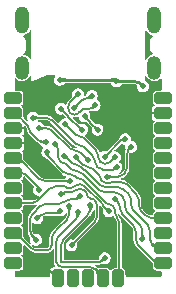
<source format=gbr>
%TF.GenerationSoftware,KiCad,Pcbnew,(6.0.8)*%
%TF.CreationDate,2022-11-05T21:02:43+01:00*%
%TF.ProjectId,epi,6570692e-6b69-4636-9164-5f7063625858,1_1*%
%TF.SameCoordinates,Original*%
%TF.FileFunction,Copper,L2,Bot*%
%TF.FilePolarity,Positive*%
%FSLAX46Y46*%
G04 Gerber Fmt 4.6, Leading zero omitted, Abs format (unit mm)*
G04 Created by KiCad (PCBNEW (6.0.8)) date 2022-11-05 21:02:43*
%MOMM*%
%LPD*%
G01*
G04 APERTURE LIST*
G04 Aperture macros list*
%AMRoundRect*
0 Rectangle with rounded corners*
0 $1 Rounding radius*
0 $2 $3 $4 $5 $6 $7 $8 $9 X,Y pos of 4 corners*
0 Add a 4 corners polygon primitive as box body*
4,1,4,$2,$3,$4,$5,$6,$7,$8,$9,$2,$3,0*
0 Add four circle primitives for the rounded corners*
1,1,$1+$1,$2,$3*
1,1,$1+$1,$4,$5*
1,1,$1+$1,$6,$7*
1,1,$1+$1,$8,$9*
0 Add four rect primitives between the rounded corners*
20,1,$1+$1,$2,$3,$4,$5,0*
20,1,$1+$1,$4,$5,$6,$7,0*
20,1,$1+$1,$6,$7,$8,$9,0*
20,1,$1+$1,$8,$9,$2,$3,0*%
G04 Aperture macros list end*
%TA.AperFunction,ComponentPad*%
%ADD10RoundRect,0.250000X-0.250000X0.500000X-0.250000X-0.500000X0.250000X-0.500000X0.250000X0.500000X0*%
%TD*%
%TA.AperFunction,ComponentPad*%
%ADD11RoundRect,0.250000X-0.500000X-0.250000X0.500000X-0.250000X0.500000X0.250000X-0.500000X0.250000X0*%
%TD*%
%TA.AperFunction,ComponentPad*%
%ADD12O,1.200000X2.000000*%
%TD*%
%TA.AperFunction,ComponentPad*%
%ADD13O,1.200000X2.300000*%
%TD*%
%TA.AperFunction,ViaPad*%
%ADD14C,0.500000*%
%TD*%
%TA.AperFunction,Conductor*%
%ADD15C,0.127000*%
%TD*%
%TA.AperFunction,Conductor*%
%ADD16C,0.200000*%
%TD*%
%TA.AperFunction,Conductor*%
%ADD17C,0.250000*%
%TD*%
G04 APERTURE END LIST*
D10*
%TO.P,J3,1,Pin_1*%
%TO.N,IO11*%
X106880000Y-74160000D03*
%TO.P,J3,2,Pin_2*%
%TO.N,IO12*%
X105610000Y-74160000D03*
%TO.P,J3,3,Pin_3*%
%TO.N,IO13*%
X104340000Y-74160000D03*
%TO.P,J3,4,Pin_4*%
%TO.N,A5*%
X103070000Y-74160000D03*
%TO.P,J3,5,Pin_5*%
%TO.N,GND*%
X101800000Y-74160000D03*
%TD*%
D11*
%TO.P,J1,12,Pin_12*%
%TO.N,IO9*%
X97990000Y-72890000D03*
%TO.P,J1,11,Pin_11*%
%TO.N,IO8*%
X97990000Y-71620000D03*
%TO.P,J1,10,Pin_10*%
%TO.N,D7*%
X97990000Y-70350000D03*
%TO.P,J1,9,Pin_9*%
%TO.N,D6*%
X97990000Y-69080000D03*
%TO.P,J1,8,Pin_8*%
%TO.N,D5*%
X97990000Y-67810000D03*
%TO.P,J1,7,Pin_7*%
%TO.N,D4*%
X97990000Y-66540000D03*
%TO.P,J1,6,Pin_6*%
%TO.N,D3{slash}SCL*%
X97990000Y-65270000D03*
%TO.P,J1,5,Pin_5*%
%TO.N,D2{slash}SDA*%
X97990000Y-64000000D03*
%TO.P,J1,4,Pin_4*%
%TO.N,GND*%
X97990000Y-62730000D03*
%TO.P,J1,3,Pin_3*%
X97990000Y-61460000D03*
%TO.P,J1,2,Pin_2*%
%TO.N,D0{slash}RX*%
X97990000Y-60190000D03*
%TO.P,J1,1,Pin_1*%
%TO.N,D1{slash}TX*%
X97990000Y-58920000D03*
%TD*%
D12*
%TO.P,J4,S1,SHIELD*%
%TO.N,unconnected-(J4-PadS1)*%
X98740000Y-56341500D03*
D13*
X98740000Y-52341500D03*
D12*
X109940000Y-56341500D03*
D13*
X109940000Y-52341500D03*
%TD*%
D11*
%TO.P,J2,12,Pin_12*%
%TO.N,IO10*%
X110690000Y-72890000D03*
%TO.P,J2,11,Pin_11*%
%TO.N,D16{slash}MOSI*%
X110690000Y-71620000D03*
%TO.P,J2,10,Pin_10*%
%TO.N,D14{slash}MISO*%
X110690000Y-70350000D03*
%TO.P,J2,9,Pin_9*%
%TO.N,D15{slash}SCK*%
X110690000Y-69080000D03*
%TO.P,J2,8,Pin_8*%
%TO.N,A0*%
X110690000Y-67810000D03*
%TO.P,J2,7,Pin_7*%
%TO.N,A1*%
X110690000Y-66540000D03*
%TO.P,J2,6,Pin_6*%
%TO.N,A2*%
X110690000Y-65270000D03*
%TO.P,J2,5,Pin_5*%
%TO.N,A3*%
X110690000Y-64000000D03*
%TO.P,J2,4,Pin_4*%
%TO.N,A4*%
X110690000Y-62730000D03*
%TO.P,J2,3,Pin_3*%
%TO.N,RST*%
X110690000Y-61460000D03*
%TO.P,J2,2,Pin_2*%
%TO.N,GND*%
X110690000Y-60190000D03*
%TO.P,J2,1,Pin_1*%
%TO.N,VBUS*%
X110690000Y-58920000D03*
%TD*%
D14*
%TO.N,GND*%
X100690000Y-72430000D03*
X99640000Y-63170000D03*
X100690000Y-71270000D03*
X108740000Y-72336500D03*
X99940000Y-64670000D03*
X107550000Y-69936500D03*
X106340000Y-70720000D03*
X99250000Y-58316500D03*
X101590000Y-69386500D03*
X102890000Y-72236500D03*
X108540000Y-64220000D03*
X109400000Y-68266500D03*
X105740000Y-58736500D03*
X107590000Y-59586500D03*
%TO.N,Net-(C2-Pad2)*%
X102400000Y-61116500D03*
X106615000Y-63911500D03*
%TO.N,Net-(C5-Pad2)*%
X102090000Y-67066500D03*
X102940000Y-71370000D03*
%TO.N,Net-(C6-Pad2)*%
X104540000Y-67986500D03*
X105740000Y-72470000D03*
%TO.N,Net-(C7-Pad1)*%
X106750000Y-64786500D03*
X99690000Y-60570000D03*
%TO.N,Net-(C8-Pad2)*%
X104340000Y-64186500D03*
X100190000Y-61470000D03*
%TO.N,RST*%
X107490000Y-62386500D03*
X105740000Y-63886500D03*
%TO.N,D0{slash}RX*%
X100740000Y-62636500D03*
%TO.N,IO11*%
X100890000Y-63486500D03*
%TO.N,IO12*%
X103490000Y-68586500D03*
%TO.N,Net-(J4-PadA7)*%
X104890000Y-59520000D03*
X103490000Y-58586500D03*
%TO.N,Net-(J4-PadB5)*%
X103190000Y-59736500D03*
X104640000Y-58736500D03*
%TO.N,D+*%
X103840000Y-61586500D03*
X102020879Y-59814389D03*
%TO.N,D-*%
X104040000Y-60470000D03*
X105140000Y-61586500D03*
%TO.N,D7*%
X102740000Y-68086500D03*
X105950000Y-65566500D03*
X107990000Y-63036500D03*
%TO.N,D15{slash}SCK*%
X103340000Y-63936500D03*
%TO.N,D16{slash}MOSI*%
X102340000Y-63836500D03*
%TO.N,D14{slash}MISO*%
X101550000Y-62816500D03*
X108940000Y-70836500D03*
%TO.N,D3{slash}SCL*%
X100190000Y-66686500D03*
%TO.N,D2{slash}SDA*%
X102840000Y-65936500D03*
%TO.N,D4*%
X100040000Y-69086500D03*
X101990000Y-68436500D03*
%TO.N,IO10*%
X106640000Y-67470000D03*
%TO.N,D5*%
X106090000Y-68486500D03*
%TO.N,A5*%
X103690000Y-67186500D03*
X99940000Y-70920000D03*
%TO.N,Net-(F1-Pad1)*%
X101940000Y-57386500D03*
X106740000Y-57486500D03*
X108990000Y-57920000D03*
%TD*%
D15*
%TO.N,GND*%
X106614755Y-59043034D02*
G75*
G02*
X107095723Y-59242223I45J-680166D01*
G01*
X106383318Y-59042995D02*
G75*
G02*
X106013340Y-58889750I-18J523195D01*
G01*
D16*
X101715000Y-74060002D02*
G75*
G02*
X101569895Y-73999895I0J205202D01*
G01*
X100889199Y-73319247D02*
G75*
G02*
X100690000Y-72838255I481001J480947D01*
G01*
X98210000Y-61426500D02*
G75*
G02*
X98210000Y-61426500I0J0D01*
G01*
D15*
X105800045Y-58736480D02*
G75*
G02*
X105902548Y-58778958I-45J-145020D01*
G01*
%TO.N,Net-(C2-Pad2)*%
X103633500Y-62149988D02*
G75*
G02*
X103974921Y-62291421I0J-482812D01*
G01*
X105791545Y-64486475D02*
G75*
G02*
X105367405Y-64310815I-45J599775D01*
G01*
X105791545Y-64486537D02*
G75*
G03*
X106215683Y-64310814I-45J599837D01*
G01*
X105359793Y-64303207D02*
G75*
G02*
X105176500Y-63860691I442507J442507D01*
G01*
X105176466Y-63774744D02*
G75*
G03*
X104977276Y-63293776I-680166J44D01*
G01*
X103633500Y-62150012D02*
G75*
G02*
X103292078Y-62008578I0J482812D01*
G01*
%TO.N,Net-(C5-Pad2)*%
X104253464Y-67086545D02*
G75*
G03*
X104159132Y-66858724I-322164J45D01*
G01*
X104600042Y-67422982D02*
G75*
G02*
X104355000Y-67321500I-42J346482D01*
G01*
X104614955Y-67423019D02*
G75*
G02*
X104885454Y-67535044I45J-382481D01*
G01*
X104347886Y-67314346D02*
G75*
G02*
X104253500Y-67086545I227814J227846D01*
G01*
X104904301Y-69405748D02*
G75*
G03*
X105103500Y-68924755I-481001J480948D01*
G01*
X103665000Y-66572987D02*
G75*
G02*
X104020778Y-66720368I0J-503113D01*
G01*
X103309231Y-66720378D02*
G75*
G02*
X103665000Y-66573000I355769J-355722D01*
G01*
X105103500Y-67986498D02*
G75*
G03*
X104938455Y-67588045I-563500J-2D01*
G01*
X102928240Y-66882512D02*
G75*
G03*
X103301839Y-66727749I-40J528412D01*
G01*
X102181998Y-66974498D02*
G75*
G02*
X102404107Y-66882500I222102J-222102D01*
G01*
%TO.N,Net-(C6-Pad2)*%
X102116617Y-72836492D02*
G75*
G02*
X102088251Y-72824749I-17J40092D01*
G01*
X104340801Y-68775748D02*
G75*
G03*
X104540000Y-68294755I-481001J480948D01*
G01*
X102076534Y-71321744D02*
G75*
G02*
X102275724Y-70840777I680166J44D01*
G01*
X105114345Y-72836518D02*
G75*
G03*
X105556749Y-72653249I-45J625718D01*
G01*
X102088245Y-72824755D02*
G75*
G02*
X102076500Y-72796382I28355J28355D01*
G01*
%TO.N,Net-(C7-Pad1)*%
X103633455Y-62916534D02*
G75*
G02*
X103234923Y-62751421I45J563634D01*
G01*
X103633455Y-62916529D02*
G75*
G02*
X104031987Y-63081577I45J-563571D01*
G01*
X104903473Y-64234834D02*
G75*
G03*
X104704276Y-63753866I-680173J34D01*
G01*
X106442720Y-64966508D02*
G75*
G03*
X106660000Y-64876500I-20J307308D01*
G01*
X105618244Y-64966466D02*
G75*
G02*
X105137276Y-64767276I-44J680166D01*
G01*
X100771755Y-60570034D02*
G75*
G02*
X101252723Y-60769223I45J-680166D01*
G01*
X105102699Y-64732747D02*
G75*
G02*
X104903500Y-64251755I481001J480947D01*
G01*
%TO.N,Net-(C8-Pad2)*%
X103291665Y-63373027D02*
G75*
G02*
X103772633Y-63572223I35J-680173D01*
G01*
X100818255Y-61466534D02*
G75*
G02*
X101299223Y-61665723I45J-680166D01*
G01*
X103288244Y-63372966D02*
G75*
G02*
X102807276Y-63173776I-44J680166D01*
G01*
X104339975Y-64163045D02*
G75*
G03*
X104323414Y-64123004I-56575J45D01*
G01*
X100191757Y-61468257D02*
G75*
G02*
X100195974Y-61466500I4243J-4243D01*
G01*
%TO.N,RST*%
X107151607Y-62474884D02*
G75*
G02*
X107365000Y-62386500I213393J-213416D01*
G01*
%TO.N,D0{slash}RX*%
X99461902Y-61808392D02*
G75*
G02*
X99326500Y-61481519I326898J326892D01*
G01*
X99326478Y-61481519D02*
G75*
G03*
X99191101Y-61154642I-462278J19D01*
G01*
X98173230Y-60156469D02*
G75*
G02*
X98206912Y-60170451I-30J-47631D01*
G01*
X100515000Y-62636499D02*
G75*
G02*
X100130900Y-62477400I0J543199D01*
G01*
%TO.N,IO11*%
X106653500Y-68486498D02*
G75*
G03*
X106488455Y-68088045I-563500J-2D01*
G01*
X103390005Y-65704795D02*
G75*
G03*
X103379247Y-65678839I-36705J-5D01*
G01*
X106159165Y-67923031D02*
G75*
G02*
X105878781Y-67806861I35J396531D01*
G01*
X102849547Y-65372952D02*
G75*
G02*
X103231704Y-65531296I-47J-540448D01*
G01*
X106965002Y-74075002D02*
G75*
G03*
X106986500Y-74023094I-51902J51902D01*
G01*
X103590960Y-65720040D02*
G75*
G02*
X103934020Y-65862100I40J-485160D01*
G01*
X102738244Y-65372966D02*
G75*
G02*
X102257276Y-65173776I-44J680166D01*
G01*
X103405205Y-65720000D02*
G75*
G02*
X103390000Y-65704795I-5J15200D01*
G01*
X106913094Y-74096497D02*
G75*
G03*
X106965000Y-74075000I6J73397D01*
G01*
X101003132Y-63919642D02*
G75*
G02*
X100890000Y-63646500I273168J273142D01*
G01*
X106820010Y-69086490D02*
G75*
G02*
X106653500Y-68684533I401990J401990D01*
G01*
X106986513Y-69488466D02*
G75*
G03*
X106819999Y-69086501I-568513J-34D01*
G01*
X106159165Y-67923019D02*
G75*
G02*
X106439547Y-68039139I35J-396481D01*
G01*
%TO.N,IO12*%
X102116893Y-73220002D02*
G75*
G02*
X101786750Y-73083250I7J466902D01*
G01*
X101650034Y-71048244D02*
G75*
G02*
X101849224Y-70567277I680166J44D01*
G01*
X105610031Y-74076769D02*
G75*
G03*
X105596048Y-74043087I-47631J-31D01*
G01*
X103369788Y-69046705D02*
G75*
G03*
X103490000Y-68756500I-290188J290205D01*
G01*
X104491216Y-73219991D02*
G75*
G02*
X104972184Y-73419223I-16J-680209D01*
G01*
X101786752Y-73083248D02*
G75*
G02*
X101650000Y-72753106I330148J330148D01*
G01*
%TO.N,Net-(J4-PadA7)*%
X103748759Y-59974652D02*
G75*
G03*
X103753500Y-59963205I-11459J11452D01*
G01*
X103753507Y-59963205D02*
G75*
G02*
X103758241Y-59951758I16193J5D01*
G01*
X102626543Y-59709955D02*
G75*
G02*
X102810316Y-59266185I627557J55D01*
G01*
X103190000Y-60336494D02*
G75*
G03*
X103526146Y-60197263I0J475394D01*
G01*
X103820250Y-59889750D02*
G75*
G02*
X103981398Y-59823000I161150J-161150D01*
G01*
X104434902Y-59823000D02*
G75*
G03*
X104756704Y-59689704I-2J455100D01*
G01*
X102809793Y-60153207D02*
G75*
G02*
X102626500Y-59710691I442507J442507D01*
G01*
X104877135Y-59569290D02*
G75*
G03*
X104890000Y-59538205I-31135J31090D01*
G01*
X103190000Y-60336494D02*
G75*
G02*
X102853854Y-60197262I0J475394D01*
G01*
%TO.N,Net-(J4-PadB5)*%
X104298578Y-58936491D02*
G75*
G03*
X104540000Y-58836500I22J341391D01*
G01*
X103830900Y-59095599D02*
G75*
G02*
X104215000Y-58936500I384100J-384101D01*
G01*
%TO.N,D+*%
X102653482Y-60458505D02*
G75*
G03*
X102645371Y-60438881I-27782J5D01*
G01*
X103805000Y-61586499D02*
G75*
G02*
X103745251Y-61561751I0J84499D01*
G01*
X102661620Y-60478136D02*
G75*
G02*
X102653500Y-60458505I19680J19636D01*
G01*
%TO.N,D-*%
X104540040Y-60978250D02*
G75*
G03*
X104534166Y-60964166I-19940J-50D01*
G01*
X104545812Y-60992354D02*
G75*
G02*
X104540000Y-60978250I14088J14054D01*
G01*
%TO.N,D7*%
X101814038Y-69952424D02*
G75*
G02*
X101819955Y-69950000I5862J-5876D01*
G01*
X98173230Y-70316469D02*
G75*
G02*
X98206912Y-70330451I-30J-47631D01*
G01*
X101121757Y-71688257D02*
G75*
G03*
X101253500Y-71370177I-318057J318057D01*
G01*
X101819955Y-69950020D02*
G75*
G03*
X101825852Y-69947555I-55J8420D01*
G01*
X107639995Y-63633987D02*
G75*
G02*
X107815000Y-63211500I597505J-13D01*
G01*
X107440801Y-65275748D02*
G75*
G03*
X107640000Y-64794755I-481001J480948D01*
G01*
X99978205Y-71819993D02*
G75*
G02*
X99497237Y-71620776I-5J680193D01*
G01*
X101253534Y-70794744D02*
G75*
G02*
X101452724Y-70313777I680166J44D01*
G01*
X100803677Y-71819990D02*
G75*
G03*
X101121750Y-71688250I23J449790D01*
G01*
X106868255Y-65566465D02*
G75*
G03*
X107349223Y-65367276I45J680165D01*
G01*
X102540796Y-69232653D02*
G75*
G03*
X102740000Y-68751665I-480996J480953D01*
G01*
%TO.N,D15{slash}SCK*%
X106103153Y-66129954D02*
G75*
G03*
X106240160Y-66073250I47J193754D01*
G01*
X105949998Y-66130000D02*
G75*
G02*
X105551545Y-65964955I2J563500D01*
G01*
X105473782Y-65887218D02*
G75*
G02*
X105386500Y-65676455I210718J210718D01*
G01*
X106240188Y-66073278D02*
G75*
G02*
X106377166Y-66016500I137012J-136922D01*
G01*
X107118255Y-66016534D02*
G75*
G02*
X107599223Y-66215723I45J-680166D01*
G01*
X104345045Y-64749962D02*
G75*
G02*
X103937976Y-64581386I-45J575662D01*
G01*
X104345045Y-64749974D02*
G75*
G02*
X104752113Y-64918613I-45J-575726D01*
G01*
X109664834Y-69046473D02*
G75*
G02*
X109183866Y-68847276I-34J680173D01*
G01*
X108825704Y-68489152D02*
G75*
G02*
X108626500Y-68008165I480996J480952D01*
G01*
X108626466Y-67524744D02*
G75*
G03*
X108427276Y-67043776I-680166J44D01*
G01*
X105386516Y-65676455D02*
G75*
G03*
X105299204Y-65465704I-298116J-45D01*
G01*
X103356568Y-64000012D02*
G75*
G02*
X103340000Y-63959955I40032J40012D01*
G01*
%TO.N,D16{slash}MOSI*%
X108189199Y-68480747D02*
G75*
G02*
X107990000Y-67999755I481001J480947D01*
G01*
X104044440Y-65003958D02*
G75*
G02*
X103970932Y-64973550I-40J103958D01*
G01*
X106908255Y-66470034D02*
G75*
G02*
X107389223Y-66669223I45J-680166D01*
G01*
X107989966Y-67551744D02*
G75*
G03*
X107790776Y-67070776I-680166J44D01*
G01*
X109785199Y-71331747D02*
G75*
G02*
X109586000Y-70850755I481001J480947D01*
G01*
X103343485Y-64566504D02*
G75*
G02*
X102967248Y-64410656I15J532104D01*
G01*
X103343485Y-64566517D02*
G75*
G02*
X103719721Y-64722343I15J-532083D01*
G01*
X105835244Y-66469966D02*
G75*
G02*
X105354276Y-66270776I-44J680166D01*
G01*
X102366545Y-63836473D02*
G75*
G02*
X102411860Y-63855270I-45J-64127D01*
G01*
X104044440Y-65003985D02*
G75*
G02*
X104117948Y-65034448I-40J-104015D01*
G01*
X109585966Y-70159244D02*
G75*
G03*
X109386776Y-69678276I-680166J44D01*
G01*
X110283250Y-71586522D02*
G75*
G02*
X109867997Y-71414495I50J587322D01*
G01*
%TO.N,D14{slash}MISO*%
X105771744Y-66906466D02*
G75*
G02*
X105290776Y-66707276I-44J680166D01*
G01*
X103371744Y-65119966D02*
G75*
G02*
X102890776Y-64920776I-44J680166D01*
G01*
X102238295Y-64399992D02*
G75*
G02*
X102013461Y-64306869I5J317992D01*
G01*
X101776516Y-63203159D02*
G75*
G03*
X101663250Y-62929750I-386716J-41D01*
G01*
X101941545Y-64234955D02*
G75*
G02*
X101776500Y-63836501I398455J398455D01*
G01*
X103421755Y-65120034D02*
G75*
G02*
X103902723Y-65319223I45J-680166D01*
G01*
X102238295Y-64400015D02*
G75*
G02*
X102463128Y-64493130I5J-317985D01*
G01*
X106644755Y-66906534D02*
G75*
G02*
X107125723Y-67105723I45J-680166D01*
G01*
X107449966Y-67711744D02*
G75*
G03*
X107250776Y-67230776I-680166J44D01*
G01*
X107649199Y-68565747D02*
G75*
G02*
X107450000Y-68084755I481001J480947D01*
G01*
X108939966Y-70138244D02*
G75*
G03*
X108740776Y-69657276I-680166J44D01*
G01*
%TO.N,D3{slash}SCL*%
X98645652Y-65236537D02*
G75*
G02*
X99126619Y-65435724I48J-680163D01*
G01*
X100190001Y-66592801D02*
G75*
G03*
X100123745Y-66432848I-226201J1D01*
G01*
%TO.N,D2{slash}SDA*%
X100688244Y-65936466D02*
G75*
G02*
X100207276Y-65737276I-44J680166D01*
G01*
X98295000Y-63966497D02*
G75*
G02*
X98536555Y-64066555I0J-341603D01*
G01*
%TO.N,D4*%
X101597365Y-68666485D02*
G75*
G03*
X101875000Y-68551500I35J392585D01*
G01*
X100260752Y-68865699D02*
G75*
G02*
X100741744Y-68666500I480948J-481001D01*
G01*
%TO.N,IO10*%
X107039966Y-68151744D02*
G75*
G03*
X106840776Y-67670776I-680166J44D01*
G01*
X110293250Y-72856539D02*
G75*
G02*
X109895068Y-72691566I50J563139D01*
G01*
X108376466Y-70174744D02*
G75*
G03*
X108177276Y-69693776I-680166J44D01*
G01*
X107239199Y-68755747D02*
G75*
G02*
X107040000Y-68274755I481001J480947D01*
G01*
X108575699Y-71372247D02*
G75*
G02*
X108376500Y-70891255I481001J480947D01*
G01*
%TO.N,D5*%
X105628614Y-68025108D02*
G75*
G02*
X105590000Y-67931895I93186J93208D01*
G01*
X103665575Y-66216527D02*
G75*
G02*
X104115627Y-66402919I25J-636473D01*
G01*
X101147252Y-66569199D02*
G75*
G02*
X101628244Y-66370000I480948J-481001D01*
G01*
X102917975Y-66499972D02*
G75*
G03*
X103260190Y-66358250I25J483972D01*
G01*
X103260180Y-66358240D02*
G75*
G02*
X103602404Y-66216500I342220J-342260D01*
G01*
X102278486Y-66370003D02*
G75*
G02*
X102435410Y-66435000I14J-221897D01*
G01*
X102592333Y-66499983D02*
G75*
G02*
X102435410Y-66435000I-33J221883D01*
G01*
X99658255Y-67776465D02*
G75*
G03*
X100139223Y-67577276I45J680165D01*
G01*
X105590011Y-67931895D02*
G75*
G03*
X105551387Y-67838679I-131811J-5D01*
G01*
%TO.N,A5*%
X101883293Y-67872994D02*
G75*
G03*
X102349840Y-67679750I7J659794D01*
G01*
X99639199Y-70619247D02*
G75*
G02*
X99440000Y-70138255I481001J480947D01*
G01*
X102349846Y-67679756D02*
G75*
G02*
X102816386Y-67486500I466554J-466544D01*
G01*
X99440027Y-69171334D02*
G75*
G02*
X99639224Y-68690367I680173J34D01*
G01*
X103177867Y-67486486D02*
G75*
G03*
X103539999Y-67336499I33J512086D01*
G01*
X100257347Y-68072204D02*
G75*
G02*
X100738334Y-67873000I480953J-480996D01*
G01*
D17*
%TO.N,Net-(F1-Pad1)*%
X108274755Y-57486534D02*
G75*
G02*
X108755723Y-57685723I45J-680166D01*
G01*
X101960005Y-57366505D02*
G75*
G02*
X102008284Y-57346500I48295J-48295D01*
G01*
D16*
X106501005Y-57346498D02*
G75*
G02*
X106670000Y-57416500I-5J-239002D01*
G01*
D15*
%TO.N,D15{slash}SCK*%
X109664834Y-69046500D02*
X110526500Y-69046500D01*
X108825723Y-68489133D02*
X109183866Y-68847276D01*
X108626500Y-67524744D02*
X108626500Y-68008165D01*
X108427276Y-67043776D02*
X107599223Y-66215723D01*
X107118255Y-66016500D02*
X106377166Y-66016500D01*
X105949998Y-66130000D02*
X106103153Y-66130000D01*
X105299204Y-65465704D02*
X104752113Y-64918613D01*
X105473795Y-65887205D02*
X105551545Y-65964955D01*
X103356585Y-63999995D02*
X103937976Y-64581386D01*
X103340000Y-63959955D02*
X103340000Y-63936500D01*
%TO.N,A5*%
X99940000Y-70920000D02*
X99639223Y-70619223D01*
X99440000Y-69171334D02*
X99440000Y-70138255D01*
X103177867Y-67486500D02*
X102816386Y-67486500D01*
X100257366Y-68072223D02*
X99639223Y-68690366D01*
X100738334Y-67873000D02*
X101883293Y-67873000D01*
X103540000Y-67336500D02*
X103690000Y-67186500D01*
%TO.N,Net-(C5-Pad2)*%
X104347866Y-67314366D02*
X104355000Y-67321500D01*
X102940000Y-71370000D02*
X104904276Y-69405723D01*
X105103500Y-67986498D02*
X105103500Y-68924755D01*
X104614955Y-67423000D02*
X104600042Y-67423000D01*
X104938455Y-67588045D02*
X104885454Y-67535044D01*
X104020778Y-66720368D02*
X104159133Y-66858723D01*
X103301839Y-66727749D02*
X103309221Y-66720368D01*
X102404107Y-66882500D02*
X102928240Y-66882500D01*
X102182000Y-66974500D02*
X102090000Y-67066500D01*
%TO.N,D7*%
X99497237Y-71620776D02*
X98206912Y-70330451D01*
X98173230Y-70316500D02*
X98153500Y-70316500D01*
X100803677Y-71820000D02*
X99978205Y-71820000D01*
X101452723Y-70313776D02*
X101814056Y-69952443D01*
X101253500Y-70794744D02*
X101253500Y-71370177D01*
X102540776Y-69232633D02*
X101825853Y-69947556D01*
X102740000Y-68751665D02*
X102740000Y-68086500D01*
%TO.N,IO12*%
X101650000Y-72753106D02*
X101650000Y-71048244D01*
X104972184Y-73419223D02*
X105596048Y-74043087D01*
X103490000Y-68586500D02*
X103490000Y-68756500D01*
X103369791Y-69046708D02*
X101849223Y-70567276D01*
X105610000Y-74076769D02*
X105610000Y-74096500D01*
X104491216Y-73220000D02*
X102116893Y-73220000D01*
%TO.N,D-*%
X105140000Y-61586500D02*
X104545833Y-60992333D01*
X104040000Y-60470000D02*
X104534166Y-60964166D01*
%TO.N,Net-(J4-PadA7)*%
X103490000Y-58586500D02*
X102810315Y-59266184D01*
X102626500Y-59710691D02*
X102626500Y-59709955D01*
X103526146Y-60197263D02*
X103748758Y-59974651D01*
X104434902Y-59823000D02*
X103981398Y-59823000D01*
X103820249Y-59889749D02*
X103758241Y-59951758D01*
X104877127Y-59569282D02*
X104756705Y-59689705D01*
X104890000Y-59538205D02*
X104890000Y-59520000D01*
X102853853Y-60197263D02*
X102809795Y-60153205D01*
%TO.N,D5*%
X99658255Y-67776500D02*
X98153500Y-67776500D01*
X100139223Y-67577276D02*
X101147276Y-66569223D01*
X103602404Y-66216500D02*
X103665575Y-66216500D01*
X105551388Y-67838678D02*
X104115628Y-66402918D01*
X102278486Y-66370000D02*
X101628244Y-66370000D01*
X106090000Y-68486500D02*
X105628611Y-68025111D01*
X102592333Y-66500000D02*
X102917975Y-66500000D01*
D16*
%TO.N,GND*%
X101715000Y-74060000D02*
X101800000Y-74060000D01*
X100889223Y-73319223D02*
X101569895Y-73999895D01*
X100690000Y-72838255D02*
X100690000Y-72430000D01*
D15*
%TO.N,IO11*%
X106913094Y-74096500D02*
X106880000Y-74096500D01*
X106986500Y-69488466D02*
X106986500Y-74023094D01*
X106653500Y-68684533D02*
X106653500Y-68486498D01*
X103934020Y-65862100D02*
X105878781Y-67806861D01*
X103405205Y-65720000D02*
X103590960Y-65720000D01*
X103231705Y-65531295D02*
X103379248Y-65678838D01*
X102738244Y-65373000D02*
X102849547Y-65373000D01*
X101003137Y-63919637D02*
X102257276Y-65173776D01*
X106439548Y-68039138D02*
X106488455Y-68088045D01*
X100890000Y-63486500D02*
X100890000Y-63646500D01*
%TO.N,Net-(C6-Pad2)*%
X105556750Y-72653250D02*
X105740000Y-72470000D01*
X102275723Y-70840776D02*
X104340776Y-68775723D01*
X105114345Y-72836500D02*
X102116617Y-72836500D01*
X102076500Y-72796382D02*
X102076500Y-71321744D01*
X104540000Y-67986500D02*
X104540000Y-68294755D01*
%TO.N,D7*%
X107990000Y-63036500D02*
X107815000Y-63211500D01*
X107640000Y-64794755D02*
X107640000Y-63633987D01*
X107349223Y-65367276D02*
X107440776Y-65275723D01*
X106868255Y-65566500D02*
X105950000Y-65566500D01*
D17*
%TO.N,Net-(F1-Pad1)*%
X108274755Y-57486500D02*
X106740000Y-57486500D01*
X108755723Y-57685723D02*
X108990000Y-57920000D01*
D15*
%TO.N,D2{slash}SDA*%
X98295000Y-63966500D02*
X98153500Y-63966500D01*
X98536555Y-64066555D02*
X100207276Y-65737276D01*
X102840000Y-65936500D02*
X100688244Y-65936500D01*
%TO.N,Net-(C8-Pad2)*%
X104340000Y-64163045D02*
X104340000Y-64186500D01*
X104323414Y-64123004D02*
X103772633Y-63572223D01*
X103288244Y-63373000D02*
X103291665Y-63373000D01*
X100191750Y-61468250D02*
X100190000Y-61470000D01*
X102807276Y-63173776D02*
X101299223Y-61665723D01*
X100195974Y-61466500D02*
X100818255Y-61466500D01*
%TO.N,Net-(C7-Pad1)*%
X106660000Y-64876500D02*
X106750000Y-64786500D01*
X105618244Y-64966500D02*
X106442720Y-64966500D01*
X104704276Y-63753866D02*
X104031987Y-63081577D01*
X104903500Y-64251755D02*
X104903500Y-64234834D01*
X101252723Y-60769223D02*
X103234922Y-62751422D01*
X100771755Y-60570000D02*
X99690000Y-60570000D01*
X105102723Y-64732723D02*
X105137276Y-64767276D01*
%TO.N,Net-(C2-Pad2)*%
X106615000Y-63911500D02*
X106215684Y-64310815D01*
X104977276Y-63293776D02*
X103974921Y-62291421D01*
X105176500Y-63774744D02*
X105176500Y-63860691D01*
X105359795Y-64303205D02*
X105367405Y-64310815D01*
X103292078Y-62008578D02*
X102400000Y-61116500D01*
%TO.N,D14{slash}MISO*%
X108940000Y-70836500D02*
X108940000Y-70138244D01*
X108740776Y-69657276D02*
X107649223Y-68565723D01*
X107450000Y-68084755D02*
X107450000Y-67711744D01*
X107250776Y-67230776D02*
X107125723Y-67105723D01*
X106644755Y-66906500D02*
X105771744Y-66906500D01*
X103902723Y-65319223D02*
X105290776Y-66707276D01*
X103421755Y-65120000D02*
X103371744Y-65120000D01*
X102463129Y-64493129D02*
X102890776Y-64920776D01*
X101776500Y-63836501D02*
X101776500Y-63203159D01*
X101550000Y-62816500D02*
X101663250Y-62929750D01*
X101941545Y-64234955D02*
X102013460Y-64306870D01*
%TO.N,D16{slash}MOSI*%
X110283250Y-71586500D02*
X110526500Y-71586500D01*
X109867996Y-71414496D02*
X109785223Y-71331723D01*
X109586000Y-70159244D02*
X109586000Y-70850755D01*
X109386776Y-69678276D02*
X108189223Y-68480723D01*
X107990000Y-67551744D02*
X107990000Y-67999755D01*
X105835244Y-66470000D02*
X106908255Y-66470000D01*
X104117948Y-65034448D02*
X105354276Y-66270776D01*
X107790776Y-67070776D02*
X107389223Y-66669223D01*
X102411860Y-63855270D02*
X102967247Y-64410657D01*
X103719722Y-64722342D02*
X103970931Y-64973551D01*
X102340000Y-63836500D02*
X102366545Y-63836500D01*
%TO.N,IO10*%
X108575723Y-71372223D02*
X109895067Y-72691567D01*
X108376500Y-70891255D02*
X108376500Y-70174744D01*
X107040000Y-68274755D02*
X107040000Y-68151744D01*
X106640000Y-67470000D02*
X106840776Y-67670776D01*
X110293250Y-72856500D02*
X110526500Y-72856500D01*
X107239223Y-68755723D02*
X108177276Y-69693776D01*
%TO.N,D0{slash}RX*%
X98206912Y-60170451D02*
X99191102Y-61154641D01*
X98173230Y-60156500D02*
X98153500Y-60156500D01*
X100130900Y-62477400D02*
X99461897Y-61808397D01*
X100515000Y-62636500D02*
X100740000Y-62636500D01*
%TO.N,D4*%
X100260776Y-68865723D02*
X100040000Y-69086500D01*
X100741744Y-68666500D02*
X101597365Y-68666500D01*
X101875000Y-68551500D02*
X101990000Y-68436500D01*
%TO.N,D+*%
X102661628Y-60478128D02*
X103745251Y-61561751D01*
X103805000Y-61586500D02*
X103840000Y-61586500D01*
X102020879Y-59814389D02*
X102645371Y-60438881D01*
%TO.N,GND*%
X105800045Y-58736500D02*
X105740000Y-58736500D01*
X106383318Y-59043000D02*
X106614755Y-59043000D01*
X107095723Y-59242223D02*
X107390000Y-59536500D01*
X105902548Y-58778958D02*
X106013340Y-58889750D01*
D16*
X98210000Y-61426500D02*
X98190000Y-61426500D01*
D15*
X98210000Y-61426500D02*
X98153500Y-61426500D01*
%TO.N,RST*%
X107490000Y-62386500D02*
X107365000Y-62386500D01*
X105740000Y-63886500D02*
X107151611Y-62474888D01*
%TO.N,Net-(J4-PadB5)*%
X103830900Y-59095599D02*
X103190000Y-59736500D01*
X104640000Y-58736500D02*
X104540000Y-58836500D01*
X104215000Y-58936500D02*
X104298578Y-58936500D01*
%TO.N,D3{slash}SCL*%
X100123745Y-66432848D02*
X99126620Y-65435723D01*
X100190000Y-66592801D02*
X100190000Y-66686500D01*
X98645652Y-65236500D02*
X98153500Y-65236500D01*
D17*
%TO.N,Net-(F1-Pad1)*%
X106501005Y-57346500D02*
X102008284Y-57346500D01*
D16*
X101960000Y-57366500D02*
X101940000Y-57386500D01*
X106670000Y-57416500D02*
X106740000Y-57486500D01*
%TD*%
%TA.AperFunction,Conductor*%
%TO.N,Net-(C5-Pad2)*%
G36*
X102533908Y-66822457D02*
G01*
X102537406Y-66830801D01*
X102537406Y-66935110D01*
X102533979Y-66943383D01*
X102526545Y-66946780D01*
X102498638Y-66948783D01*
X102498175Y-66948892D01*
X102498172Y-66948893D01*
X102469932Y-66955577D01*
X102465110Y-66956718D01*
X102464642Y-66956921D01*
X102464639Y-66956922D01*
X102436854Y-66968975D01*
X102436370Y-66969185D01*
X102411969Y-66985561D01*
X102391457Y-67005226D01*
X102374384Y-67027560D01*
X102360302Y-67051939D01*
X102348759Y-67077744D01*
X102348680Y-67077968D01*
X102348675Y-67077979D01*
X102343333Y-67093021D01*
X102339307Y-67104354D01*
X102339262Y-67104509D01*
X102339254Y-67104533D01*
X102333919Y-67122836D01*
X102328314Y-67129820D01*
X102322842Y-67131261D01*
X102141800Y-67133636D01*
X102004006Y-67135443D01*
X101995689Y-67132125D01*
X101992154Y-67123897D01*
X101993127Y-67119071D01*
X101999462Y-67104533D01*
X102120488Y-66826767D01*
X102126934Y-66820551D01*
X102132564Y-66819818D01*
X102162064Y-66823245D01*
X102163037Y-66823358D01*
X102199396Y-66826004D01*
X102229166Y-66826930D01*
X102234108Y-66827084D01*
X102234113Y-66827084D01*
X102234239Y-66827088D01*
X102234355Y-66827088D01*
X102259279Y-66826984D01*
X102268777Y-66826945D01*
X102268804Y-66826944D01*
X102268823Y-66826944D01*
X102304190Y-66825909D01*
X102304199Y-66825909D01*
X102304221Y-66825908D01*
X102341782Y-66824311D01*
X102363157Y-66823358D01*
X102382591Y-66822492D01*
X102382670Y-66822488D01*
X102428077Y-66820773D01*
X102428228Y-66820769D01*
X102479126Y-66819502D01*
X102479317Y-66819498D01*
X102517636Y-66819169D01*
X102525606Y-66819101D01*
X102533908Y-66822457D01*
G37*
%TD.AperFunction*%
%TD*%
%TA.AperFunction,Conductor*%
%TO.N,Net-(C7-Pad1)*%
G36*
X106844745Y-64721505D02*
G01*
X106848225Y-64729755D01*
X106847220Y-64734576D01*
X106717920Y-65026012D01*
X106711432Y-65032184D01*
X106705780Y-65032877D01*
X106675636Y-65029119D01*
X106675517Y-65029109D01*
X106675508Y-65029108D01*
X106664236Y-65028158D01*
X106639569Y-65026080D01*
X106622283Y-65025305D01*
X106605137Y-65024536D01*
X106605118Y-65024535D01*
X106604996Y-65024530D01*
X106604878Y-65024529D01*
X106604851Y-65024528D01*
X106570812Y-65024168D01*
X106570718Y-65024167D01*
X106535535Y-65024690D01*
X106535502Y-65024691D01*
X106535501Y-65024691D01*
X106498248Y-65025795D01*
X106457701Y-65027179D01*
X106457656Y-65027181D01*
X106412615Y-65028543D01*
X106412525Y-65028546D01*
X106361782Y-65029586D01*
X106361735Y-65029586D01*
X106341541Y-65029731D01*
X106315844Y-65029915D01*
X106307546Y-65026547D01*
X106304060Y-65018215D01*
X106304060Y-64913895D01*
X106307487Y-64905622D01*
X106314928Y-64902225D01*
X106322152Y-64901710D01*
X106342025Y-64900293D01*
X106342027Y-64900293D01*
X106342500Y-64900259D01*
X106350841Y-64898298D01*
X106375266Y-64892558D01*
X106375270Y-64892557D01*
X106375758Y-64892442D01*
X106376220Y-64892243D01*
X106376223Y-64892242D01*
X106403797Y-64880366D01*
X106403801Y-64880364D01*
X106404279Y-64880158D01*
X106428513Y-64864016D01*
X106448906Y-64844625D01*
X106465907Y-64822593D01*
X106479963Y-64798531D01*
X106491522Y-64773046D01*
X106501032Y-64746748D01*
X106501074Y-64746606D01*
X106501086Y-64746571D01*
X106506465Y-64728544D01*
X106512114Y-64721597D01*
X106517600Y-64720190D01*
X106836449Y-64718131D01*
X106844745Y-64721505D01*
G37*
%TD.AperFunction*%
%TD*%
%TA.AperFunction,Conductor*%
%TO.N,RST*%
G36*
X107296000Y-62242413D02*
G01*
X107595021Y-62353058D01*
X107601591Y-62359143D01*
X107601934Y-62368091D01*
X107599292Y-62372246D01*
X107375385Y-62599295D01*
X107367136Y-62602780D01*
X107361660Y-62601462D01*
X107344374Y-62592481D01*
X107344201Y-62592391D01*
X107318151Y-62580848D01*
X107317933Y-62580772D01*
X107317927Y-62580770D01*
X107291566Y-62571625D01*
X107291272Y-62571523D01*
X107286797Y-62570486D01*
X107264030Y-62565211D01*
X107263663Y-62565126D01*
X107252794Y-62564064D01*
X107235860Y-62562409D01*
X107235855Y-62562409D01*
X107235426Y-62562367D01*
X107234990Y-62562391D01*
X107234986Y-62562391D01*
X107217089Y-62563379D01*
X107206661Y-62563955D01*
X107206185Y-62564063D01*
X107206180Y-62564064D01*
X107177964Y-62570486D01*
X107177960Y-62570487D01*
X107177469Y-62570599D01*
X107177009Y-62570792D01*
X107177004Y-62570794D01*
X107156193Y-62579544D01*
X107147950Y-62583009D01*
X107147539Y-62583270D01*
X107147535Y-62583272D01*
X107118588Y-62601651D01*
X107118584Y-62601654D01*
X107118206Y-62601894D01*
X107117866Y-62602191D01*
X107117863Y-62602193D01*
X107096572Y-62620775D01*
X107088086Y-62623633D01*
X107080606Y-62620233D01*
X107006864Y-62546491D01*
X107003437Y-62538218D01*
X107006920Y-62529889D01*
X107040095Y-62497158D01*
X107040197Y-62497058D01*
X107077278Y-62461359D01*
X107077350Y-62461291D01*
X107110478Y-62429931D01*
X107110497Y-62429913D01*
X107140386Y-62401749D01*
X107140468Y-62401672D01*
X107167829Y-62375562D01*
X107190637Y-62353058D01*
X107193164Y-62350565D01*
X107193219Y-62350510D01*
X107217278Y-62325442D01*
X107240645Y-62299283D01*
X107263958Y-62270960D01*
X107282616Y-62246323D01*
X107290341Y-62241796D01*
X107296000Y-62242413D01*
G37*
%TD.AperFunction*%
%TD*%
%TA.AperFunction,Conductor*%
%TO.N,D0{slash}RX*%
G36*
X100587034Y-62449608D02*
G01*
X100850004Y-62629629D01*
X100854895Y-62637130D01*
X100853049Y-62645892D01*
X100849477Y-62649277D01*
X100611271Y-62794170D01*
X100576939Y-62815053D01*
X100568090Y-62816425D01*
X100563209Y-62813909D01*
X100540537Y-62794307D01*
X100511914Y-62773179D01*
X100483079Y-62755027D01*
X100467742Y-62746651D01*
X100453453Y-62738847D01*
X100453439Y-62738840D01*
X100453326Y-62738778D01*
X100453228Y-62738730D01*
X100453211Y-62738721D01*
X100421981Y-62723375D01*
X100421966Y-62723368D01*
X100421948Y-62723359D01*
X100388237Y-62707697D01*
X100351487Y-62690719D01*
X100311125Y-62671417D01*
X100310875Y-62671294D01*
X100266192Y-62648603D01*
X100265883Y-62648440D01*
X100245169Y-62637130D01*
X100226364Y-62626862D01*
X100220746Y-62619891D01*
X100221792Y-62610827D01*
X100273180Y-62520124D01*
X100280239Y-62514615D01*
X100288359Y-62515313D01*
X100317000Y-62528853D01*
X100317004Y-62528855D01*
X100317443Y-62529062D01*
X100317912Y-62529194D01*
X100317915Y-62529195D01*
X100323985Y-62530902D01*
X100353821Y-62539293D01*
X100354354Y-62539341D01*
X100354356Y-62539341D01*
X100370052Y-62540744D01*
X100387886Y-62542339D01*
X100388432Y-62542285D01*
X100388435Y-62542285D01*
X100419348Y-62539227D01*
X100419347Y-62539227D01*
X100419854Y-62539177D01*
X100420339Y-62539042D01*
X100420343Y-62539041D01*
X100449529Y-62530902D01*
X100449530Y-62530902D01*
X100449941Y-62530787D01*
X100450329Y-62530614D01*
X100450333Y-62530613D01*
X100478057Y-62518282D01*
X100478063Y-62518279D01*
X100478364Y-62518145D01*
X100478646Y-62517979D01*
X100478653Y-62517975D01*
X100495117Y-62508261D01*
X100505340Y-62502229D01*
X100531084Y-62484018D01*
X100531205Y-62483922D01*
X100531219Y-62483912D01*
X100555751Y-62464538D01*
X100555763Y-62464528D01*
X100555814Y-62464488D01*
X100572952Y-62450260D01*
X100581505Y-62447612D01*
X100587034Y-62449608D01*
G37*
%TD.AperFunction*%
%TD*%
%TA.AperFunction,Conductor*%
%TO.N,IO11*%
G36*
X100882275Y-63373324D02*
G01*
X100886159Y-63376346D01*
X101059127Y-63582737D01*
X101090911Y-63620663D01*
X101093599Y-63629205D01*
X101091687Y-63634656D01*
X101080636Y-63651276D01*
X101065191Y-63676604D01*
X101065102Y-63676773D01*
X101065101Y-63676775D01*
X101051347Y-63702928D01*
X101051342Y-63702939D01*
X101051223Y-63703165D01*
X101039757Y-63730768D01*
X101031820Y-63759226D01*
X101031768Y-63759676D01*
X101031767Y-63759680D01*
X101028836Y-63784932D01*
X101028439Y-63788349D01*
X101030641Y-63817947D01*
X101030814Y-63818535D01*
X101030815Y-63818539D01*
X101037253Y-63840378D01*
X101039450Y-63847831D01*
X101055895Y-63877812D01*
X101056261Y-63878248D01*
X101056264Y-63878252D01*
X101074103Y-63899488D01*
X101076800Y-63908027D01*
X101073417Y-63915286D01*
X100999667Y-63989036D01*
X100991394Y-63992463D01*
X100982932Y-63988843D01*
X100950701Y-63955091D01*
X100950328Y-63954681D01*
X100916707Y-63915951D01*
X100916372Y-63915547D01*
X100888057Y-63879810D01*
X100887793Y-63879464D01*
X100882343Y-63872034D01*
X100863384Y-63846186D01*
X100863272Y-63846030D01*
X100841374Y-63814673D01*
X100820748Y-63784932D01*
X100820727Y-63784903D01*
X100800168Y-63756533D01*
X100800163Y-63756526D01*
X100800088Y-63756423D01*
X100778045Y-63728696D01*
X100753272Y-63701305D01*
X100730583Y-63679679D01*
X100726960Y-63671491D01*
X100728118Y-63666130D01*
X100735232Y-63651376D01*
X100866655Y-63378782D01*
X100873335Y-63372818D01*
X100882275Y-63373324D01*
G37*
%TD.AperFunction*%
%TD*%
%TA.AperFunction,Conductor*%
%TO.N,IO12*%
G36*
X103508194Y-68474530D02*
G01*
X103511291Y-68478358D01*
X103655300Y-68763068D01*
X103655977Y-68771997D01*
X103653148Y-68776607D01*
X103631088Y-68798747D01*
X103630897Y-68798939D01*
X103607109Y-68827363D01*
X103586302Y-68856267D01*
X103567024Y-68886034D01*
X103562082Y-68894017D01*
X103547874Y-68916964D01*
X103547824Y-68917044D01*
X103527354Y-68949516D01*
X103527152Y-68949825D01*
X103504005Y-68984097D01*
X103503681Y-68984553D01*
X103476375Y-69021090D01*
X103475965Y-69021607D01*
X103442999Y-69060888D01*
X103442551Y-69061391D01*
X103410469Y-69095347D01*
X103402297Y-69099007D01*
X103393692Y-69095585D01*
X103319949Y-69021842D01*
X103316522Y-69013569D01*
X103319225Y-69006089D01*
X103337174Y-68984500D01*
X103337564Y-68984031D01*
X103353517Y-68953667D01*
X103353688Y-68953011D01*
X103361232Y-68924040D01*
X103361232Y-68924037D01*
X103361397Y-68923405D01*
X103361599Y-68917044D01*
X103362327Y-68894017D01*
X103362327Y-68894016D01*
X103362345Y-68893446D01*
X103361126Y-68886034D01*
X103357572Y-68864440D01*
X103357498Y-68863989D01*
X103347995Y-68835235D01*
X103344315Y-68827363D01*
X103335074Y-68807601D01*
X103334974Y-68807387D01*
X103319573Y-68780644D01*
X103302932Y-68755207D01*
X103302896Y-68755155D01*
X103302876Y-68755126D01*
X103291230Y-68738481D01*
X103289294Y-68729738D01*
X103291707Y-68724431D01*
X103491742Y-68476296D01*
X103499602Y-68472006D01*
X103508194Y-68474530D01*
G37*
%TD.AperFunction*%
%TD*%
%TA.AperFunction,Conductor*%
%TO.N,Net-(J4-PadA7)*%
G36*
X104964465Y-59432501D02*
G01*
X104969980Y-59439555D01*
X104970270Y-59444471D01*
X104922307Y-59755209D01*
X104921605Y-59759754D01*
X104916956Y-59767407D01*
X104911918Y-59769517D01*
X104880516Y-59774617D01*
X104880291Y-59774672D01*
X104880284Y-59774673D01*
X104844379Y-59783381D01*
X104844365Y-59783385D01*
X104844183Y-59783429D01*
X104844004Y-59783485D01*
X104843996Y-59783487D01*
X104810047Y-59794070D01*
X104809919Y-59794110D01*
X104809793Y-59794155D01*
X104809776Y-59794161D01*
X104795571Y-59799267D01*
X104776338Y-59806179D01*
X104753374Y-59814870D01*
X104742114Y-59819131D01*
X104742018Y-59819167D01*
X104705786Y-59832515D01*
X104705501Y-59832615D01*
X104666055Y-59845824D01*
X104665596Y-59845967D01*
X104621351Y-59858641D01*
X104620791Y-59858786D01*
X104570370Y-59870452D01*
X104569821Y-59870564D01*
X104523285Y-59878740D01*
X104514545Y-59876796D01*
X104509690Y-59868943D01*
X104494293Y-59765787D01*
X104496461Y-59757099D01*
X104503108Y-59752689D01*
X104529702Y-59746241D01*
X104529705Y-59746240D01*
X104530274Y-59746102D01*
X104560850Y-59731641D01*
X104561364Y-59731239D01*
X104561367Y-59731237D01*
X104572391Y-59722613D01*
X104585159Y-59712625D01*
X104585561Y-59712137D01*
X104585564Y-59712134D01*
X104593614Y-59702360D01*
X104603917Y-59689853D01*
X104604184Y-59689359D01*
X104604187Y-59689355D01*
X104617619Y-59664531D01*
X104617620Y-59664528D01*
X104617840Y-59664122D01*
X104627644Y-59636233D01*
X104634046Y-59606982D01*
X104637762Y-59577169D01*
X104639508Y-59547593D01*
X104639851Y-59527785D01*
X104643420Y-59519573D01*
X104648418Y-59516715D01*
X104780689Y-59479981D01*
X104955577Y-59431413D01*
X104964465Y-59432501D01*
G37*
%TD.AperFunction*%
%TD*%
%TA.AperFunction,Conductor*%
%TO.N,Net-(J4-PadB5)*%
G36*
X104737559Y-58666941D02*
G01*
X104738736Y-58672089D01*
X104613738Y-58985116D01*
X104554624Y-58978020D01*
X104498465Y-58970488D01*
X104443981Y-58963814D01*
X104389892Y-58959294D01*
X104334916Y-58958221D01*
X104277774Y-58961893D01*
X104217185Y-58971602D01*
X104151869Y-58988646D01*
X104080546Y-59014317D01*
X104011794Y-59045449D01*
X104003201Y-59045619D01*
X103996982Y-59039920D01*
X103950837Y-58946838D01*
X103950233Y-58937903D01*
X103956045Y-58931391D01*
X104013595Y-58905464D01*
X104077942Y-58881288D01*
X104138050Y-58861583D01*
X104193402Y-58844332D01*
X104243478Y-58827516D01*
X104287763Y-58809119D01*
X104325736Y-58787122D01*
X104356882Y-58759510D01*
X104380681Y-58724264D01*
X104396616Y-58679367D01*
X104733494Y-58664499D01*
X104737559Y-58666941D01*
G37*
%TD.AperFunction*%
%TD*%
%TA.AperFunction,Conductor*%
%TO.N,D7*%
G36*
X108068810Y-62952896D02*
G01*
X108073961Y-62960222D01*
X108074001Y-62965146D01*
X108009454Y-63277242D01*
X108004422Y-63284649D01*
X107998879Y-63286539D01*
X107975918Y-63288275D01*
X107975844Y-63288283D01*
X107975840Y-63288283D01*
X107944326Y-63291542D01*
X107944311Y-63291544D01*
X107944166Y-63291559D01*
X107918340Y-63295682D01*
X107913043Y-63296528D01*
X107913041Y-63296528D01*
X107912793Y-63296568D01*
X107912545Y-63296629D01*
X107912542Y-63296630D01*
X107901174Y-63299445D01*
X107882182Y-63304147D01*
X107881883Y-63304259D01*
X107881875Y-63304261D01*
X107857318Y-63313421D01*
X107852716Y-63315137D01*
X107852360Y-63315331D01*
X107852354Y-63315334D01*
X107828320Y-63328448D01*
X107824775Y-63330382D01*
X107798743Y-63350724D01*
X107798408Y-63351095D01*
X107775331Y-63376640D01*
X107775328Y-63376644D01*
X107775001Y-63377006D01*
X107774738Y-63377418D01*
X107774737Y-63377420D01*
X107755771Y-63407184D01*
X107753931Y-63410071D01*
X107753748Y-63410485D01*
X107740348Y-63440752D01*
X107733866Y-63446930D01*
X107725635Y-63447006D01*
X107627737Y-63411242D01*
X107621142Y-63405184D01*
X107620807Y-63396118D01*
X107628025Y-63377006D01*
X107636706Y-63354021D01*
X107636747Y-63353916D01*
X107655360Y-63307352D01*
X107655413Y-63307221D01*
X107672516Y-63265889D01*
X107672521Y-63265877D01*
X107688002Y-63228584D01*
X107701702Y-63194245D01*
X107701705Y-63194238D01*
X107701731Y-63194172D01*
X107713601Y-63161429D01*
X107723506Y-63129139D01*
X107731341Y-63096090D01*
X107736998Y-63061068D01*
X107739620Y-63031379D01*
X107743762Y-63023440D01*
X107748719Y-63020992D01*
X107925313Y-62981486D01*
X108059989Y-62951358D01*
X108068810Y-62952896D01*
G37*
%TD.AperFunction*%
%TD*%
%TA.AperFunction,Conductor*%
%TO.N,D16{slash}MOSI*%
G36*
X109648372Y-70885312D02*
G01*
X109652052Y-70891985D01*
X109670139Y-70995966D01*
X109714284Y-71089823D01*
X109778354Y-71164116D01*
X109857990Y-71219601D01*
X109948835Y-71257037D01*
X110046532Y-71277183D01*
X110146722Y-71280796D01*
X110245047Y-71268635D01*
X110337149Y-71241458D01*
X110418672Y-71200023D01*
X110689000Y-71438327D01*
X110689000Y-71641259D01*
X110685573Y-71649532D01*
X110677113Y-71652956D01*
X110199740Y-71645268D01*
X110191524Y-71641709D01*
X110188541Y-71636255D01*
X110168495Y-71551236D01*
X110168494Y-71551234D01*
X110168239Y-71550152D01*
X110116731Y-71476690D01*
X110043332Y-71418275D01*
X109955266Y-71368449D01*
X109859948Y-71320848D01*
X109859594Y-71320664D01*
X109764641Y-71269059D01*
X109763467Y-71268328D01*
X109713221Y-71232754D01*
X109676295Y-71206610D01*
X109674492Y-71205033D01*
X109654953Y-71184032D01*
X109601935Y-71127049D01*
X109600083Y-71124404D01*
X109582041Y-71089104D01*
X109548575Y-71023624D01*
X109547483Y-71020395D01*
X109542902Y-70995197D01*
X109525824Y-70901274D01*
X109527715Y-70892521D01*
X109535242Y-70887670D01*
X109536747Y-70887496D01*
X109607909Y-70883916D01*
X109639937Y-70882305D01*
X109648372Y-70885312D01*
G37*
%TD.AperFunction*%
%TD*%
%TA.AperFunction,Conductor*%
%TO.N,D14{slash}MISO*%
G36*
X101490322Y-62723837D02*
G01*
X101791489Y-62828999D01*
X101798170Y-62834962D01*
X101799329Y-62840320D01*
X101798587Y-62871671D01*
X101800459Y-62908569D01*
X101804504Y-62943771D01*
X101810085Y-62978550D01*
X101810106Y-62978665D01*
X101816555Y-63014135D01*
X101816562Y-63014174D01*
X101823268Y-63051771D01*
X101823313Y-63052040D01*
X101829609Y-63092819D01*
X101829668Y-63093252D01*
X101834941Y-63138576D01*
X101834989Y-63139094D01*
X101837770Y-63178321D01*
X101838617Y-63190278D01*
X101838642Y-63190813D01*
X101839113Y-63211140D01*
X101839723Y-63237502D01*
X101836488Y-63245853D01*
X101828026Y-63249473D01*
X101723726Y-63249473D01*
X101715453Y-63246046D01*
X101712070Y-63238787D01*
X101711959Y-63237502D01*
X101709615Y-63210562D01*
X101703699Y-63190278D01*
X101700211Y-63178321D01*
X101700210Y-63178319D01*
X101700034Y-63177715D01*
X101685119Y-63150341D01*
X101684713Y-63149870D01*
X101684711Y-63149867D01*
X101666089Y-63128264D01*
X101665729Y-63127846D01*
X101642725Y-63109638D01*
X101642331Y-63109416D01*
X101642328Y-63109414D01*
X101617276Y-63095297D01*
X101617269Y-63095294D01*
X101616968Y-63095124D01*
X101616648Y-63094992D01*
X101616642Y-63094989D01*
X101589571Y-63083815D01*
X101589563Y-63083812D01*
X101589318Y-63083711D01*
X101589064Y-63083632D01*
X101589058Y-63083630D01*
X101574195Y-63079017D01*
X101560637Y-63074808D01*
X101531784Y-63067822D01*
X101512197Y-63063884D01*
X101504765Y-63058895D01*
X101502851Y-63053444D01*
X101502704Y-63051771D01*
X101474810Y-62735912D01*
X101477496Y-62727370D01*
X101485436Y-62723228D01*
X101490322Y-62723837D01*
G37*
%TD.AperFunction*%
%TD*%
%TA.AperFunction,Conductor*%
%TO.N,D3{slash}SCL*%
G36*
X100005561Y-66224813D02*
G01*
X100037026Y-66256090D01*
X100072400Y-66290586D01*
X100104321Y-66320741D01*
X100133701Y-66347217D01*
X100161450Y-66370675D01*
X100161548Y-66370752D01*
X100174398Y-66380785D01*
X100188480Y-66391780D01*
X100188583Y-66391853D01*
X100188601Y-66391867D01*
X100215607Y-66411125D01*
X100215621Y-66411134D01*
X100215703Y-66411193D01*
X100215792Y-66411251D01*
X100215810Y-66411263D01*
X100234265Y-66423240D01*
X100244028Y-66429576D01*
X100244111Y-66429625D01*
X100274288Y-66447546D01*
X100274307Y-66447557D01*
X100274368Y-66447593D01*
X100274468Y-66447648D01*
X100299981Y-66461694D01*
X100305575Y-66468685D01*
X100305768Y-66474442D01*
X100237688Y-66785867D01*
X100232573Y-66793217D01*
X100223759Y-66794798D01*
X100219280Y-66792759D01*
X99963403Y-66602546D01*
X99958808Y-66594860D01*
X99959376Y-66589190D01*
X99966323Y-66569908D01*
X99966326Y-66569899D01*
X99966375Y-66569763D01*
X99974785Y-66541925D01*
X99980998Y-66513815D01*
X99984355Y-66485395D01*
X99984193Y-66456631D01*
X99982856Y-66447648D01*
X99981231Y-66436739D01*
X99979853Y-66427486D01*
X99970673Y-66397926D01*
X99970475Y-66397521D01*
X99956179Y-66368292D01*
X99956175Y-66368285D01*
X99955993Y-66367913D01*
X99935151Y-66337414D01*
X99914841Y-66314638D01*
X99911892Y-66306184D01*
X99915300Y-66298579D01*
X99989041Y-66224838D01*
X99997314Y-66221411D01*
X100005561Y-66224813D01*
G37*
%TD.AperFunction*%
%TD*%
%TA.AperFunction,Conductor*%
%TO.N,D2{slash}SDA*%
G36*
X98453207Y-63794293D02*
G01*
X98494997Y-63857160D01*
X98534855Y-63915519D01*
X98574712Y-63971326D01*
X98616503Y-64026542D01*
X98662158Y-64083123D01*
X98713610Y-64143027D01*
X98772790Y-64208214D01*
X98841632Y-64280640D01*
X98914296Y-64354378D01*
X98917395Y-64362341D01*
X98913971Y-64370362D01*
X98839887Y-64444446D01*
X98831614Y-64447873D01*
X98824206Y-64445154D01*
X98766831Y-64395926D01*
X98757324Y-64390324D01*
X98713814Y-64364688D01*
X98710737Y-64362875D01*
X98710726Y-64362869D01*
X98710638Y-64362817D01*
X98710639Y-64362817D01*
X98702337Y-64357926D01*
X98700127Y-64357162D01*
X98700126Y-64357161D01*
X98696522Y-64355914D01*
X98654344Y-64341324D01*
X98654342Y-64341323D01*
X98654069Y-64341229D01*
X98654066Y-64341228D01*
X98638703Y-64335914D01*
X98623304Y-64333910D01*
X98623301Y-64333910D01*
X98609241Y-64332080D01*
X98609235Y-64332080D01*
X98608792Y-64332022D01*
X98608790Y-64332022D01*
X98575849Y-64327736D01*
X98513697Y-64331241D01*
X98452167Y-64344276D01*
X98391181Y-64364688D01*
X98330659Y-64390324D01*
X98270521Y-64419032D01*
X98210690Y-64448659D01*
X97991000Y-64204068D01*
X97991000Y-63857376D01*
X98407554Y-63724959D01*
X98453207Y-63794293D01*
G37*
%TD.AperFunction*%
%TD*%
%TA.AperFunction,Conductor*%
%TO.N,D4*%
G36*
X102078913Y-68363728D02*
G01*
X102083078Y-68371655D01*
X102082484Y-68376541D01*
X102037742Y-68505923D01*
X101978220Y-68678041D01*
X101972278Y-68684740D01*
X101966943Y-68685915D01*
X101952577Y-68685644D01*
X101935586Y-68685323D01*
X101935577Y-68685323D01*
X101935355Y-68685319D01*
X101935138Y-68685332D01*
X101935127Y-68685332D01*
X101898470Y-68687494D01*
X101898466Y-68687494D01*
X101898269Y-68687506D01*
X101898072Y-68687531D01*
X101898059Y-68687532D01*
X101870809Y-68690964D01*
X101862902Y-68691960D01*
X101827971Y-68698007D01*
X101810817Y-68701348D01*
X101792244Y-68704964D01*
X101792195Y-68704974D01*
X101754390Y-68712166D01*
X101754141Y-68712210D01*
X101713207Y-68718930D01*
X101712767Y-68718994D01*
X101693850Y-68721328D01*
X101667237Y-68724613D01*
X101666680Y-68724668D01*
X101615268Y-68728527D01*
X101614678Y-68728556D01*
X101567723Y-68729706D01*
X101559369Y-68726483D01*
X101555737Y-68718010D01*
X101555737Y-68613722D01*
X101559164Y-68605449D01*
X101566418Y-68602066D01*
X101594456Y-68599614D01*
X101594457Y-68599614D01*
X101595026Y-68599564D01*
X101595573Y-68599404D01*
X101595576Y-68599403D01*
X101627564Y-68590018D01*
X101627567Y-68590017D01*
X101628166Y-68589841D01*
X101628717Y-68589539D01*
X101628719Y-68589538D01*
X101655205Y-68575012D01*
X101655209Y-68575009D01*
X101655760Y-68574707D01*
X101678410Y-68555038D01*
X101696717Y-68531710D01*
X101711284Y-68505600D01*
X101722714Y-68477584D01*
X101731609Y-68448538D01*
X101738570Y-68419337D01*
X101742504Y-68399445D01*
X101747471Y-68391994D01*
X101752918Y-68390064D01*
X102070363Y-68361068D01*
X102078913Y-68363728D01*
G37*
%TD.AperFunction*%
%TD*%
%TA.AperFunction,Conductor*%
%TO.N,IO10*%
G36*
X110689000Y-72706321D02*
G01*
X110689000Y-73038441D01*
X110303328Y-73206992D01*
X110250027Y-73143285D01*
X110200416Y-73086598D01*
X110152787Y-73034698D01*
X110105435Y-72985352D01*
X110056652Y-72936327D01*
X110004734Y-72885391D01*
X109947973Y-72830311D01*
X109884663Y-72768853D01*
X109813099Y-72698786D01*
X109739708Y-72625949D01*
X109736392Y-72617865D01*
X109739819Y-72609632D01*
X109813831Y-72535620D01*
X109822104Y-72532193D01*
X109829515Y-72534870D01*
X109885333Y-72581488D01*
X109948686Y-72614951D01*
X109949350Y-72615121D01*
X109949353Y-72615122D01*
X109991719Y-72625960D01*
X110011353Y-72630983D01*
X110073251Y-72632102D01*
X110134297Y-72620827D01*
X110194407Y-72599679D01*
X110253498Y-72571177D01*
X110311487Y-72537839D01*
X110368292Y-72502186D01*
X110423828Y-72466737D01*
X110689000Y-72706321D01*
G37*
%TD.AperFunction*%
%TD*%
%TA.AperFunction,Conductor*%
%TO.N,A5*%
G36*
X103772619Y-67106655D02*
G01*
X103777422Y-67114212D01*
X103777233Y-67119133D01*
X103698148Y-67428181D01*
X103692777Y-67435346D01*
X103687542Y-67436957D01*
X103667590Y-67438201D01*
X103657850Y-67438808D01*
X103657848Y-67438808D01*
X103657627Y-67438822D01*
X103657420Y-67438851D01*
X103657414Y-67438852D01*
X103622611Y-67443797D01*
X103622603Y-67443798D01*
X103622409Y-67443826D01*
X103622201Y-67443871D01*
X103622203Y-67443871D01*
X103589299Y-67451049D01*
X103589292Y-67451051D01*
X103589112Y-67451090D01*
X103588936Y-67451140D01*
X103588926Y-67451142D01*
X103556609Y-67460230D01*
X103556585Y-67460237D01*
X103556465Y-67460271D01*
X103556341Y-67460311D01*
X103556328Y-67460315D01*
X103523297Y-67470989D01*
X103523195Y-67471022D01*
X103501307Y-67478477D01*
X103488083Y-67482980D01*
X103488031Y-67482998D01*
X103449815Y-67495813D01*
X103449590Y-67495886D01*
X103407108Y-67509183D01*
X103406773Y-67509283D01*
X103358622Y-67522765D01*
X103358268Y-67522857D01*
X103314577Y-67533426D01*
X103305731Y-67532040D01*
X103300407Y-67524597D01*
X103300022Y-67522864D01*
X103282423Y-67443826D01*
X103277746Y-67422820D01*
X103279293Y-67414000D01*
X103285735Y-67409091D01*
X103314945Y-67400131D01*
X103314949Y-67400129D01*
X103315449Y-67399976D01*
X103348063Y-67383155D01*
X103348515Y-67382795D01*
X103373618Y-67362796D01*
X103373621Y-67362793D01*
X103374073Y-67362433D01*
X103394311Y-67338441D01*
X103409613Y-67311812D01*
X103414234Y-67299999D01*
X103420690Y-67283495D01*
X103420693Y-67283486D01*
X103420813Y-67283179D01*
X103428745Y-67253174D01*
X103434244Y-67222429D01*
X103438144Y-67191577D01*
X103440370Y-67170046D01*
X103444630Y-67162169D01*
X103449988Y-67159725D01*
X103752770Y-67106655D01*
X103763878Y-67104708D01*
X103772619Y-67106655D01*
G37*
%TD.AperFunction*%
%TD*%
%TA.AperFunction,Conductor*%
%TO.N,Net-(F1-Pad1)*%
G36*
X102080712Y-57179074D02*
G01*
X102097272Y-57188144D01*
X102097279Y-57188147D01*
X102097576Y-57188310D01*
X102123580Y-57198757D01*
X102123876Y-57198841D01*
X102123879Y-57198842D01*
X102143508Y-57204409D01*
X102151773Y-57206753D01*
X102152020Y-57206800D01*
X102152019Y-57206800D01*
X102182297Y-57212588D01*
X102182306Y-57212589D01*
X102182487Y-57212624D01*
X102216054Y-57216696D01*
X102252806Y-57219295D01*
X102252911Y-57219299D01*
X102252915Y-57219299D01*
X102258582Y-57219504D01*
X102293073Y-57220749D01*
X102337187Y-57221384D01*
X102385480Y-57221525D01*
X102385481Y-57221525D01*
X102426579Y-57221506D01*
X102434853Y-57224929D01*
X102438284Y-57233206D01*
X102438284Y-57459911D01*
X102434857Y-57468184D01*
X102426696Y-57471610D01*
X102408955Y-57471777D01*
X102393002Y-57471928D01*
X102392977Y-57471929D01*
X102392932Y-57471929D01*
X102392878Y-57471931D01*
X102392871Y-57471931D01*
X102363197Y-57472942D01*
X102351040Y-57473356D01*
X102350978Y-57473360D01*
X102350962Y-57473361D01*
X102312688Y-57475974D01*
X102312675Y-57475975D01*
X102312546Y-57475984D01*
X102277387Y-57480020D01*
X102277246Y-57480045D01*
X102277232Y-57480047D01*
X102245718Y-57485632D01*
X102245504Y-57485670D01*
X102245291Y-57485725D01*
X102245284Y-57485727D01*
X102217121Y-57493063D01*
X102217112Y-57493066D01*
X102216835Y-57493138D01*
X102216564Y-57493239D01*
X102191651Y-57502507D01*
X102191644Y-57502510D01*
X102191319Y-57502631D01*
X102168895Y-57514353D01*
X102149501Y-57528511D01*
X102138734Y-57539524D01*
X102130502Y-57543044D01*
X102125667Y-57542058D01*
X101833181Y-57413663D01*
X101826984Y-57407201D01*
X101827172Y-57398248D01*
X101830056Y-57394257D01*
X102067263Y-57180642D01*
X102075703Y-57177652D01*
X102080712Y-57179074D01*
G37*
%TD.AperFunction*%
%TD*%
%TA.AperFunction,Conductor*%
%TO.N,Net-(F1-Pad1)*%
G36*
X106334861Y-57247264D02*
G01*
X106335129Y-57247272D01*
X106385262Y-57249215D01*
X106385431Y-57249222D01*
X106400398Y-57250087D01*
X106430662Y-57251836D01*
X106430772Y-57251843D01*
X106471794Y-57254600D01*
X106509465Y-57256986D01*
X106530476Y-57257877D01*
X106544392Y-57258467D01*
X106544403Y-57258467D01*
X106544539Y-57258473D01*
X106559045Y-57258503D01*
X106577667Y-57258541D01*
X106577838Y-57258541D01*
X106578006Y-57258531D01*
X106578016Y-57258531D01*
X106609942Y-57256683D01*
X106609943Y-57256683D01*
X106610183Y-57256669D01*
X106610397Y-57256640D01*
X106610410Y-57256639D01*
X106642151Y-57252368D01*
X106642155Y-57252367D01*
X106642395Y-57252335D01*
X106667030Y-57246857D01*
X106675849Y-57248406D01*
X106679624Y-57252297D01*
X106851954Y-57542098D01*
X106723551Y-57556597D01*
X106721538Y-57556824D01*
X106721537Y-57556824D01*
X106516841Y-57579939D01*
X106508235Y-57577462D01*
X106504936Y-57573283D01*
X106499728Y-57562186D01*
X106498537Y-57559647D01*
X106491304Y-57547789D01*
X106486309Y-57539600D01*
X106486308Y-57539598D01*
X106486124Y-57539297D01*
X106471095Y-57520148D01*
X106470853Y-57519908D01*
X106470849Y-57519904D01*
X106463187Y-57512321D01*
X106453285Y-57502520D01*
X106448268Y-57498704D01*
X106432833Y-57486962D01*
X106432828Y-57486958D01*
X106432526Y-57486729D01*
X106425884Y-57482936D01*
X106408977Y-57473280D01*
X106408971Y-57473277D01*
X106408654Y-57473096D01*
X106381503Y-57461938D01*
X106350906Y-57453573D01*
X106316697Y-57448321D01*
X106316411Y-57448307D01*
X106316408Y-57448307D01*
X106289852Y-57447034D01*
X106281752Y-57443214D01*
X106278712Y-57435347D01*
X106278712Y-57258360D01*
X106282139Y-57250087D01*
X106290570Y-57246661D01*
X106334861Y-57247264D01*
G37*
%TD.AperFunction*%
%TD*%
%TA.AperFunction,Conductor*%
%TO.N,D15{slash}SCK*%
G36*
X110689000Y-68910198D02*
G01*
X110689000Y-69235684D01*
X110335116Y-69432217D01*
X110282496Y-69378624D01*
X110232520Y-69328273D01*
X110183175Y-69281730D01*
X110132452Y-69239559D01*
X110078338Y-69202326D01*
X110018821Y-69170595D01*
X109951890Y-69144932D01*
X109875534Y-69125902D01*
X109787741Y-69114069D01*
X109697230Y-69110431D01*
X109689495Y-69106729D01*
X109686500Y-69098912D01*
X109686500Y-68994114D01*
X109689927Y-68985841D01*
X109697202Y-68982605D01*
X109792568Y-68979090D01*
X109884391Y-68967771D01*
X109964291Y-68949652D01*
X110034592Y-68925347D01*
X110097617Y-68895468D01*
X110155689Y-68860626D01*
X110211131Y-68821434D01*
X110266265Y-68778502D01*
X110323416Y-68732444D01*
X110384906Y-68683872D01*
X110689000Y-68910198D01*
G37*
%TD.AperFunction*%
%TD*%
%TA.AperFunction,Conductor*%
%TO.N,D15{slash}SCK*%
G36*
X103280751Y-63843563D02*
G01*
X103581291Y-63950064D01*
X103587944Y-63956057D01*
X103589071Y-63961612D01*
X103587970Y-63986333D01*
X103587963Y-63986499D01*
X103588357Y-64018582D01*
X103591142Y-64049628D01*
X103596817Y-64080058D01*
X103605886Y-64110293D01*
X103618849Y-64140754D01*
X103636209Y-64171863D01*
X103636367Y-64172092D01*
X103636368Y-64172093D01*
X103653648Y-64197075D01*
X103658466Y-64204041D01*
X103686124Y-64237710D01*
X103695768Y-64247935D01*
X103711887Y-64265025D01*
X103715070Y-64273395D01*
X103711648Y-64281326D01*
X103637977Y-64354997D01*
X103629704Y-64358424D01*
X103621612Y-64355175D01*
X103621426Y-64354997D01*
X103590908Y-64325773D01*
X103590799Y-64325679D01*
X103590786Y-64325667D01*
X103554933Y-64294700D01*
X103554800Y-64294585D01*
X103520918Y-64268829D01*
X103515075Y-64265025D01*
X103488824Y-64247935D01*
X103488814Y-64247929D01*
X103488625Y-64247806D01*
X103457282Y-64230818D01*
X103426252Y-64217166D01*
X103394895Y-64206151D01*
X103362574Y-64197075D01*
X103328652Y-64189238D01*
X103313949Y-64186272D01*
X103301101Y-64183680D01*
X103293669Y-64178685D01*
X103291756Y-64173186D01*
X103291646Y-64171863D01*
X103265183Y-63855566D01*
X103267908Y-63847036D01*
X103275867Y-63842932D01*
X103280751Y-63843563D01*
G37*
%TD.AperFunction*%
%TD*%
%TA.AperFunction,Conductor*%
%TO.N,A5*%
G36*
X99561540Y-70398534D02*
G01*
X99582266Y-70440058D01*
X99587434Y-70450413D01*
X99587594Y-70450666D01*
X99587599Y-70450674D01*
X99620372Y-70502337D01*
X99620557Y-70502628D01*
X99620771Y-70502891D01*
X99620776Y-70502898D01*
X99637775Y-70523795D01*
X99655830Y-70545991D01*
X99656110Y-70546256D01*
X99656111Y-70546257D01*
X99682607Y-70571329D01*
X99693166Y-70581321D01*
X99732477Y-70609437D01*
X99773679Y-70631160D01*
X99816684Y-70647307D01*
X99816997Y-70647387D01*
X99817001Y-70647388D01*
X99861162Y-70658636D01*
X99861165Y-70658637D01*
X99861406Y-70658698D01*
X99907758Y-70666153D01*
X99907951Y-70666170D01*
X99907955Y-70666171D01*
X99947083Y-70669715D01*
X99955014Y-70673874D01*
X99957466Y-70678905D01*
X100024575Y-70990675D01*
X100022966Y-70999484D01*
X100015599Y-71004575D01*
X100010675Y-71004575D01*
X99808695Y-70961099D01*
X99698560Y-70937392D01*
X99691193Y-70932301D01*
X99689421Y-70927470D01*
X99683778Y-70884292D01*
X99683777Y-70884289D01*
X99683723Y-70883873D01*
X99670862Y-70837743D01*
X99652675Y-70795330D01*
X99629925Y-70754700D01*
X99603378Y-70713918D01*
X99573800Y-70671052D01*
X99542048Y-70624304D01*
X99541835Y-70623977D01*
X99508778Y-70571598D01*
X99508469Y-70571080D01*
X99474701Y-70510916D01*
X99474367Y-70510276D01*
X99445723Y-70450936D01*
X99445213Y-70441996D01*
X99451512Y-70435157D01*
X99546326Y-70393065D01*
X99555277Y-70392841D01*
X99561540Y-70398534D01*
G37*
%TD.AperFunction*%
%TD*%
%TA.AperFunction,Conductor*%
%TO.N,Net-(C5-Pad2)*%
G36*
X103249619Y-70986656D02*
G01*
X103323345Y-71060383D01*
X103326771Y-71068654D01*
X103323578Y-71076686D01*
X103298990Y-71102730D01*
X103297748Y-71104045D01*
X103270141Y-71137523D01*
X103247921Y-71169334D01*
X103230448Y-71199957D01*
X103217084Y-71229874D01*
X103207188Y-71259563D01*
X103200122Y-71289506D01*
X103195246Y-71320182D01*
X103191922Y-71352071D01*
X103191916Y-71352161D01*
X103191915Y-71352167D01*
X103190138Y-71376902D01*
X103186127Y-71384909D01*
X103180931Y-71387501D01*
X102995887Y-71427333D01*
X102869325Y-71454575D01*
X102860516Y-71452966D01*
X102855425Y-71445599D01*
X102855425Y-71440675D01*
X102920638Y-71137712D01*
X102922499Y-71129069D01*
X102927589Y-71121703D01*
X102933097Y-71119862D01*
X102938308Y-71119487D01*
X102957928Y-71118077D01*
X102964916Y-71117349D01*
X102989675Y-71114768D01*
X102989682Y-71114767D01*
X102989817Y-71114753D01*
X102989948Y-71114732D01*
X102989957Y-71114731D01*
X103000252Y-71113094D01*
X103020493Y-71109877D01*
X103050436Y-71102811D01*
X103050673Y-71102732D01*
X103050680Y-71102730D01*
X103080125Y-71092915D01*
X103110042Y-71079550D01*
X103115062Y-71076686D01*
X103129548Y-71068420D01*
X103140665Y-71062077D01*
X103172476Y-71039857D01*
X103205954Y-71012250D01*
X103206074Y-71012136D01*
X103206085Y-71012127D01*
X103233314Y-70986421D01*
X103241683Y-70983234D01*
X103249619Y-70986656D01*
G37*
%TD.AperFunction*%
%TD*%
%TA.AperFunction,Conductor*%
%TO.N,D7*%
G36*
X98481784Y-70234400D02*
G01*
X98507767Y-70307492D01*
X98531395Y-70376862D01*
X98555228Y-70443955D01*
X98581823Y-70510214D01*
X98613740Y-70577082D01*
X98653535Y-70646003D01*
X98703769Y-70718421D01*
X98766998Y-70795778D01*
X98838418Y-70871692D01*
X98841300Y-70879688D01*
X98837886Y-70887415D01*
X98763777Y-70961524D01*
X98755504Y-70964951D01*
X98748056Y-70962121D01*
X98688788Y-70908274D01*
X98623922Y-70861303D01*
X98560848Y-70827070D01*
X98499033Y-70804233D01*
X98437944Y-70791454D01*
X98377047Y-70787390D01*
X98315810Y-70790704D01*
X98253699Y-70800055D01*
X98190181Y-70814102D01*
X98124723Y-70831507D01*
X97991000Y-70612169D01*
X97991000Y-70213217D01*
X98450890Y-70156145D01*
X98481784Y-70234400D01*
G37*
%TD.AperFunction*%
%TD*%
%TA.AperFunction,Conductor*%
%TO.N,D7*%
G36*
X102746347Y-67973239D02*
G01*
X102749829Y-67976721D01*
X102922739Y-68244487D01*
X102924348Y-68253296D01*
X102921755Y-68258493D01*
X102905459Y-68277312D01*
X102885260Y-68302213D01*
X102867017Y-68327352D01*
X102850840Y-68353521D01*
X102836844Y-68381512D01*
X102825140Y-68412116D01*
X102815841Y-68446126D01*
X102809060Y-68484332D01*
X102804908Y-68527526D01*
X102804903Y-68527717D01*
X102804902Y-68527725D01*
X102803827Y-68565136D01*
X102800164Y-68573307D01*
X102792132Y-68576500D01*
X102687868Y-68576500D01*
X102679595Y-68573073D01*
X102676173Y-68565136D01*
X102675097Y-68527725D01*
X102675096Y-68527717D01*
X102675091Y-68527526D01*
X102670939Y-68484332D01*
X102664158Y-68446126D01*
X102654859Y-68412116D01*
X102643155Y-68381512D01*
X102629159Y-68353521D01*
X102612982Y-68327352D01*
X102594739Y-68302213D01*
X102574540Y-68277312D01*
X102558244Y-68258492D01*
X102555419Y-68249996D01*
X102557260Y-68244487D01*
X102730171Y-67976721D01*
X102737538Y-67971630D01*
X102746347Y-67973239D01*
G37*
%TD.AperFunction*%
%TD*%
%TA.AperFunction,Conductor*%
%TO.N,IO12*%
G36*
X104694479Y-73178247D02*
G01*
X104696318Y-73178630D01*
X104740480Y-73191598D01*
X104834328Y-73219155D01*
X104836033Y-73219805D01*
X104929564Y-73264157D01*
X104952763Y-73275158D01*
X104954100Y-73275903D01*
X105055178Y-73341215D01*
X105055991Y-73341791D01*
X105146952Y-73412221D01*
X105147197Y-73412416D01*
X105233341Y-73482886D01*
X105233444Y-73482964D01*
X105233447Y-73482966D01*
X105254592Y-73498908D01*
X105319836Y-73548098D01*
X105320098Y-73548254D01*
X105320106Y-73548259D01*
X105385397Y-73587047D01*
X105412007Y-73602856D01*
X105412480Y-73603036D01*
X105412483Y-73603037D01*
X105514719Y-73641846D01*
X105515299Y-73642066D01*
X105515909Y-73642161D01*
X105515911Y-73642161D01*
X105626894Y-73659354D01*
X105634545Y-73664007D01*
X105636622Y-73668867D01*
X105639313Y-73683995D01*
X105719642Y-74135619D01*
X105721355Y-74145251D01*
X105719430Y-74153997D01*
X105711885Y-74158819D01*
X105709836Y-74159000D01*
X105218073Y-74159000D01*
X105111648Y-74119440D01*
X105116116Y-74008409D01*
X105110714Y-73895452D01*
X105093858Y-73783583D01*
X105063967Y-73675817D01*
X105019456Y-73575172D01*
X104958744Y-73484660D01*
X104880249Y-73407299D01*
X104856100Y-73392198D01*
X104812932Y-73349105D01*
X104812929Y-73349103D01*
X104812247Y-73348422D01*
X104798682Y-73341791D01*
X104700156Y-73293630D01*
X104700154Y-73293629D01*
X104699339Y-73293231D01*
X104625781Y-73282500D01*
X104534623Y-73282500D01*
X104526350Y-73279073D01*
X104522938Y-73270211D01*
X104527986Y-73170023D01*
X104531825Y-73161933D01*
X104541128Y-73159003D01*
X104694479Y-73178247D01*
G37*
%TD.AperFunction*%
%TD*%
%TA.AperFunction,Conductor*%
%TO.N,D-*%
G36*
X104846686Y-61202922D02*
G01*
X104873914Y-61228628D01*
X104873925Y-61228637D01*
X104874045Y-61228751D01*
X104907523Y-61256358D01*
X104939334Y-61278578D01*
X104969957Y-61296051D01*
X104999874Y-61309415D01*
X105000134Y-61309502D01*
X105000140Y-61309504D01*
X105029319Y-61319230D01*
X105029326Y-61319232D01*
X105029563Y-61319311D01*
X105059506Y-61326377D01*
X105079747Y-61329594D01*
X105090042Y-61331231D01*
X105090051Y-61331232D01*
X105090182Y-61331253D01*
X105090317Y-61331267D01*
X105090324Y-61331268D01*
X105115083Y-61333849D01*
X105122071Y-61334577D01*
X105142431Y-61336040D01*
X105146903Y-61336362D01*
X105154909Y-61340373D01*
X105157501Y-61345569D01*
X105159362Y-61354212D01*
X105224575Y-61657175D01*
X105222966Y-61665984D01*
X105215599Y-61671075D01*
X105210675Y-61671075D01*
X105084113Y-61643833D01*
X104899069Y-61604001D01*
X104891703Y-61598911D01*
X104889862Y-61593403D01*
X104888084Y-61568674D01*
X104888077Y-61568571D01*
X104884753Y-61536682D01*
X104879877Y-61506006D01*
X104872811Y-61476063D01*
X104862915Y-61446374D01*
X104849551Y-61416457D01*
X104832078Y-61385834D01*
X104809858Y-61354023D01*
X104787060Y-61326377D01*
X104782365Y-61320683D01*
X104782362Y-61320679D01*
X104782251Y-61320545D01*
X104782137Y-61320425D01*
X104782128Y-61320414D01*
X104756422Y-61293186D01*
X104753235Y-61284818D01*
X104756657Y-61276881D01*
X104830381Y-61203157D01*
X104838654Y-61199730D01*
X104846686Y-61202922D01*
G37*
%TD.AperFunction*%
%TD*%
%TA.AperFunction,Conductor*%
%TO.N,D-*%
G36*
X104095887Y-60412667D02*
G01*
X104280931Y-60452499D01*
X104288297Y-60457589D01*
X104290138Y-60463098D01*
X104291922Y-60487928D01*
X104295246Y-60519817D01*
X104300122Y-60550493D01*
X104307188Y-60580436D01*
X104317084Y-60610125D01*
X104330448Y-60640042D01*
X104347921Y-60670665D01*
X104370141Y-60702476D01*
X104370287Y-60702653D01*
X104392982Y-60730174D01*
X104397748Y-60735954D01*
X104397862Y-60736074D01*
X104397871Y-60736085D01*
X104423578Y-60763314D01*
X104426765Y-60771682D01*
X104423343Y-60779619D01*
X104349619Y-60853343D01*
X104341346Y-60856770D01*
X104333314Y-60853578D01*
X104306085Y-60827871D01*
X104306074Y-60827862D01*
X104305954Y-60827748D01*
X104272476Y-60800141D01*
X104240665Y-60777921D01*
X104210042Y-60760448D01*
X104180125Y-60747084D01*
X104179865Y-60746997D01*
X104179859Y-60746995D01*
X104150680Y-60737269D01*
X104150673Y-60737267D01*
X104150436Y-60737188D01*
X104120493Y-60730122D01*
X104100252Y-60726905D01*
X104089957Y-60725268D01*
X104089948Y-60725267D01*
X104089817Y-60725246D01*
X104089682Y-60725232D01*
X104089675Y-60725231D01*
X104064916Y-60722650D01*
X104057928Y-60721922D01*
X104057839Y-60721916D01*
X104057821Y-60721914D01*
X104038192Y-60720504D01*
X104033098Y-60720138D01*
X104025091Y-60716127D01*
X104022498Y-60710930D01*
X104020717Y-60702653D01*
X103955425Y-60399325D01*
X103957034Y-60390516D01*
X103964401Y-60385425D01*
X103969325Y-60385425D01*
X104095887Y-60412667D01*
G37*
%TD.AperFunction*%
%TD*%
%TA.AperFunction,Conductor*%
%TO.N,Net-(J4-PadA7)*%
G36*
X103569484Y-58503534D02*
G01*
X103574575Y-58510901D01*
X103574575Y-58515825D01*
X103509284Y-58819153D01*
X103507502Y-58827430D01*
X103502411Y-58834797D01*
X103496902Y-58836638D01*
X103484704Y-58837514D01*
X103472167Y-58838415D01*
X103472161Y-58838416D01*
X103472071Y-58838422D01*
X103461545Y-58839519D01*
X103440324Y-58841731D01*
X103440317Y-58841732D01*
X103440182Y-58841746D01*
X103440051Y-58841767D01*
X103440042Y-58841768D01*
X103429747Y-58843405D01*
X103409506Y-58846622D01*
X103379563Y-58853688D01*
X103379326Y-58853767D01*
X103379319Y-58853769D01*
X103350140Y-58863495D01*
X103350134Y-58863497D01*
X103349874Y-58863584D01*
X103319957Y-58876948D01*
X103289334Y-58894421D01*
X103257523Y-58916641D01*
X103224045Y-58944248D01*
X103223904Y-58944381D01*
X103223903Y-58944382D01*
X103196686Y-58970078D01*
X103188318Y-58973266D01*
X103180383Y-58969845D01*
X103106656Y-58896119D01*
X103103229Y-58887846D01*
X103106421Y-58879814D01*
X103132127Y-58852585D01*
X103132136Y-58852574D01*
X103132250Y-58852454D01*
X103137017Y-58846674D01*
X103159711Y-58819153D01*
X103159857Y-58818976D01*
X103182077Y-58787165D01*
X103199550Y-58756542D01*
X103212915Y-58726625D01*
X103222811Y-58696936D01*
X103229877Y-58666993D01*
X103234753Y-58636317D01*
X103238077Y-58604428D01*
X103239862Y-58579597D01*
X103243873Y-58571591D01*
X103249069Y-58568999D01*
X103434113Y-58529167D01*
X103560675Y-58501925D01*
X103569484Y-58503534D01*
G37*
%TD.AperFunction*%
%TD*%
%TA.AperFunction,Conductor*%
%TO.N,D5*%
G36*
X98356583Y-67462444D02*
G01*
X98413734Y-67508502D01*
X98468868Y-67551434D01*
X98524310Y-67590626D01*
X98582382Y-67625468D01*
X98645407Y-67655347D01*
X98715708Y-67679652D01*
X98795608Y-67697771D01*
X98887431Y-67709090D01*
X98982770Y-67712604D01*
X98990487Y-67716276D01*
X98993500Y-67724114D01*
X98993500Y-67828912D01*
X98990073Y-67837185D01*
X98982798Y-67840430D01*
X98892258Y-67844069D01*
X98804465Y-67855902D01*
X98728109Y-67874932D01*
X98661178Y-67900595D01*
X98601661Y-67932326D01*
X98547547Y-67969559D01*
X98496824Y-68011730D01*
X98447479Y-68058273D01*
X98397503Y-68108624D01*
X98344884Y-68162217D01*
X97991000Y-67965684D01*
X97991000Y-67640198D01*
X98295094Y-67413872D01*
X98356583Y-67462444D01*
G37*
%TD.AperFunction*%
%TD*%
%TA.AperFunction,Conductor*%
%TO.N,D5*%
G36*
X105796686Y-68102922D02*
G01*
X105823914Y-68128628D01*
X105823925Y-68128637D01*
X105824045Y-68128751D01*
X105857523Y-68156358D01*
X105889334Y-68178578D01*
X105919957Y-68196051D01*
X105949874Y-68209415D01*
X105950134Y-68209502D01*
X105950140Y-68209504D01*
X105979319Y-68219230D01*
X105979326Y-68219232D01*
X105979563Y-68219311D01*
X106009506Y-68226377D01*
X106029747Y-68229594D01*
X106040042Y-68231231D01*
X106040051Y-68231232D01*
X106040182Y-68231253D01*
X106040317Y-68231267D01*
X106040324Y-68231268D01*
X106065083Y-68233849D01*
X106072071Y-68234577D01*
X106092431Y-68236040D01*
X106096903Y-68236362D01*
X106104909Y-68240373D01*
X106107501Y-68245569D01*
X106109362Y-68254212D01*
X106174575Y-68557175D01*
X106172966Y-68565984D01*
X106165599Y-68571075D01*
X106160675Y-68571075D01*
X106034113Y-68543833D01*
X105849069Y-68504001D01*
X105841703Y-68498911D01*
X105839862Y-68493403D01*
X105838084Y-68468674D01*
X105838077Y-68468571D01*
X105834753Y-68436682D01*
X105829877Y-68406006D01*
X105822811Y-68376063D01*
X105812915Y-68346374D01*
X105799551Y-68316457D01*
X105782078Y-68285834D01*
X105759858Y-68254023D01*
X105737060Y-68226377D01*
X105732365Y-68220683D01*
X105732362Y-68220679D01*
X105732251Y-68220545D01*
X105732137Y-68220425D01*
X105732128Y-68220414D01*
X105706422Y-68193186D01*
X105703235Y-68184818D01*
X105706657Y-68176881D01*
X105780381Y-68103157D01*
X105788654Y-68099730D01*
X105796686Y-68102922D01*
G37*
%TD.AperFunction*%
%TD*%
%TA.AperFunction,Conductor*%
%TO.N,IO11*%
G36*
X107047129Y-73166521D02*
G01*
X107050354Y-73173802D01*
X107053684Y-73274380D01*
X107064283Y-73370657D01*
X107081112Y-73454547D01*
X107103489Y-73528673D01*
X107130730Y-73595656D01*
X107162151Y-73658119D01*
X107197070Y-73718684D01*
X107234803Y-73779973D01*
X107274668Y-73844609D01*
X107315980Y-73915213D01*
X107072623Y-74159000D01*
X106734590Y-74159000D01*
X106582635Y-73758038D01*
X106639942Y-73715287D01*
X106693533Y-73673210D01*
X106742861Y-73630157D01*
X106787381Y-73584483D01*
X106826548Y-73534538D01*
X106859816Y-73478675D01*
X106886641Y-73415247D01*
X106906477Y-73342606D01*
X106918778Y-73259104D01*
X106922528Y-73173824D01*
X106926264Y-73166068D01*
X106934059Y-73163094D01*
X107038856Y-73163094D01*
X107047129Y-73166521D01*
G37*
%TD.AperFunction*%
%TD*%
%TA.AperFunction,Conductor*%
%TO.N,Net-(C6-Pad2)*%
G36*
X105819484Y-72387034D02*
G01*
X105824575Y-72394401D01*
X105824575Y-72399325D01*
X105757458Y-72711133D01*
X105752367Y-72718500D01*
X105747126Y-72720319D01*
X105717663Y-72723117D01*
X105717649Y-72723119D01*
X105717479Y-72723135D01*
X105682472Y-72728948D01*
X105649442Y-72736908D01*
X105617201Y-72746975D01*
X105584558Y-72759107D01*
X105584469Y-72759144D01*
X105550325Y-72773265D01*
X105513311Y-72789407D01*
X105472399Y-72807463D01*
X105472326Y-72807495D01*
X105426234Y-72827464D01*
X105426080Y-72827529D01*
X105384584Y-72844807D01*
X105375630Y-72844824D01*
X105369247Y-72838409D01*
X105349342Y-72789407D01*
X105330026Y-72741856D01*
X105330088Y-72732903D01*
X105335787Y-72726915D01*
X105366623Y-72712058D01*
X105366973Y-72711823D01*
X105399349Y-72690066D01*
X105399351Y-72690064D01*
X105399734Y-72689807D01*
X105426060Y-72665237D01*
X105446436Y-72638658D01*
X105461697Y-72610381D01*
X105472678Y-72580714D01*
X105480212Y-72549967D01*
X105485136Y-72518450D01*
X105488284Y-72486473D01*
X105489888Y-72463128D01*
X105493873Y-72455109D01*
X105499097Y-72452493D01*
X105678094Y-72413963D01*
X105810675Y-72385425D01*
X105819484Y-72387034D01*
G37*
%TD.AperFunction*%
%TD*%
%TA.AperFunction,Conductor*%
%TO.N,Net-(C6-Pad2)*%
G36*
X104546347Y-67873239D02*
G01*
X104549829Y-67876721D01*
X104722911Y-68144752D01*
X104724520Y-68153561D01*
X104722189Y-68158443D01*
X104701000Y-68184714D01*
X104679514Y-68217201D01*
X104661923Y-68250137D01*
X104647108Y-68284340D01*
X104647050Y-68284500D01*
X104647046Y-68284510D01*
X104637144Y-68311819D01*
X104633950Y-68320628D01*
X104621329Y-68359820D01*
X104608128Y-68402732D01*
X104593249Y-68450111D01*
X104593192Y-68450285D01*
X104575561Y-68502830D01*
X104575452Y-68503141D01*
X104557944Y-68550824D01*
X104551876Y-68557409D01*
X104542758Y-68557710D01*
X104445670Y-68520336D01*
X104439180Y-68514166D01*
X104438742Y-68505813D01*
X104451431Y-68466628D01*
X104451431Y-68466627D01*
X104451543Y-68466282D01*
X104460387Y-68420418D01*
X104462581Y-68378320D01*
X104460801Y-68359820D01*
X104458890Y-68339974D01*
X104458849Y-68339544D01*
X104454166Y-68320728D01*
X104450011Y-68304038D01*
X104450010Y-68304036D01*
X104449914Y-68303649D01*
X104436499Y-68270190D01*
X104419327Y-68238725D01*
X104419181Y-68238508D01*
X104419175Y-68238499D01*
X104399229Y-68208969D01*
X104399221Y-68208958D01*
X104399121Y-68208810D01*
X104398996Y-68208650D01*
X104376677Y-68180095D01*
X104376670Y-68180086D01*
X104376604Y-68180002D01*
X104376541Y-68179928D01*
X104376530Y-68179915D01*
X104358177Y-68158487D01*
X104355398Y-68149974D01*
X104357234Y-68144529D01*
X104530171Y-67876721D01*
X104537538Y-67871630D01*
X104546347Y-67873239D01*
G37*
%TD.AperFunction*%
%TD*%
%TA.AperFunction,Conductor*%
%TO.N,D7*%
G36*
X106121992Y-65384743D02*
G01*
X106140812Y-65401040D01*
X106165713Y-65421239D01*
X106165833Y-65421326D01*
X106165842Y-65421333D01*
X106190678Y-65439356D01*
X106190852Y-65439482D01*
X106217021Y-65455659D01*
X106245012Y-65469655D01*
X106275616Y-65481359D01*
X106309626Y-65490658D01*
X106347832Y-65497439D01*
X106375363Y-65500085D01*
X106390826Y-65501572D01*
X106390833Y-65501572D01*
X106391026Y-65501591D01*
X106391217Y-65501596D01*
X106391225Y-65501597D01*
X106422534Y-65502497D01*
X106428636Y-65502673D01*
X106436808Y-65506336D01*
X106440000Y-65514368D01*
X106440000Y-65618632D01*
X106436573Y-65626905D01*
X106428637Y-65630327D01*
X106409704Y-65630871D01*
X106391225Y-65631402D01*
X106391217Y-65631403D01*
X106391026Y-65631408D01*
X106390833Y-65631427D01*
X106390826Y-65631427D01*
X106375363Y-65632914D01*
X106347832Y-65635560D01*
X106309626Y-65642341D01*
X106275616Y-65651640D01*
X106245012Y-65663344D01*
X106217021Y-65677340D01*
X106190852Y-65693517D01*
X106190683Y-65693640D01*
X106190678Y-65693643D01*
X106165842Y-65711666D01*
X106165833Y-65711673D01*
X106165713Y-65711760D01*
X106140812Y-65731959D01*
X106140727Y-65732033D01*
X106121993Y-65748255D01*
X106113496Y-65751080D01*
X106107987Y-65749239D01*
X105840221Y-65576329D01*
X105835130Y-65568962D01*
X105836739Y-65560153D01*
X105840221Y-65556671D01*
X106107988Y-65383760D01*
X106116796Y-65382151D01*
X106121992Y-65384743D01*
G37*
%TD.AperFunction*%
%TD*%
%TA.AperFunction,Conductor*%
%TO.N,Net-(F1-Pad1)*%
G36*
X106911896Y-57303992D02*
G01*
X106925048Y-57314034D01*
X106937128Y-57320872D01*
X106946748Y-57326318D01*
X106946752Y-57326320D01*
X106947056Y-57326492D01*
X106971576Y-57336608D01*
X106998804Y-57344616D01*
X107010691Y-57347036D01*
X107028734Y-57350709D01*
X107028743Y-57350710D01*
X107028937Y-57350750D01*
X107062168Y-57355244D01*
X107062335Y-57355258D01*
X107062334Y-57355258D01*
X107098574Y-57358322D01*
X107098588Y-57358323D01*
X107098695Y-57358332D01*
X107098781Y-57358336D01*
X107098794Y-57358337D01*
X107138687Y-57360247D01*
X107138702Y-57360248D01*
X107138722Y-57360248D01*
X107138744Y-57360249D01*
X107166312Y-57360866D01*
X107182415Y-57361226D01*
X107218367Y-57361433D01*
X107226621Y-57364908D01*
X107230000Y-57373133D01*
X107230000Y-57599867D01*
X107226573Y-57608140D01*
X107218368Y-57611567D01*
X107182415Y-57611773D01*
X107166312Y-57612133D01*
X107138744Y-57612750D01*
X107138722Y-57612751D01*
X107138702Y-57612751D01*
X107138687Y-57612752D01*
X107098794Y-57614662D01*
X107098781Y-57614663D01*
X107098695Y-57614667D01*
X107098588Y-57614676D01*
X107098574Y-57614677D01*
X107066973Y-57617349D01*
X107062168Y-57617755D01*
X107028937Y-57622249D01*
X107028743Y-57622289D01*
X107028734Y-57622290D01*
X107010691Y-57625963D01*
X106998804Y-57628383D01*
X106971576Y-57636391D01*
X106947056Y-57646507D01*
X106946752Y-57646679D01*
X106946748Y-57646681D01*
X106937128Y-57652127D01*
X106925048Y-57658965D01*
X106911896Y-57669008D01*
X106903242Y-57671305D01*
X106898449Y-57669538D01*
X106881773Y-57658769D01*
X106729793Y-57560628D01*
X106725253Y-57557696D01*
X106615000Y-57486500D01*
X106762322Y-57391367D01*
X106764372Y-57390043D01*
X106764373Y-57390043D01*
X106882078Y-57314034D01*
X106898449Y-57303462D01*
X106907258Y-57301853D01*
X106911896Y-57303992D01*
G37*
%TD.AperFunction*%
%TD*%
%TA.AperFunction,Conductor*%
%TO.N,Net-(F1-Pad1)*%
G36*
X108612405Y-57436159D02*
G01*
X108661431Y-57460274D01*
X108662203Y-57460691D01*
X108714398Y-57491424D01*
X108715028Y-57491822D01*
X108740703Y-57509229D01*
X108761116Y-57523068D01*
X108761536Y-57523368D01*
X108785118Y-57541022D01*
X108802633Y-57554135D01*
X108802855Y-57554305D01*
X108840132Y-57583628D01*
X108874583Y-57610391D01*
X108907235Y-57633487D01*
X108939214Y-57651888D01*
X108939622Y-57652047D01*
X108939623Y-57652048D01*
X108971097Y-57664351D01*
X108971099Y-57664352D01*
X108971645Y-57664565D01*
X108997885Y-57669137D01*
X109005447Y-57673933D01*
X109007314Y-57678199D01*
X109037840Y-57820013D01*
X109074575Y-57990675D01*
X109072966Y-57999484D01*
X109065599Y-58004575D01*
X109060675Y-58004575D01*
X108748575Y-57937395D01*
X108741208Y-57932304D01*
X108739433Y-57927455D01*
X108738748Y-57922149D01*
X108736885Y-57907712D01*
X108729354Y-57878948D01*
X108717667Y-57849696D01*
X108701592Y-57820289D01*
X108680898Y-57791061D01*
X108655354Y-57762346D01*
X108642297Y-57750464D01*
X108624944Y-57734672D01*
X108624937Y-57734666D01*
X108624729Y-57734477D01*
X108609773Y-57723371D01*
X108589006Y-57707948D01*
X108589000Y-57707944D01*
X108588790Y-57707788D01*
X108566160Y-57694053D01*
X108547531Y-57682747D01*
X108547525Y-57682744D01*
X108547308Y-57682612D01*
X108520012Y-57669137D01*
X108510123Y-57664255D01*
X108504221Y-57657520D01*
X108504608Y-57649017D01*
X108521791Y-57610311D01*
X108596547Y-57441911D01*
X108603036Y-57435740D01*
X108612405Y-57436159D01*
G37*
%TD.AperFunction*%
%TD*%
%TA.AperFunction,Conductor*%
%TO.N,D2{slash}SDA*%
G36*
X102682011Y-65753759D02*
G01*
X102949779Y-65926671D01*
X102954870Y-65934038D01*
X102953261Y-65942847D01*
X102949779Y-65946329D01*
X102682012Y-66119240D01*
X102673204Y-66120849D01*
X102668008Y-66118257D01*
X102649187Y-66101959D01*
X102624286Y-66081760D01*
X102624166Y-66081673D01*
X102624157Y-66081666D01*
X102599321Y-66063643D01*
X102599316Y-66063640D01*
X102599147Y-66063517D01*
X102572978Y-66047340D01*
X102544987Y-66033344D01*
X102514383Y-66021640D01*
X102480373Y-66012341D01*
X102442167Y-66005560D01*
X102414636Y-66002914D01*
X102399173Y-66001427D01*
X102399166Y-66001427D01*
X102398973Y-66001408D01*
X102398782Y-66001403D01*
X102398774Y-66001402D01*
X102380078Y-66000865D01*
X102361363Y-66000327D01*
X102353193Y-65996664D01*
X102350000Y-65988632D01*
X102350000Y-65884368D01*
X102353427Y-65876095D01*
X102361364Y-65872673D01*
X102366818Y-65872516D01*
X102398774Y-65871597D01*
X102398782Y-65871596D01*
X102398973Y-65871591D01*
X102399166Y-65871572D01*
X102399173Y-65871572D01*
X102414636Y-65870085D01*
X102442167Y-65867439D01*
X102480373Y-65860658D01*
X102514383Y-65851359D01*
X102544987Y-65839655D01*
X102572978Y-65825659D01*
X102599147Y-65809482D01*
X102599321Y-65809356D01*
X102624157Y-65791333D01*
X102624166Y-65791326D01*
X102624286Y-65791239D01*
X102649187Y-65771040D01*
X102668007Y-65754744D01*
X102676505Y-65751919D01*
X102682011Y-65753759D01*
G37*
%TD.AperFunction*%
%TD*%
%TA.AperFunction,Conductor*%
%TO.N,Net-(C8-Pad2)*%
G36*
X104058387Y-63767824D02*
G01*
X104089090Y-63797225D01*
X104089199Y-63797319D01*
X104089212Y-63797331D01*
X104125059Y-63828293D01*
X104125198Y-63828413D01*
X104159080Y-63854170D01*
X104159280Y-63854300D01*
X104191174Y-63875064D01*
X104191184Y-63875070D01*
X104191373Y-63875193D01*
X104222716Y-63892181D01*
X104253746Y-63905833D01*
X104285103Y-63916848D01*
X104317424Y-63925924D01*
X104351346Y-63933761D01*
X104378899Y-63939320D01*
X104386330Y-63944314D01*
X104388242Y-63949811D01*
X104398603Y-64073643D01*
X104414817Y-64267434D01*
X104412092Y-64275964D01*
X104404133Y-64280068D01*
X104399250Y-64279437D01*
X104098708Y-64172936D01*
X104092055Y-64166943D01*
X104090928Y-64161388D01*
X104092029Y-64136665D01*
X104092029Y-64136653D01*
X104092036Y-64136500D01*
X104091641Y-64104417D01*
X104088857Y-64073371D01*
X104083182Y-64042942D01*
X104074113Y-64012707D01*
X104061150Y-63982245D01*
X104043790Y-63951136D01*
X104039071Y-63944314D01*
X104021668Y-63919153D01*
X104021663Y-63919146D01*
X104021532Y-63918957D01*
X103993875Y-63885288D01*
X103981683Y-63872361D01*
X103968113Y-63857974D01*
X103964929Y-63849604D01*
X103968351Y-63841673D01*
X104042022Y-63768002D01*
X104050295Y-63764575D01*
X104058387Y-63767824D01*
G37*
%TD.AperFunction*%
%TD*%
%TA.AperFunction,Conductor*%
%TO.N,Net-(C8-Pad2)*%
G36*
X100359389Y-61285806D02*
G01*
X100379001Y-61302278D01*
X100404720Y-61322447D01*
X100430643Y-61340584D01*
X100457581Y-61356598D01*
X100486347Y-61370398D01*
X100486611Y-61370495D01*
X100486619Y-61370498D01*
X100517482Y-61381794D01*
X100517750Y-61381892D01*
X100518010Y-61381960D01*
X100518020Y-61381963D01*
X100549507Y-61390182D01*
X100552604Y-61390990D01*
X100591718Y-61397601D01*
X100591927Y-61397620D01*
X100591934Y-61397621D01*
X100613340Y-61399575D01*
X100635904Y-61401635D01*
X100644153Y-61401860D01*
X100674593Y-61402690D01*
X100682770Y-61406341D01*
X100685974Y-61414386D01*
X100685974Y-61518623D01*
X100682547Y-61526896D01*
X100674602Y-61530318D01*
X100636677Y-61531380D01*
X100636667Y-61531381D01*
X100636474Y-61531386D01*
X100636287Y-61531403D01*
X100636279Y-61531404D01*
X100603871Y-61534443D01*
X100592764Y-61535484D01*
X100579764Y-61537742D01*
X100554333Y-61542158D01*
X100554323Y-61542160D01*
X100554065Y-61542205D01*
X100519596Y-61551459D01*
X100488580Y-61563155D01*
X100460236Y-61577204D01*
X100460016Y-61577340D01*
X100460010Y-61577343D01*
X100447554Y-61585024D01*
X100433786Y-61593515D01*
X100408451Y-61612000D01*
X100383452Y-61632567D01*
X100383369Y-61632641D01*
X100383358Y-61632650D01*
X100364558Y-61649320D01*
X100356095Y-61652245D01*
X100350589Y-61650484D01*
X100080372Y-61481389D01*
X100075177Y-61474096D01*
X100076661Y-61465264D01*
X100080093Y-61461733D01*
X100345379Y-61285027D01*
X100354163Y-61283293D01*
X100359389Y-61285806D01*
G37*
%TD.AperFunction*%
%TD*%
%TA.AperFunction,Conductor*%
%TO.N,Net-(C7-Pad1)*%
G36*
X99861992Y-60388243D02*
G01*
X99880812Y-60404540D01*
X99905713Y-60424739D01*
X99905833Y-60424826D01*
X99905842Y-60424833D01*
X99930678Y-60442856D01*
X99930852Y-60442982D01*
X99957021Y-60459159D01*
X99985012Y-60473155D01*
X100015616Y-60484859D01*
X100049626Y-60494158D01*
X100087832Y-60500939D01*
X100115363Y-60503585D01*
X100130826Y-60505072D01*
X100130833Y-60505072D01*
X100131026Y-60505091D01*
X100131217Y-60505096D01*
X100131225Y-60505097D01*
X100162534Y-60505997D01*
X100168636Y-60506173D01*
X100176808Y-60509836D01*
X100180000Y-60517868D01*
X100180000Y-60622132D01*
X100176573Y-60630405D01*
X100168637Y-60633827D01*
X100149704Y-60634371D01*
X100131225Y-60634902D01*
X100131217Y-60634903D01*
X100131026Y-60634908D01*
X100130833Y-60634927D01*
X100130826Y-60634927D01*
X100115363Y-60636414D01*
X100087832Y-60639060D01*
X100049626Y-60645841D01*
X100015616Y-60655140D01*
X99985012Y-60666844D01*
X99957021Y-60680840D01*
X99930852Y-60697017D01*
X99930683Y-60697140D01*
X99930678Y-60697143D01*
X99905842Y-60715166D01*
X99905833Y-60715173D01*
X99905713Y-60715260D01*
X99880812Y-60735459D01*
X99880727Y-60735533D01*
X99861993Y-60751755D01*
X99853496Y-60754580D01*
X99847987Y-60752739D01*
X99580221Y-60579829D01*
X99575130Y-60572462D01*
X99576739Y-60563653D01*
X99580221Y-60560171D01*
X99847988Y-60387260D01*
X99856796Y-60385651D01*
X99861992Y-60388243D01*
G37*
%TD.AperFunction*%
%TD*%
%TA.AperFunction,Conductor*%
%TO.N,Net-(C2-Pad2)*%
G36*
X106694484Y-63828534D02*
G01*
X106699575Y-63835901D01*
X106699575Y-63840825D01*
X106634363Y-64143786D01*
X106632502Y-64152430D01*
X106627411Y-64159797D01*
X106621902Y-64161638D01*
X106609704Y-64162514D01*
X106597167Y-64163415D01*
X106597161Y-64163416D01*
X106597071Y-64163422D01*
X106586545Y-64164519D01*
X106565324Y-64166731D01*
X106565317Y-64166732D01*
X106565182Y-64166746D01*
X106565051Y-64166767D01*
X106565042Y-64166768D01*
X106554747Y-64168405D01*
X106534506Y-64171622D01*
X106504563Y-64178688D01*
X106504326Y-64178767D01*
X106504319Y-64178769D01*
X106475140Y-64188495D01*
X106475134Y-64188497D01*
X106474874Y-64188584D01*
X106444957Y-64201948D01*
X106414334Y-64219421D01*
X106382523Y-64241641D01*
X106349045Y-64269248D01*
X106321935Y-64294843D01*
X106321686Y-64295078D01*
X106313318Y-64298265D01*
X106305381Y-64294843D01*
X106231656Y-64221118D01*
X106228229Y-64212845D01*
X106231421Y-64204813D01*
X106257127Y-64177584D01*
X106257136Y-64177573D01*
X106257250Y-64177453D01*
X106262059Y-64171622D01*
X106284711Y-64144152D01*
X106284857Y-64143975D01*
X106285643Y-64142850D01*
X106306924Y-64112385D01*
X106306930Y-64112375D01*
X106307077Y-64112165D01*
X106324550Y-64081541D01*
X106337915Y-64051625D01*
X106347811Y-64021936D01*
X106354877Y-63991993D01*
X106359753Y-63961317D01*
X106363077Y-63929428D01*
X106364862Y-63904597D01*
X106368873Y-63896591D01*
X106374069Y-63893999D01*
X106559113Y-63854167D01*
X106685675Y-63826925D01*
X106694484Y-63828534D01*
G37*
%TD.AperFunction*%
%TD*%
%TA.AperFunction,Conductor*%
%TO.N,Net-(C2-Pad2)*%
G36*
X102455887Y-61059167D02*
G01*
X102640931Y-61098999D01*
X102648297Y-61104089D01*
X102650138Y-61109598D01*
X102651922Y-61134428D01*
X102655246Y-61166317D01*
X102660122Y-61196993D01*
X102667188Y-61226936D01*
X102677084Y-61256625D01*
X102690448Y-61286542D01*
X102707921Y-61317165D01*
X102730141Y-61348976D01*
X102730287Y-61349153D01*
X102752982Y-61376674D01*
X102757748Y-61382454D01*
X102757862Y-61382574D01*
X102757871Y-61382585D01*
X102783578Y-61409814D01*
X102786765Y-61418182D01*
X102783343Y-61426119D01*
X102709619Y-61499843D01*
X102701346Y-61503270D01*
X102693314Y-61500078D01*
X102666085Y-61474371D01*
X102666074Y-61474362D01*
X102665954Y-61474248D01*
X102632476Y-61446641D01*
X102600665Y-61424421D01*
X102570042Y-61406948D01*
X102540125Y-61393584D01*
X102539865Y-61393497D01*
X102539859Y-61393495D01*
X102510680Y-61383769D01*
X102510673Y-61383767D01*
X102510436Y-61383688D01*
X102480493Y-61376622D01*
X102460252Y-61373405D01*
X102449957Y-61371768D01*
X102449948Y-61371767D01*
X102449817Y-61371746D01*
X102449682Y-61371732D01*
X102449675Y-61371731D01*
X102424916Y-61369150D01*
X102417928Y-61368422D01*
X102417839Y-61368416D01*
X102417821Y-61368414D01*
X102398192Y-61367004D01*
X102393098Y-61366638D01*
X102385091Y-61362627D01*
X102382498Y-61357430D01*
X102380717Y-61349153D01*
X102315425Y-61045825D01*
X102317034Y-61037016D01*
X102324401Y-61031925D01*
X102329325Y-61031925D01*
X102455887Y-61059167D01*
G37*
%TD.AperFunction*%
%TD*%
%TA.AperFunction,Conductor*%
%TO.N,D14{slash}MISO*%
G36*
X109000405Y-70349927D02*
G01*
X109003827Y-70357863D01*
X109004908Y-70395473D01*
X109009060Y-70438667D01*
X109015841Y-70476873D01*
X109025140Y-70510883D01*
X109036844Y-70541487D01*
X109050840Y-70569478D01*
X109067017Y-70595647D01*
X109085260Y-70620786D01*
X109105459Y-70645687D01*
X109105533Y-70645772D01*
X109121756Y-70664507D01*
X109124581Y-70673004D01*
X109122740Y-70678513D01*
X108949829Y-70946279D01*
X108942462Y-70951370D01*
X108933653Y-70949761D01*
X108930171Y-70946279D01*
X108757260Y-70678513D01*
X108755651Y-70669704D01*
X108758244Y-70664507D01*
X108774466Y-70645772D01*
X108774540Y-70645687D01*
X108794739Y-70620786D01*
X108812982Y-70595647D01*
X108829159Y-70569478D01*
X108843155Y-70541487D01*
X108854859Y-70510883D01*
X108864158Y-70476873D01*
X108870939Y-70438667D01*
X108875091Y-70395473D01*
X108876173Y-70357864D01*
X108879836Y-70349692D01*
X108887868Y-70346500D01*
X108992132Y-70346500D01*
X109000405Y-70349927D01*
G37*
%TD.AperFunction*%
%TD*%
%TA.AperFunction,Conductor*%
%TO.N,D16{slash}MOSI*%
G36*
X102575762Y-63783970D02*
G01*
X102583794Y-63787930D01*
X102586425Y-63793134D01*
X102592453Y-63820628D01*
X102600766Y-63854467D01*
X102610198Y-63886702D01*
X102621468Y-63917978D01*
X102635293Y-63948938D01*
X102652392Y-63980223D01*
X102673482Y-64012479D01*
X102673614Y-64012652D01*
X102699178Y-64046210D01*
X102699188Y-64046222D01*
X102699283Y-64046347D01*
X102730512Y-64082471D01*
X102747101Y-64099792D01*
X102759967Y-64113226D01*
X102763214Y-64121572D01*
X102759790Y-64129592D01*
X102686113Y-64203269D01*
X102677840Y-64206696D01*
X102669819Y-64203514D01*
X102643098Y-64178353D01*
X102643092Y-64178348D01*
X102642951Y-64178215D01*
X102609644Y-64151003D01*
X102577762Y-64129168D01*
X102577509Y-64129029D01*
X102547178Y-64112367D01*
X102547173Y-64112365D01*
X102546908Y-64112219D01*
X102535500Y-64107481D01*
X102516990Y-64099792D01*
X102516985Y-64099790D01*
X102516681Y-64099664D01*
X102486682Y-64091013D01*
X102456512Y-64085775D01*
X102456237Y-64085754D01*
X102456235Y-64085754D01*
X102425985Y-64083473D01*
X102425982Y-64083473D01*
X102425771Y-64083457D01*
X102413904Y-64083499D01*
X102394228Y-64083567D01*
X102394214Y-64083567D01*
X102394060Y-64083568D01*
X102393899Y-64083578D01*
X102393898Y-64083578D01*
X102391862Y-64083704D01*
X102369619Y-64085083D01*
X102361151Y-64082174D01*
X102357941Y-64077512D01*
X102298207Y-63918187D01*
X102246002Y-63778944D01*
X102246306Y-63769996D01*
X102252850Y-63763883D01*
X102257721Y-63763163D01*
X102575762Y-63783970D01*
G37*
%TD.AperFunction*%
%TD*%
%TA.AperFunction,Conductor*%
%TO.N,IO10*%
G36*
X106881183Y-67452553D02*
G01*
X106888550Y-67457644D01*
X106890362Y-67462819D01*
X106893531Y-67494313D01*
X106900250Y-67530833D01*
X106909569Y-67565162D01*
X106921391Y-67598561D01*
X106935620Y-67632289D01*
X106952160Y-67667607D01*
X106970915Y-67705774D01*
X106991788Y-67748049D01*
X107002537Y-67770417D01*
X107014639Y-67795603D01*
X107014733Y-67795804D01*
X107034581Y-67839206D01*
X107034905Y-67848155D01*
X107028688Y-67854766D01*
X106933527Y-67897010D01*
X106924575Y-67897234D01*
X106918374Y-67891664D01*
X106901105Y-67858060D01*
X106900929Y-67857717D01*
X106898896Y-67854766D01*
X106876440Y-67822180D01*
X106876199Y-67821830D01*
X106849456Y-67793006D01*
X106820920Y-67770417D01*
X106820538Y-67770199D01*
X106820535Y-67770197D01*
X106791159Y-67753436D01*
X106791158Y-67753435D01*
X106790810Y-67753237D01*
X106790444Y-67753090D01*
X106790441Y-67753089D01*
X106759653Y-67740761D01*
X106759654Y-67740761D01*
X106759346Y-67740638D01*
X106726748Y-67731793D01*
X106726513Y-67731752D01*
X106726502Y-67731749D01*
X106693416Y-67725906D01*
X106693417Y-67725906D01*
X106693235Y-67725874D01*
X106693065Y-67725855D01*
X106693051Y-67725853D01*
X106659135Y-67722067D01*
X106659132Y-67722067D01*
X106659027Y-67722055D01*
X106658945Y-67722049D01*
X106658924Y-67722047D01*
X106633082Y-67720150D01*
X106625082Y-67716126D01*
X106622501Y-67710943D01*
X106621389Y-67705774D01*
X106591074Y-67564939D01*
X106555425Y-67399325D01*
X106557034Y-67390516D01*
X106564401Y-67385425D01*
X106569325Y-67385425D01*
X106881183Y-67452553D01*
G37*
%TD.AperFunction*%
%TD*%
%TA.AperFunction,Conductor*%
%TO.N,D0{slash}RX*%
G36*
X98481784Y-60074400D02*
G01*
X98507767Y-60147492D01*
X98531395Y-60216862D01*
X98555228Y-60283955D01*
X98581823Y-60350214D01*
X98613740Y-60417082D01*
X98653535Y-60486003D01*
X98703769Y-60558421D01*
X98766998Y-60635778D01*
X98838418Y-60711692D01*
X98841300Y-60719688D01*
X98837886Y-60727415D01*
X98763777Y-60801524D01*
X98755504Y-60804951D01*
X98748056Y-60802121D01*
X98688788Y-60748274D01*
X98623922Y-60701303D01*
X98560848Y-60667070D01*
X98499033Y-60644233D01*
X98437944Y-60631454D01*
X98377047Y-60627390D01*
X98315810Y-60630704D01*
X98253699Y-60640055D01*
X98190181Y-60654102D01*
X98124723Y-60671507D01*
X97991000Y-60452169D01*
X97991000Y-60053217D01*
X98450890Y-59996145D01*
X98481784Y-60074400D01*
G37*
%TD.AperFunction*%
%TD*%
%TA.AperFunction,Conductor*%
%TO.N,D4*%
G36*
X100444765Y-68677841D02*
G01*
X100486972Y-68772915D01*
X100487196Y-68781867D01*
X100481594Y-68788084D01*
X100444089Y-68807215D01*
X100443802Y-68807409D01*
X100443798Y-68807411D01*
X100434875Y-68813432D01*
X100404949Y-68833625D01*
X100401196Y-68836991D01*
X100373541Y-68861793D01*
X100373535Y-68861799D01*
X100373223Y-68862079D01*
X100348088Y-68892384D01*
X100328719Y-68924344D01*
X100314291Y-68957764D01*
X100303981Y-68992450D01*
X100296963Y-69028207D01*
X100292414Y-69064840D01*
X100292404Y-69064967D01*
X100292403Y-69064978D01*
X100290186Y-69093459D01*
X100286127Y-69101441D01*
X100280983Y-69103989D01*
X99969325Y-69171075D01*
X99960516Y-69169466D01*
X99955425Y-69162099D01*
X99955425Y-69157175D01*
X100022566Y-68845253D01*
X100027657Y-68837886D01*
X100032746Y-68836083D01*
X100066359Y-68832449D01*
X100066367Y-68832448D01*
X100066642Y-68832418D01*
X100105075Y-68824464D01*
X100141030Y-68813361D01*
X100175895Y-68799342D01*
X100180494Y-68797157D01*
X100210974Y-68782678D01*
X100210999Y-68782666D01*
X100211059Y-68782637D01*
X100247909Y-68763480D01*
X100287834Y-68742103D01*
X100287907Y-68742065D01*
X100332089Y-68718808D01*
X100332306Y-68718696D01*
X100382314Y-68693690D01*
X100382626Y-68693540D01*
X100416492Y-68677841D01*
X100429151Y-68671973D01*
X100438097Y-68671603D01*
X100444765Y-68677841D01*
G37*
%TD.AperFunction*%
%TD*%
%TA.AperFunction,Conductor*%
%TO.N,D+*%
G36*
X103501433Y-61227631D02*
G01*
X103511267Y-61236869D01*
X103527869Y-61252466D01*
X103528026Y-61252593D01*
X103528037Y-61252603D01*
X103560692Y-61279086D01*
X103560703Y-61279094D01*
X103560889Y-61279245D01*
X103592588Y-61300660D01*
X103592842Y-61300796D01*
X103592848Y-61300800D01*
X103623035Y-61317009D01*
X103623326Y-61317165D01*
X103623630Y-61317287D01*
X103623631Y-61317287D01*
X103625257Y-61317937D01*
X103653463Y-61329216D01*
X103683359Y-61337268D01*
X103713374Y-61341776D01*
X103713675Y-61341790D01*
X103743609Y-61343183D01*
X103743610Y-61343183D01*
X103743868Y-61343195D01*
X103775201Y-61341982D01*
X103775399Y-61341961D01*
X103775404Y-61341961D01*
X103799155Y-61339486D01*
X103807739Y-61342037D01*
X103811125Y-61346522D01*
X103936513Y-61639729D01*
X103936615Y-61648683D01*
X103930355Y-61655087D01*
X103925522Y-61656027D01*
X103606876Y-61649677D01*
X103598673Y-61646086D01*
X103595803Y-61640988D01*
X103588413Y-61613222D01*
X103588404Y-61613191D01*
X103588382Y-61613107D01*
X103578513Y-61579068D01*
X103567714Y-61546702D01*
X103555238Y-61515328D01*
X103540340Y-61484261D01*
X103522271Y-61452821D01*
X103522162Y-61452660D01*
X103522154Y-61452647D01*
X103500401Y-61420493D01*
X103500392Y-61420480D01*
X103500286Y-61420324D01*
X103473638Y-61386088D01*
X103441580Y-61349430D01*
X103441492Y-61349338D01*
X103411314Y-61317937D01*
X103408052Y-61309598D01*
X103411477Y-61301557D01*
X103485149Y-61227885D01*
X103493422Y-61224458D01*
X103501433Y-61227631D01*
G37*
%TD.AperFunction*%
%TD*%
%TA.AperFunction,Conductor*%
%TO.N,D+*%
G36*
X102076766Y-59757056D02*
G01*
X102261810Y-59796888D01*
X102269176Y-59801978D01*
X102271017Y-59807487D01*
X102272801Y-59832317D01*
X102276125Y-59864206D01*
X102281001Y-59894882D01*
X102288067Y-59924825D01*
X102297963Y-59954514D01*
X102311327Y-59984431D01*
X102328800Y-60015054D01*
X102351020Y-60046865D01*
X102351166Y-60047042D01*
X102373861Y-60074563D01*
X102378627Y-60080343D01*
X102378741Y-60080463D01*
X102378750Y-60080474D01*
X102404457Y-60107703D01*
X102407644Y-60116071D01*
X102404222Y-60124008D01*
X102330498Y-60197732D01*
X102322225Y-60201159D01*
X102314193Y-60197967D01*
X102286964Y-60172260D01*
X102286953Y-60172251D01*
X102286833Y-60172137D01*
X102253355Y-60144530D01*
X102221544Y-60122310D01*
X102190921Y-60104837D01*
X102161004Y-60091473D01*
X102160744Y-60091386D01*
X102160738Y-60091384D01*
X102131559Y-60081658D01*
X102131552Y-60081656D01*
X102131315Y-60081577D01*
X102101372Y-60074511D01*
X102081131Y-60071294D01*
X102070836Y-60069657D01*
X102070827Y-60069656D01*
X102070696Y-60069635D01*
X102070561Y-60069621D01*
X102070554Y-60069620D01*
X102045795Y-60067039D01*
X102038807Y-60066311D01*
X102038718Y-60066305D01*
X102038700Y-60066303D01*
X102019071Y-60064893D01*
X102013977Y-60064527D01*
X102005970Y-60060516D01*
X102003377Y-60055319D01*
X102001596Y-60047042D01*
X101936304Y-59743714D01*
X101937913Y-59734905D01*
X101945280Y-59729814D01*
X101950204Y-59729814D01*
X102076766Y-59757056D01*
G37*
%TD.AperFunction*%
%TD*%
%TA.AperFunction,Conductor*%
%TO.N,RST*%
G36*
X106049619Y-63503156D02*
G01*
X106123345Y-63576883D01*
X106126771Y-63585154D01*
X106123578Y-63593186D01*
X106098990Y-63619230D01*
X106097748Y-63620545D01*
X106070141Y-63654023D01*
X106047921Y-63685834D01*
X106030448Y-63716457D01*
X106017084Y-63746374D01*
X106007188Y-63776063D01*
X106000122Y-63806006D01*
X105995246Y-63836682D01*
X105991922Y-63868571D01*
X105991916Y-63868661D01*
X105991915Y-63868667D01*
X105990138Y-63893402D01*
X105986127Y-63901409D01*
X105980931Y-63904001D01*
X105795887Y-63943833D01*
X105669325Y-63971075D01*
X105660516Y-63969466D01*
X105655425Y-63962099D01*
X105655425Y-63957175D01*
X105720638Y-63654212D01*
X105722499Y-63645569D01*
X105727589Y-63638203D01*
X105733097Y-63636362D01*
X105738308Y-63635987D01*
X105757928Y-63634577D01*
X105764916Y-63633849D01*
X105789675Y-63631268D01*
X105789682Y-63631267D01*
X105789817Y-63631253D01*
X105789948Y-63631232D01*
X105789957Y-63631231D01*
X105800252Y-63629594D01*
X105820493Y-63626377D01*
X105850436Y-63619311D01*
X105850673Y-63619232D01*
X105850680Y-63619230D01*
X105880125Y-63609415D01*
X105910042Y-63596050D01*
X105915062Y-63593186D01*
X105929548Y-63584920D01*
X105940665Y-63578577D01*
X105972476Y-63556357D01*
X106005954Y-63528750D01*
X106006074Y-63528636D01*
X106006085Y-63528627D01*
X106033314Y-63502921D01*
X106041683Y-63499734D01*
X106049619Y-63503156D01*
G37*
%TD.AperFunction*%
%TD*%
%TA.AperFunction,Conductor*%
%TO.N,Net-(J4-PadB5)*%
G36*
X103499619Y-59353156D02*
G01*
X103573345Y-59426883D01*
X103576771Y-59435154D01*
X103573578Y-59443186D01*
X103548990Y-59469230D01*
X103547748Y-59470545D01*
X103520141Y-59504023D01*
X103497921Y-59535834D01*
X103480448Y-59566457D01*
X103467084Y-59596374D01*
X103457188Y-59626063D01*
X103450122Y-59656006D01*
X103445246Y-59686682D01*
X103441922Y-59718571D01*
X103441916Y-59718661D01*
X103441915Y-59718667D01*
X103440138Y-59743402D01*
X103436127Y-59751409D01*
X103430931Y-59754001D01*
X103245887Y-59793833D01*
X103119325Y-59821075D01*
X103110516Y-59819466D01*
X103105425Y-59812099D01*
X103105425Y-59807175D01*
X103170638Y-59504212D01*
X103172499Y-59495569D01*
X103177589Y-59488203D01*
X103183097Y-59486362D01*
X103188308Y-59485987D01*
X103207928Y-59484577D01*
X103214916Y-59483849D01*
X103239675Y-59481268D01*
X103239682Y-59481267D01*
X103239817Y-59481253D01*
X103239948Y-59481232D01*
X103239957Y-59481231D01*
X103250252Y-59479594D01*
X103270493Y-59476377D01*
X103300436Y-59469311D01*
X103300673Y-59469232D01*
X103300680Y-59469230D01*
X103330125Y-59459415D01*
X103360042Y-59446050D01*
X103365062Y-59443186D01*
X103379548Y-59434920D01*
X103390665Y-59428577D01*
X103422476Y-59406357D01*
X103455954Y-59378750D01*
X103456074Y-59378636D01*
X103456085Y-59378627D01*
X103483314Y-59352921D01*
X103491683Y-59349734D01*
X103499619Y-59353156D01*
G37*
%TD.AperFunction*%
%TD*%
%TA.AperFunction,Conductor*%
%TO.N,D3{slash}SCL*%
G36*
X98331971Y-64904432D02*
G01*
X98399419Y-64958411D01*
X98472723Y-65003815D01*
X98546175Y-65039468D01*
X98546359Y-65039542D01*
X98620651Y-65069495D01*
X98620726Y-65069525D01*
X98697251Y-65098113D01*
X98697386Y-65098165D01*
X98776648Y-65129361D01*
X98777194Y-65129593D01*
X98847713Y-65161832D01*
X98860074Y-65167483D01*
X98860898Y-65167900D01*
X98948493Y-65216643D01*
X98949402Y-65217205D01*
X99042830Y-65280999D01*
X99043694Y-65281649D01*
X99135004Y-65357257D01*
X99139191Y-65365173D01*
X99136221Y-65374115D01*
X99066370Y-65451380D01*
X99058280Y-65455219D01*
X99050719Y-65452930D01*
X99043877Y-65447853D01*
X98978179Y-65399108D01*
X98921221Y-65374115D01*
X98898945Y-65364340D01*
X98898944Y-65364340D01*
X98898277Y-65364047D01*
X98897561Y-65363928D01*
X98897557Y-65363927D01*
X98822010Y-65351386D01*
X98821769Y-65351346D01*
X98821764Y-65351346D01*
X98819905Y-65351037D01*
X98818440Y-65351152D01*
X98818439Y-65351152D01*
X98815458Y-65351386D01*
X98796130Y-65352903D01*
X98794136Y-65353060D01*
X98788117Y-65353532D01*
X98788115Y-65353532D01*
X98787686Y-65353566D01*
X98743430Y-65357040D01*
X98669218Y-65379017D01*
X98597633Y-65413933D01*
X98529042Y-65458748D01*
X98463809Y-65510426D01*
X98402301Y-65565928D01*
X98344884Y-65622217D01*
X97991000Y-65425684D01*
X97991000Y-65126917D01*
X97994427Y-65118644D01*
X97996237Y-65117164D01*
X98167289Y-65003815D01*
X98318198Y-64903814D01*
X98326986Y-64902101D01*
X98331971Y-64904432D01*
G37*
%TD.AperFunction*%
%TD*%
%TA.AperFunction,Conductor*%
%TO.N,IO12*%
G36*
X104692596Y-73178222D02*
G01*
X104825197Y-73218909D01*
X104933743Y-73274493D01*
X105025557Y-73339972D01*
X105107964Y-73410347D01*
X105188284Y-73480616D01*
X105273840Y-73545780D01*
X105371956Y-73600838D01*
X105489955Y-73640789D01*
X105627213Y-73659548D01*
X105634545Y-73664007D01*
X105636622Y-73668867D01*
X105721355Y-74145251D01*
X105719430Y-74153997D01*
X105711885Y-74158819D01*
X105709836Y-74159000D01*
X105112939Y-74159000D01*
X105104666Y-74155573D01*
X105101399Y-74149231D01*
X105094513Y-74108085D01*
X105094463Y-74107756D01*
X105074918Y-73966327D01*
X105055557Y-73832207D01*
X105055554Y-73832192D01*
X105055538Y-73832078D01*
X105031552Y-73707399D01*
X104998161Y-73594502D01*
X104974715Y-73545780D01*
X104950861Y-73496210D01*
X104950859Y-73496207D01*
X104950568Y-73495602D01*
X104950147Y-73495080D01*
X104950145Y-73495076D01*
X104884481Y-73413542D01*
X104883976Y-73412915D01*
X104860021Y-73395884D01*
X104858534Y-73394628D01*
X104812932Y-73349105D01*
X104812929Y-73349103D01*
X104812247Y-73348422D01*
X104811378Y-73347997D01*
X104700156Y-73293630D01*
X104700154Y-73293629D01*
X104699339Y-73293231D01*
X104625781Y-73282500D01*
X104534623Y-73282500D01*
X104526350Y-73279073D01*
X104522938Y-73270211D01*
X104527986Y-73170023D01*
X104531825Y-73161933D01*
X104541092Y-73159014D01*
X104692596Y-73178222D01*
G37*
%TD.AperFunction*%
%TD*%
%TA.AperFunction,Conductor*%
%TO.N,IO11*%
G36*
X107047129Y-73166521D02*
G01*
X107050542Y-73174225D01*
X107056188Y-73290221D01*
X107073407Y-73395053D01*
X107073516Y-73395417D01*
X107086449Y-73438622D01*
X107099635Y-73482675D01*
X107132850Y-73558171D01*
X107171031Y-73626624D01*
X107171095Y-73626727D01*
X107212132Y-73693080D01*
X107212196Y-73693185D01*
X107254029Y-73762448D01*
X107254368Y-73763049D01*
X107294908Y-73840098D01*
X107295357Y-73841053D01*
X107303162Y-73859853D01*
X107332758Y-73931140D01*
X107333163Y-73932279D01*
X107363222Y-74032965D01*
X107362305Y-74041873D01*
X107358557Y-74046009D01*
X107194153Y-74156997D01*
X107187607Y-74159000D01*
X106682039Y-74159000D01*
X106673766Y-74155573D01*
X106672093Y-74153462D01*
X106490167Y-73859853D01*
X106488723Y-73851016D01*
X106491217Y-73846092D01*
X106495516Y-73841060D01*
X106551615Y-73775384D01*
X106552247Y-73774701D01*
X106616273Y-73710818D01*
X106616708Y-73710405D01*
X106678110Y-73655121D01*
X106678192Y-73655049D01*
X106735487Y-73604421D01*
X106735521Y-73604389D01*
X106735619Y-73604303D01*
X106783385Y-73558171D01*
X106787459Y-73554236D01*
X106787463Y-73554232D01*
X106787676Y-73554026D01*
X106787869Y-73553796D01*
X106787876Y-73553789D01*
X106832771Y-73500404D01*
X106832772Y-73500403D01*
X106833066Y-73500053D01*
X106870540Y-73438180D01*
X106898853Y-73364200D01*
X106916142Y-73276998D01*
X106916142Y-73276997D01*
X106916755Y-73273906D01*
X106916868Y-73271910D01*
X106916869Y-73271895D01*
X106922378Y-73174136D01*
X106926264Y-73166068D01*
X106934059Y-73163094D01*
X107038856Y-73163094D01*
X107047129Y-73166521D01*
G37*
%TD.AperFunction*%
%TD*%
%TA.AperFunction,Conductor*%
%TO.N,Net-(J4-PadB5)*%
G36*
X104533856Y-58633031D02*
G01*
X104729883Y-58662329D01*
X104737559Y-58666941D01*
X104739649Y-58676079D01*
X104688292Y-58946838D01*
X104683023Y-58974615D01*
X104678114Y-58982105D01*
X104672906Y-58984054D01*
X104600367Y-58992659D01*
X104599238Y-58992737D01*
X104536796Y-58994067D01*
X104528640Y-58994241D01*
X104527699Y-58994223D01*
X104501383Y-58992659D01*
X104464183Y-58990448D01*
X104463634Y-58990403D01*
X104404389Y-58984073D01*
X104347186Y-58978000D01*
X104347178Y-58977999D01*
X104347052Y-58977986D01*
X104346927Y-58977979D01*
X104346908Y-58977978D01*
X104289579Y-58974993D01*
X104289574Y-58974993D01*
X104289286Y-58974978D01*
X104228490Y-58977858D01*
X104228131Y-58977921D01*
X104228127Y-58977921D01*
X104204122Y-58982105D01*
X104162066Y-58989435D01*
X104087414Y-59012517D01*
X104087117Y-59012647D01*
X104087106Y-59012651D01*
X104012154Y-59045442D01*
X104003201Y-59045619D01*
X103996982Y-59039920D01*
X103950837Y-58946838D01*
X103950233Y-58937903D01*
X103956349Y-58931050D01*
X104017793Y-58902210D01*
X104018184Y-58902035D01*
X104081971Y-58874902D01*
X104082179Y-58874816D01*
X104138797Y-58852006D01*
X104138832Y-58851992D01*
X104138888Y-58851969D01*
X104189197Y-58831209D01*
X104189210Y-58831203D01*
X104189344Y-58831148D01*
X104234673Y-58809963D01*
X104234890Y-58809837D01*
X104234898Y-58809833D01*
X104275566Y-58786256D01*
X104275573Y-58786251D01*
X104275884Y-58786071D01*
X104314044Y-58757109D01*
X104350218Y-58720710D01*
X104385474Y-58674511D01*
X104416843Y-58622796D01*
X104424062Y-58617502D01*
X104428573Y-58617295D01*
X104533856Y-58633031D01*
G37*
%TD.AperFunction*%
%TD*%
%TA.AperFunction,Conductor*%
%TO.N,D16{slash}MOSI*%
G36*
X109648372Y-70885312D02*
G01*
X109651886Y-70891683D01*
X109670299Y-71005052D01*
X109714228Y-71098680D01*
X109778857Y-71165686D01*
X109824017Y-71189552D01*
X109856891Y-71206925D01*
X109860978Y-71209085D01*
X109861696Y-71209255D01*
X109861699Y-71209256D01*
X109940069Y-71227797D01*
X109957382Y-71231893D01*
X110064859Y-71237125D01*
X110065242Y-71237094D01*
X110065243Y-71237094D01*
X110131075Y-71231770D01*
X110180202Y-71227797D01*
X110195873Y-71225071D01*
X110300008Y-71206959D01*
X110300015Y-71206957D01*
X110300202Y-71206925D01*
X110371968Y-71189552D01*
X110421540Y-71177552D01*
X110421554Y-71177548D01*
X110421650Y-71177525D01*
X110421767Y-71177491D01*
X110533664Y-71144851D01*
X110542565Y-71145824D01*
X110546213Y-71148948D01*
X110686573Y-71331374D01*
X110689000Y-71338509D01*
X110689000Y-71641259D01*
X110685573Y-71649532D01*
X110677113Y-71652956D01*
X110199740Y-71645268D01*
X110191524Y-71641709D01*
X110189015Y-71637121D01*
X110167181Y-71529114D01*
X110115058Y-71443445D01*
X110041411Y-71380095D01*
X109953384Y-71331048D01*
X109858124Y-71288287D01*
X109762778Y-71243794D01*
X109674490Y-71189552D01*
X109600407Y-71117545D01*
X109547674Y-71019755D01*
X109525840Y-70901199D01*
X109527715Y-70892521D01*
X109535242Y-70887670D01*
X109536747Y-70887496D01*
X109607909Y-70883916D01*
X109639937Y-70882305D01*
X109648372Y-70885312D01*
G37*
%TD.AperFunction*%
%TD*%
%TA.AperFunction,Conductor*%
%TO.N,D2{slash}SDA*%
G36*
X98349440Y-63652627D02*
G01*
X98420760Y-63727489D01*
X98421176Y-63727949D01*
X98482916Y-63800055D01*
X98483308Y-63800538D01*
X98533915Y-63866419D01*
X98534215Y-63866827D01*
X98577881Y-63929079D01*
X98578031Y-63929299D01*
X98618832Y-63990378D01*
X98660838Y-64052704D01*
X98660899Y-64052789D01*
X98707982Y-64118491D01*
X98707999Y-64118513D01*
X98708063Y-64118603D01*
X98708128Y-64118686D01*
X98708144Y-64118707D01*
X98764508Y-64190398D01*
X98764609Y-64190526D01*
X98764702Y-64190632D01*
X98764712Y-64190645D01*
X98834488Y-64270827D01*
X98834577Y-64270929D01*
X98834669Y-64271025D01*
X98834679Y-64271036D01*
X98914147Y-64353996D01*
X98917395Y-64362341D01*
X98913971Y-64370362D01*
X98839887Y-64444446D01*
X98831614Y-64447873D01*
X98824046Y-64445095D01*
X98764423Y-64394507D01*
X98764422Y-64394506D01*
X98755556Y-64386984D01*
X98683658Y-64348301D01*
X98654072Y-64341230D01*
X98654069Y-64341229D01*
X98653789Y-64341162D01*
X98623916Y-64334023D01*
X98614908Y-64331870D01*
X98608793Y-64332022D01*
X98608792Y-64332022D01*
X98608342Y-64332033D01*
X98608338Y-64332033D01*
X98548240Y-64333529D01*
X98548238Y-64333529D01*
X98547644Y-64333544D01*
X98547067Y-64333678D01*
X98547065Y-64333678D01*
X98480564Y-64349088D01*
X98480559Y-64349090D01*
X98480203Y-64349172D01*
X98410924Y-64374606D01*
X98410758Y-64374677D01*
X98338226Y-64405663D01*
X98338145Y-64405698D01*
X98260493Y-64438177D01*
X98259892Y-64438408D01*
X98175972Y-64468068D01*
X98174894Y-64468392D01*
X98090593Y-64489338D01*
X98081738Y-64488007D01*
X98077733Y-64483992D01*
X98024173Y-64394507D01*
X97992661Y-64341860D01*
X97991000Y-64335851D01*
X97991000Y-63824451D01*
X97994427Y-63816178D01*
X97997602Y-63813920D01*
X98335871Y-63650166D01*
X98344811Y-63649646D01*
X98349440Y-63652627D01*
G37*
%TD.AperFunction*%
%TD*%
%TA.AperFunction,Conductor*%
%TO.N,IO10*%
G36*
X110547956Y-72414199D02*
G01*
X110552417Y-72417803D01*
X110686659Y-72596763D01*
X110689000Y-72603784D01*
X110689000Y-73052413D01*
X110685573Y-73060686D01*
X110682715Y-73062785D01*
X110344092Y-73239562D01*
X110335172Y-73240353D01*
X110330372Y-73237431D01*
X110261659Y-73168183D01*
X110261589Y-73168112D01*
X110198515Y-73103459D01*
X110198446Y-73103388D01*
X110143801Y-73046414D01*
X110143745Y-73046354D01*
X110094481Y-72994265D01*
X110094451Y-72994234D01*
X110047227Y-72943931D01*
X109998945Y-72892571D01*
X109946423Y-72837219D01*
X109886476Y-72774942D01*
X109815921Y-72702806D01*
X109739790Y-72626149D01*
X109736392Y-72617865D01*
X109739819Y-72609632D01*
X109813831Y-72535620D01*
X109822104Y-72532193D01*
X109829583Y-72534895D01*
X109868271Y-72567051D01*
X109896442Y-72590466D01*
X109966731Y-72624622D01*
X110033828Y-72634953D01*
X110087198Y-72627553D01*
X110098690Y-72625960D01*
X110098692Y-72625960D01*
X110099316Y-72625873D01*
X110164781Y-72601793D01*
X110231806Y-72567125D01*
X110287178Y-72534895D01*
X110301933Y-72526307D01*
X110302034Y-72526249D01*
X110376572Y-72483848D01*
X110377192Y-72483520D01*
X110457534Y-72443992D01*
X110458647Y-72443514D01*
X110539009Y-72413849D01*
X110547956Y-72414199D01*
G37*
%TD.AperFunction*%
%TD*%
%TA.AperFunction,Conductor*%
%TO.N,D15{slash}SCK*%
G36*
X110508193Y-68622875D02*
G01*
X110544618Y-68662887D01*
X110685952Y-68818139D01*
X110689000Y-68826015D01*
X110689000Y-69301850D01*
X110685573Y-69310123D01*
X110684835Y-69310800D01*
X110644979Y-69344331D01*
X110449223Y-69509018D01*
X110440686Y-69511722D01*
X110435423Y-69509944D01*
X110353328Y-69457853D01*
X110352471Y-69457254D01*
X110313447Y-69427240D01*
X110278780Y-69400576D01*
X110278190Y-69400091D01*
X110214946Y-69344409D01*
X110214762Y-69344242D01*
X110157503Y-69291064D01*
X110157488Y-69291051D01*
X110157439Y-69291005D01*
X110101640Y-69241838D01*
X110042875Y-69198307D01*
X110042532Y-69198119D01*
X110042528Y-69198116D01*
X110007301Y-69178767D01*
X109976563Y-69161883D01*
X109898118Y-69134041D01*
X109802958Y-69116256D01*
X109802583Y-69116236D01*
X109802576Y-69116235D01*
X109731005Y-69112391D01*
X109697571Y-69110595D01*
X109689495Y-69106729D01*
X109686500Y-69098912D01*
X109686500Y-68994114D01*
X109689927Y-68985841D01*
X109697598Y-68982430D01*
X109808108Y-68976749D01*
X109808455Y-68976688D01*
X109808462Y-68976687D01*
X109907440Y-68959220D01*
X109907848Y-68959148D01*
X109908240Y-68959019D01*
X109990184Y-68932052D01*
X109990188Y-68932050D01*
X109990584Y-68931920D01*
X110061184Y-68896787D01*
X110124513Y-68855474D01*
X110185437Y-68809704D01*
X110185491Y-68809663D01*
X110248629Y-68761349D01*
X110249028Y-68761057D01*
X110290448Y-68732055D01*
X110319164Y-68711948D01*
X110319927Y-68711457D01*
X110401949Y-68663178D01*
X110402961Y-68662647D01*
X110494619Y-68620138D01*
X110503566Y-68619766D01*
X110508193Y-68622875D01*
G37*
%TD.AperFunction*%
%TD*%
%TA.AperFunction,Conductor*%
%TO.N,D7*%
G36*
X98382713Y-70042923D02*
G01*
X98386946Y-70046565D01*
X98425879Y-70101183D01*
X98449507Y-70134331D01*
X98450183Y-70135397D01*
X98498611Y-70221703D01*
X98499138Y-70222763D01*
X98534164Y-70303335D01*
X98534480Y-70304142D01*
X98561413Y-70381253D01*
X98561517Y-70381567D01*
X98585534Y-70457127D01*
X98585559Y-70457205D01*
X98611923Y-70533210D01*
X98645839Y-70611423D01*
X98692596Y-70693865D01*
X98757481Y-70782556D01*
X98757688Y-70782783D01*
X98757691Y-70782787D01*
X98838264Y-70871264D01*
X98841300Y-70879688D01*
X98837886Y-70887415D01*
X98763777Y-70961524D01*
X98755504Y-70964951D01*
X98747736Y-70962000D01*
X98680555Y-70902347D01*
X98677253Y-70899415D01*
X98634108Y-70871264D01*
X98604574Y-70851993D01*
X98604569Y-70851990D01*
X98604127Y-70851702D01*
X98567792Y-70836522D01*
X98535207Y-70822909D01*
X98535203Y-70822908D01*
X98534684Y-70822691D01*
X98467005Y-70808890D01*
X98466505Y-70808875D01*
X98466499Y-70808874D01*
X98428089Y-70807696D01*
X98399172Y-70806809D01*
X98398831Y-70806839D01*
X98398830Y-70806839D01*
X98389619Y-70807649D01*
X98329266Y-70812956D01*
X98255370Y-70823840D01*
X98175769Y-70835938D01*
X98175351Y-70835993D01*
X98140908Y-70839877D01*
X98088336Y-70845806D01*
X98087523Y-70845869D01*
X98045862Y-70847644D01*
X98003197Y-70849461D01*
X97994786Y-70846390D01*
X97991000Y-70837772D01*
X97991000Y-70175848D01*
X97994427Y-70167575D01*
X97999065Y-70164727D01*
X98373785Y-70042236D01*
X98382713Y-70042923D01*
G37*
%TD.AperFunction*%
%TD*%
%TA.AperFunction,Conductor*%
%TO.N,IO12*%
G36*
X104692596Y-73178222D02*
G01*
X104825197Y-73218909D01*
X104933743Y-73274493D01*
X105025557Y-73339972D01*
X105107964Y-73410347D01*
X105188284Y-73480616D01*
X105273840Y-73545780D01*
X105371956Y-73600838D01*
X105489955Y-73640789D01*
X105627213Y-73659548D01*
X105634545Y-73664007D01*
X105636622Y-73668867D01*
X105721355Y-74145251D01*
X105719430Y-74153997D01*
X105711885Y-74158819D01*
X105709836Y-74159000D01*
X105112939Y-74159000D01*
X105104666Y-74155573D01*
X105101399Y-74149231D01*
X105094513Y-74108085D01*
X105094463Y-74107756D01*
X105074918Y-73966327D01*
X105055557Y-73832207D01*
X105055554Y-73832192D01*
X105055538Y-73832078D01*
X105031552Y-73707399D01*
X104998161Y-73594502D01*
X104974715Y-73545780D01*
X104950861Y-73496210D01*
X104950859Y-73496207D01*
X104950568Y-73495602D01*
X104950147Y-73495080D01*
X104950145Y-73495076D01*
X104884481Y-73413542D01*
X104883976Y-73412915D01*
X104860021Y-73395884D01*
X104858534Y-73394628D01*
X104812932Y-73349105D01*
X104812929Y-73349103D01*
X104812247Y-73348422D01*
X104811378Y-73347997D01*
X104700156Y-73293630D01*
X104700154Y-73293629D01*
X104699339Y-73293231D01*
X104625781Y-73282500D01*
X104534623Y-73282500D01*
X104526350Y-73279073D01*
X104522938Y-73270211D01*
X104527986Y-73170023D01*
X104531825Y-73161933D01*
X104541092Y-73159014D01*
X104692596Y-73178222D01*
G37*
%TD.AperFunction*%
%TD*%
%TA.AperFunction,Conductor*%
%TO.N,D5*%
G36*
X98185381Y-67350138D02*
G01*
X98277038Y-67392647D01*
X98278050Y-67393178D01*
X98360072Y-67441457D01*
X98360835Y-67441948D01*
X98389551Y-67462055D01*
X98430971Y-67491057D01*
X98431370Y-67491349D01*
X98494508Y-67539663D01*
X98494562Y-67539704D01*
X98555486Y-67585474D01*
X98618815Y-67626787D01*
X98689415Y-67661920D01*
X98689811Y-67662050D01*
X98689815Y-67662052D01*
X98771759Y-67689019D01*
X98772151Y-67689148D01*
X98772559Y-67689220D01*
X98871537Y-67706687D01*
X98871544Y-67706688D01*
X98871891Y-67706749D01*
X98982402Y-67712430D01*
X98990487Y-67716276D01*
X98993500Y-67724114D01*
X98993500Y-67828912D01*
X98990073Y-67837185D01*
X98982429Y-67840595D01*
X98948487Y-67842418D01*
X98877423Y-67846235D01*
X98877416Y-67846236D01*
X98877041Y-67846256D01*
X98781881Y-67864041D01*
X98703436Y-67891883D01*
X98672698Y-67908767D01*
X98637471Y-67928116D01*
X98637467Y-67928119D01*
X98637124Y-67928307D01*
X98578359Y-67971838D01*
X98522560Y-68021005D01*
X98522511Y-68021051D01*
X98522496Y-68021064D01*
X98465237Y-68074242D01*
X98465053Y-68074409D01*
X98401809Y-68130091D01*
X98401219Y-68130576D01*
X98366552Y-68157240D01*
X98327528Y-68187254D01*
X98326680Y-68187847D01*
X98246037Y-68239018D01*
X98244578Y-68239944D01*
X98235756Y-68241483D01*
X98230777Y-68239018D01*
X98035021Y-68074331D01*
X97995168Y-68040803D01*
X97991043Y-68032855D01*
X97991000Y-68031850D01*
X97991000Y-67556015D01*
X97994048Y-67548139D01*
X98135382Y-67392887D01*
X98171807Y-67352876D01*
X98179910Y-67349065D01*
X98185381Y-67350138D01*
G37*
%TD.AperFunction*%
%TD*%
%TA.AperFunction,Conductor*%
%TO.N,IO11*%
G36*
X107047129Y-73166521D02*
G01*
X107050542Y-73174225D01*
X107056188Y-73290221D01*
X107073407Y-73395053D01*
X107073516Y-73395417D01*
X107086449Y-73438622D01*
X107099635Y-73482675D01*
X107132850Y-73558171D01*
X107171031Y-73626624D01*
X107171095Y-73626727D01*
X107212132Y-73693080D01*
X107212196Y-73693185D01*
X107254029Y-73762448D01*
X107254368Y-73763049D01*
X107294908Y-73840098D01*
X107295357Y-73841053D01*
X107303162Y-73859853D01*
X107332758Y-73931140D01*
X107333163Y-73932279D01*
X107363222Y-74032965D01*
X107362305Y-74041873D01*
X107358557Y-74046009D01*
X107194153Y-74156997D01*
X107187607Y-74159000D01*
X106682039Y-74159000D01*
X106673766Y-74155573D01*
X106672093Y-74153462D01*
X106490167Y-73859853D01*
X106488723Y-73851016D01*
X106491217Y-73846092D01*
X106495516Y-73841060D01*
X106551615Y-73775384D01*
X106552247Y-73774701D01*
X106616273Y-73710818D01*
X106616708Y-73710405D01*
X106678110Y-73655121D01*
X106678192Y-73655049D01*
X106735487Y-73604421D01*
X106735521Y-73604389D01*
X106735619Y-73604303D01*
X106783385Y-73558171D01*
X106787459Y-73554236D01*
X106787463Y-73554232D01*
X106787676Y-73554026D01*
X106787869Y-73553796D01*
X106787876Y-73553789D01*
X106832771Y-73500404D01*
X106832772Y-73500403D01*
X106833066Y-73500053D01*
X106870540Y-73438180D01*
X106898853Y-73364200D01*
X106916142Y-73276998D01*
X106916142Y-73276997D01*
X106916755Y-73273906D01*
X106916868Y-73271910D01*
X106916869Y-73271895D01*
X106922378Y-73174136D01*
X106926264Y-73166068D01*
X106934059Y-73163094D01*
X107038856Y-73163094D01*
X107047129Y-73166521D01*
G37*
%TD.AperFunction*%
%TD*%
%TA.AperFunction,Conductor*%
%TO.N,D0{slash}RX*%
G36*
X98382713Y-59882923D02*
G01*
X98386946Y-59886565D01*
X98425879Y-59941183D01*
X98449507Y-59974331D01*
X98450183Y-59975397D01*
X98498611Y-60061703D01*
X98499138Y-60062763D01*
X98534164Y-60143335D01*
X98534480Y-60144142D01*
X98561413Y-60221253D01*
X98561517Y-60221567D01*
X98585534Y-60297127D01*
X98585559Y-60297205D01*
X98611923Y-60373210D01*
X98645839Y-60451423D01*
X98692596Y-60533865D01*
X98757481Y-60622556D01*
X98757688Y-60622783D01*
X98757691Y-60622787D01*
X98838264Y-60711264D01*
X98841300Y-60719688D01*
X98837886Y-60727415D01*
X98763777Y-60801524D01*
X98755504Y-60804951D01*
X98747736Y-60802000D01*
X98680555Y-60742347D01*
X98677253Y-60739415D01*
X98634108Y-60711264D01*
X98604574Y-60691993D01*
X98604569Y-60691990D01*
X98604127Y-60691702D01*
X98567792Y-60676522D01*
X98535207Y-60662909D01*
X98535203Y-60662908D01*
X98534684Y-60662691D01*
X98467005Y-60648890D01*
X98466505Y-60648875D01*
X98466499Y-60648874D01*
X98428089Y-60647696D01*
X98399172Y-60646809D01*
X98398831Y-60646839D01*
X98398830Y-60646839D01*
X98389619Y-60647649D01*
X98329266Y-60652956D01*
X98255370Y-60663840D01*
X98175769Y-60675938D01*
X98175351Y-60675993D01*
X98140908Y-60679877D01*
X98088336Y-60685806D01*
X98087523Y-60685869D01*
X98045862Y-60687644D01*
X98003197Y-60689461D01*
X97994786Y-60686390D01*
X97991000Y-60677772D01*
X97991000Y-60015848D01*
X97994427Y-60007575D01*
X97999065Y-60004727D01*
X98373785Y-59882236D01*
X98382713Y-59882923D01*
G37*
%TD.AperFunction*%
%TD*%
%TA.AperFunction,Conductor*%
%TO.N,D3{slash}SCL*%
G36*
X98331646Y-64904280D02*
G01*
X98414012Y-64971604D01*
X98495784Y-65024663D01*
X98572659Y-65063411D01*
X98646670Y-65092980D01*
X98719848Y-65118502D01*
X98794228Y-65145109D01*
X98871842Y-65177936D01*
X98954723Y-65222113D01*
X99044903Y-65282773D01*
X99135015Y-65357277D01*
X99139191Y-65365173D01*
X99136221Y-65374115D01*
X99066370Y-65451380D01*
X99058280Y-65455219D01*
X99050777Y-65452947D01*
X98967839Y-65391165D01*
X98883289Y-65356293D01*
X98821774Y-65351347D01*
X98821769Y-65351346D01*
X98820851Y-65351273D01*
X98819359Y-65351153D01*
X98803793Y-65349901D01*
X98787687Y-65353566D01*
X98787686Y-65353566D01*
X98787266Y-65353661D01*
X98787263Y-65353662D01*
X98771465Y-65357257D01*
X98727549Y-65367250D01*
X98652751Y-65403602D01*
X98577597Y-65454218D01*
X98500283Y-65514359D01*
X98419158Y-65579162D01*
X98418855Y-65579396D01*
X98332306Y-65643997D01*
X98331602Y-65644483D01*
X98244582Y-65699922D01*
X98235764Y-65701477D01*
X98230764Y-65699007D01*
X98011293Y-65514369D01*
X97995168Y-65500803D01*
X97991043Y-65492855D01*
X97991000Y-65491850D01*
X97991000Y-65126917D01*
X97994427Y-65118644D01*
X97996237Y-65117164D01*
X98032733Y-65092980D01*
X98318198Y-64903814D01*
X98326986Y-64902101D01*
X98331646Y-64904280D01*
G37*
%TD.AperFunction*%
%TD*%
%TA.AperFunction,Conductor*%
%TO.N,GND*%
G36*
X98974193Y-71367847D02*
G01*
X99341658Y-71735311D01*
X99350496Y-71746430D01*
X99358225Y-71758824D01*
X99358708Y-71759309D01*
X99361706Y-71761193D01*
X99367741Y-71764986D01*
X99375071Y-71770375D01*
X99423413Y-71811662D01*
X99451009Y-71835230D01*
X99464551Y-71846796D01*
X99466643Y-71848078D01*
X99466650Y-71848083D01*
X99557088Y-71903501D01*
X99581472Y-71918443D01*
X99708162Y-71970919D01*
X99710549Y-71971492D01*
X99710552Y-71971493D01*
X99839108Y-72002355D01*
X99839114Y-72002356D01*
X99841501Y-72002929D01*
X99957982Y-72012095D01*
X99967186Y-72013515D01*
X99977522Y-72015911D01*
X99978206Y-72015912D01*
X99981644Y-72015128D01*
X99981650Y-72015127D01*
X99992879Y-72012565D01*
X100006779Y-72011000D01*
X100774651Y-72011000D01*
X100788766Y-72012615D01*
X100802983Y-72015911D01*
X100803667Y-72015912D01*
X100813884Y-72013582D01*
X100821634Y-72012322D01*
X100882352Y-72006345D01*
X100926229Y-72002026D01*
X100926233Y-72002025D01*
X100929293Y-72001724D01*
X101004904Y-71978790D01*
X101047151Y-71965976D01*
X101047153Y-71965975D01*
X101050091Y-71965084D01*
X101161420Y-71905580D01*
X101163794Y-71903632D01*
X101244395Y-71837486D01*
X101250969Y-71832769D01*
X101252630Y-71831733D01*
X101259796Y-71827264D01*
X101260281Y-71826781D01*
X101262548Y-71823173D01*
X101265770Y-71818049D01*
X101270370Y-71811662D01*
X101337141Y-71730299D01*
X101337142Y-71730297D01*
X101339089Y-71727925D01*
X101341378Y-71723643D01*
X101341843Y-71723261D01*
X101342242Y-71722664D01*
X101342423Y-71722785D01*
X101378353Y-71693293D01*
X101425958Y-71697979D01*
X101456308Y-71734954D01*
X101459000Y-71753101D01*
X101459000Y-72724088D01*
X101457386Y-72738200D01*
X101454089Y-72752425D01*
X101454088Y-72753109D01*
X101454874Y-72756553D01*
X101456254Y-72762604D01*
X101457518Y-72770377D01*
X101467551Y-72872227D01*
X101468521Y-72882077D01*
X101469410Y-72885009D01*
X101469411Y-72885012D01*
X101485300Y-72937387D01*
X101506141Y-73006089D01*
X101529031Y-73048913D01*
X101565980Y-73118039D01*
X101570669Y-73165644D01*
X101540322Y-73202621D01*
X101510860Y-73210001D01*
X101497706Y-73210001D01*
X101494762Y-73210140D01*
X101468515Y-73212620D01*
X101461135Y-73214239D01*
X101341463Y-73256264D01*
X101333293Y-73260591D01*
X101231965Y-73335433D01*
X101225433Y-73341965D01*
X101150591Y-73443293D01*
X101146264Y-73451463D01*
X101104240Y-73571133D01*
X101102620Y-73578517D01*
X101100138Y-73604765D01*
X101100000Y-73607704D01*
X101100001Y-73970000D01*
X101081695Y-74014194D01*
X101037501Y-74032500D01*
X98180000Y-74032500D01*
X98135806Y-74014194D01*
X98117500Y-73970000D01*
X98117500Y-73607170D01*
X98135806Y-73562976D01*
X98157908Y-73548705D01*
X98229813Y-73521534D01*
X98251905Y-73517499D01*
X98525780Y-73517499D01*
X98599979Y-73506578D01*
X98604338Y-73504438D01*
X98708155Y-73453466D01*
X98708156Y-73453465D01*
X98712790Y-73451190D01*
X98716437Y-73447537D01*
X98797930Y-73365902D01*
X98797932Y-73365900D01*
X98801578Y-73362247D01*
X98835372Y-73293112D01*
X98854638Y-73253699D01*
X98854638Y-73253698D01*
X98856769Y-73249339D01*
X98858537Y-73237224D01*
X98860860Y-73221296D01*
X98867500Y-73175781D01*
X98867499Y-72604220D01*
X98856578Y-72530021D01*
X98834341Y-72484729D01*
X98803466Y-72421845D01*
X98803465Y-72421844D01*
X98801190Y-72417210D01*
X98795244Y-72411274D01*
X98715902Y-72332070D01*
X98715900Y-72332068D01*
X98712247Y-72328422D01*
X98676869Y-72311129D01*
X98645203Y-72275275D01*
X98648165Y-72227531D01*
X98676770Y-72198876D01*
X98708153Y-72183467D01*
X98708154Y-72183466D01*
X98712790Y-72181190D01*
X98716437Y-72177537D01*
X98797930Y-72095902D01*
X98797932Y-72095900D01*
X98801578Y-72092247D01*
X98840647Y-72012321D01*
X98854638Y-71983699D01*
X98854638Y-71983698D01*
X98856769Y-71979339D01*
X98858135Y-71969979D01*
X98867172Y-71908027D01*
X98867500Y-71905781D01*
X98867499Y-71412041D01*
X98885805Y-71367847D01*
X98929999Y-71349541D01*
X98974193Y-71367847D01*
G37*
%TD.AperFunction*%
%TA.AperFunction,Conductor*%
G36*
X106954162Y-68700058D02*
G01*
X106969409Y-68716992D01*
X106981594Y-68736879D01*
X107013175Y-68788421D01*
X107032566Y-68811127D01*
X107089234Y-68877485D01*
X107094738Y-68884999D01*
X107100202Y-68893762D01*
X107100685Y-68894246D01*
X107103669Y-68896121D01*
X107103673Y-68896125D01*
X107113430Y-68902258D01*
X107124363Y-68910978D01*
X108021850Y-69808464D01*
X108030630Y-69819491D01*
X108038496Y-69832057D01*
X108044449Y-69835814D01*
X108047159Y-69838533D01*
X108058109Y-69848199D01*
X108099141Y-69898203D01*
X108105942Y-69908384D01*
X108145340Y-69982101D01*
X108150028Y-69993419D01*
X108153236Y-70003998D01*
X108174287Y-70073410D01*
X108176676Y-70085426D01*
X108182980Y-70149468D01*
X108182176Y-70162003D01*
X108182166Y-70167530D01*
X108180588Y-70174389D01*
X108182141Y-70181254D01*
X108183960Y-70189295D01*
X108185500Y-70203085D01*
X108185500Y-70862226D01*
X108183885Y-70876343D01*
X108180589Y-70890558D01*
X108180588Y-70891242D01*
X108182959Y-70901640D01*
X108184330Y-70910632D01*
X108185849Y-70929942D01*
X108193556Y-71027952D01*
X108194129Y-71030338D01*
X108194129Y-71030340D01*
X108200141Y-71055388D01*
X108225561Y-71161296D01*
X108278031Y-71287993D01*
X108279316Y-71290090D01*
X108348392Y-71402828D01*
X108348396Y-71402833D01*
X108349675Y-71404921D01*
X108377219Y-71437174D01*
X108425734Y-71493985D01*
X108431238Y-71501499D01*
X108436702Y-71510262D01*
X108437185Y-71510746D01*
X108440169Y-71512621D01*
X108440173Y-71512625D01*
X108449930Y-71518758D01*
X108460863Y-71527478D01*
X109627310Y-72693924D01*
X109635202Y-72703573D01*
X109645776Y-72719518D01*
X109647938Y-72721695D01*
X109721428Y-72795693D01*
X109721763Y-72796033D01*
X109791257Y-72867085D01*
X109791604Y-72867443D01*
X109795028Y-72871000D01*
X109812500Y-72914344D01*
X109812501Y-73175780D01*
X109823422Y-73249979D01*
X109825562Y-73254337D01*
X109825562Y-73254338D01*
X109873740Y-73352463D01*
X109878810Y-73362790D01*
X109882462Y-73366436D01*
X109882463Y-73366437D01*
X109964098Y-73447930D01*
X109964100Y-73447932D01*
X109967753Y-73451578D01*
X110080661Y-73506769D01*
X110085464Y-73507470D01*
X110085465Y-73507470D01*
X110107440Y-73510676D01*
X110154219Y-73517500D01*
X110428016Y-73517500D01*
X110450719Y-73521769D01*
X110520776Y-73549083D01*
X110520138Y-73550720D01*
X110553800Y-73576000D01*
X110562500Y-73607809D01*
X110562500Y-73970000D01*
X110544194Y-74014194D01*
X110500000Y-74032500D01*
X107593389Y-74032500D01*
X107549195Y-74014194D01*
X107532616Y-73984590D01*
X107518663Y-73926472D01*
X107517784Y-73922810D01*
X107516058Y-73919465D01*
X107516056Y-73919461D01*
X107514461Y-73916371D01*
X107507499Y-73887705D01*
X107507499Y-73624220D01*
X107496578Y-73550021D01*
X107482707Y-73521769D01*
X107443466Y-73441845D01*
X107443465Y-73441844D01*
X107441190Y-73437210D01*
X107419854Y-73415911D01*
X107355902Y-73352070D01*
X107355900Y-73352068D01*
X107352247Y-73348422D01*
X107243699Y-73295362D01*
X107243697Y-73295361D01*
X107243696Y-73295361D01*
X107239339Y-73293231D01*
X107234537Y-73292530D01*
X107230105Y-73291161D01*
X107193286Y-73260622D01*
X107186132Y-73234486D01*
X107183025Y-73170654D01*
X107183025Y-73170651D01*
X107182885Y-73167783D01*
X107182224Y-73164995D01*
X107182223Y-73164989D01*
X107179186Y-73152184D01*
X107177500Y-73137763D01*
X107177500Y-69517479D01*
X107179113Y-69503370D01*
X107181613Y-69492581D01*
X107182411Y-69489138D01*
X107182412Y-69488454D01*
X107181136Y-69482860D01*
X107179872Y-69475093D01*
X107170811Y-69383152D01*
X107166517Y-69339576D01*
X107160342Y-69319220D01*
X107132509Y-69227483D01*
X107123085Y-69196420D01*
X107117369Y-69185726D01*
X107054009Y-69067194D01*
X107054007Y-69067191D01*
X107052561Y-69064486D01*
X107050616Y-69062116D01*
X107050614Y-69062113D01*
X106966904Y-68960115D01*
X106962185Y-68953538D01*
X106960887Y-68951456D01*
X106960883Y-68951451D01*
X106959014Y-68948454D01*
X106958775Y-68948214D01*
X106958773Y-68948211D01*
X106958770Y-68948209D01*
X106958531Y-68947969D01*
X106955539Y-68946089D01*
X106955243Y-68945852D01*
X106954869Y-68945517D01*
X106954331Y-68945124D01*
X106952753Y-68943862D01*
X106952864Y-68943724D01*
X106950072Y-68941226D01*
X106949248Y-68940402D01*
X106949368Y-68940282D01*
X106939875Y-68931635D01*
X106939614Y-68931294D01*
X106924243Y-68911263D01*
X106900088Y-68879783D01*
X106891931Y-68865655D01*
X106860516Y-68789819D01*
X106856293Y-68774062D01*
X106854152Y-68757807D01*
X106866530Y-68711600D01*
X106907955Y-68687680D01*
X106954162Y-68700058D01*
G37*
%TD.AperFunction*%
%TA.AperFunction,Conductor*%
G36*
X105401194Y-68013836D02*
G01*
X105414741Y-68034110D01*
X105436935Y-68087683D01*
X105439846Y-68094711D01*
X105442340Y-68097961D01*
X105442342Y-68097964D01*
X105475718Y-68141452D01*
X105479165Y-68146424D01*
X105489614Y-68163174D01*
X105490097Y-68163658D01*
X105499138Y-68169339D01*
X105502827Y-68171657D01*
X105513768Y-68180383D01*
X105592529Y-68259144D01*
X105601279Y-68270124D01*
X105604511Y-68275276D01*
X105612490Y-68322442D01*
X105608748Y-68333297D01*
X105608340Y-68334631D01*
X105606447Y-68338663D01*
X105605762Y-68343061D01*
X105605762Y-68343062D01*
X105602588Y-68363448D01*
X105584391Y-68480323D01*
X105584968Y-68484736D01*
X105584968Y-68484738D01*
X105589850Y-68522070D01*
X105602980Y-68622479D01*
X105604773Y-68626554D01*
X105656659Y-68744473D01*
X105660720Y-68753703D01*
X105663584Y-68757110D01*
X105750107Y-68860043D01*
X105750110Y-68860046D01*
X105752970Y-68863448D01*
X105872313Y-68942890D01*
X105889415Y-68948233D01*
X106004905Y-68984314D01*
X106004908Y-68984314D01*
X106009157Y-68985642D01*
X106013609Y-68985724D01*
X106013611Y-68985724D01*
X106084642Y-68987026D01*
X106152499Y-68988270D01*
X106290817Y-68950560D01*
X106379729Y-68895968D01*
X106405765Y-68879982D01*
X106453005Y-68872458D01*
X106491730Y-68900541D01*
X106498276Y-68915099D01*
X106505910Y-68940260D01*
X106516927Y-68976575D01*
X106518372Y-68979279D01*
X106518374Y-68979283D01*
X106544536Y-69028226D01*
X106587449Y-69108507D01*
X106589394Y-69110877D01*
X106673046Y-69212805D01*
X106677763Y-69219378D01*
X106680986Y-69224546D01*
X106681225Y-69224786D01*
X106681227Y-69224789D01*
X106681230Y-69224791D01*
X106681469Y-69225031D01*
X106684461Y-69226911D01*
X106684757Y-69227148D01*
X106685131Y-69227483D01*
X106685669Y-69227876D01*
X106687247Y-69229138D01*
X106687136Y-69229276D01*
X106689928Y-69231774D01*
X106690752Y-69232598D01*
X106690636Y-69232714D01*
X106700154Y-69241383D01*
X106739923Y-69293210D01*
X106748080Y-69307336D01*
X106774519Y-69371158D01*
X106779498Y-69383178D01*
X106783720Y-69398934D01*
X106789616Y-69443699D01*
X106792219Y-69463462D01*
X106791706Y-69474236D01*
X106792177Y-69474237D01*
X106792165Y-69481277D01*
X106790588Y-69488136D01*
X106792142Y-69495001D01*
X106793958Y-69503025D01*
X106795500Y-69516822D01*
X106795500Y-73137776D01*
X106793517Y-73153392D01*
X106790088Y-73166680D01*
X106789915Y-73169742D01*
X106789915Y-73169745D01*
X106786885Y-73223517D01*
X106766122Y-73266612D01*
X106724484Y-73282501D01*
X106594220Y-73282501D01*
X106520021Y-73293422D01*
X106515663Y-73295562D01*
X106515662Y-73295562D01*
X106411845Y-73346534D01*
X106411844Y-73346535D01*
X106407210Y-73348810D01*
X106403564Y-73352462D01*
X106403563Y-73352463D01*
X106322070Y-73434098D01*
X106322068Y-73434100D01*
X106318422Y-73437753D01*
X106311721Y-73451463D01*
X106301129Y-73473131D01*
X106265275Y-73504797D01*
X106217531Y-73501835D01*
X106188876Y-73473230D01*
X106173467Y-73441847D01*
X106173466Y-73441845D01*
X106171190Y-73437210D01*
X106149854Y-73415911D01*
X106085902Y-73352070D01*
X106085900Y-73352068D01*
X106082247Y-73348422D01*
X105969339Y-73293231D01*
X105964536Y-73292530D01*
X105964535Y-73292530D01*
X105939274Y-73288845D01*
X105895781Y-73282500D01*
X105610755Y-73282500D01*
X105324220Y-73282501D01*
X105250021Y-73293422D01*
X105249946Y-73292911D01*
X105205591Y-73288845D01*
X105196417Y-73282945D01*
X105137367Y-73237224D01*
X105137110Y-73237025D01*
X105132589Y-73233676D01*
X105131776Y-73233100D01*
X105131521Y-73232927D01*
X105131483Y-73232901D01*
X105127377Y-73230122D01*
X105127088Y-73229926D01*
X105117170Y-73223517D01*
X105026431Y-73164886D01*
X105026430Y-73164885D01*
X105026010Y-73164614D01*
X105025598Y-73164367D01*
X105025570Y-73164349D01*
X105021674Y-73162009D01*
X105018595Y-73160159D01*
X105017258Y-73159414D01*
X105016820Y-73159188D01*
X105016795Y-73159175D01*
X105010020Y-73155686D01*
X105009535Y-73155436D01*
X104990629Y-73146471D01*
X104958543Y-73110997D01*
X104960937Y-73063221D01*
X104996413Y-73031133D01*
X105017410Y-73027500D01*
X105085334Y-73027500D01*
X105099442Y-73029113D01*
X105113675Y-73032411D01*
X105114359Y-73032412D01*
X105117794Y-73031628D01*
X105117804Y-73031627D01*
X105125771Y-73029809D01*
X105134765Y-73028436D01*
X105185650Y-73024427D01*
X105242504Y-73019949D01*
X105367494Y-72989935D01*
X105369766Y-72988994D01*
X105404719Y-72974515D01*
X105416329Y-72970981D01*
X105425483Y-72969142D01*
X105435515Y-72967127D01*
X105438350Y-72965946D01*
X105438355Y-72965945D01*
X105476821Y-72949928D01*
X105477011Y-72949849D01*
X105478750Y-72949111D01*
X105506164Y-72937235D01*
X105549645Y-72934929D01*
X105659157Y-72969142D01*
X105663610Y-72969224D01*
X105663612Y-72969224D01*
X105732791Y-72970492D01*
X105802499Y-72971770D01*
X105940817Y-72934060D01*
X106062991Y-72859045D01*
X106159200Y-72752754D01*
X106221710Y-72623733D01*
X106224610Y-72606499D01*
X106236668Y-72534826D01*
X106245496Y-72482354D01*
X106245647Y-72470000D01*
X106225323Y-72328082D01*
X106165984Y-72197572D01*
X106072400Y-72088963D01*
X105952095Y-72010985D01*
X105939456Y-72007205D01*
X105860856Y-71983699D01*
X105814739Y-71969907D01*
X105743058Y-71969469D01*
X105675829Y-71969058D01*
X105675828Y-71969058D01*
X105671376Y-71969031D01*
X105533529Y-72008428D01*
X105412280Y-72084930D01*
X105409337Y-72088262D01*
X105409335Y-72088264D01*
X105402117Y-72096437D01*
X105317377Y-72192388D01*
X105256447Y-72322163D01*
X105255762Y-72326561D01*
X105255762Y-72326562D01*
X105254843Y-72332466D01*
X105234391Y-72463823D01*
X105234968Y-72468236D01*
X105234968Y-72468237D01*
X105247955Y-72567549D01*
X105235534Y-72613744D01*
X105192113Y-72637852D01*
X105139748Y-72643013D01*
X105126630Y-72642174D01*
X105121535Y-72642165D01*
X105114673Y-72640588D01*
X105107807Y-72642142D01*
X105099783Y-72643958D01*
X105085986Y-72645500D01*
X102330000Y-72645500D01*
X102285806Y-72627194D01*
X102267500Y-72583000D01*
X102267500Y-71350531D01*
X102269089Y-71336529D01*
X102270835Y-71328934D01*
X102270835Y-71328933D01*
X102272412Y-71322073D01*
X102270858Y-71315208D01*
X102270865Y-71311102D01*
X102269979Y-71296889D01*
X102271079Y-71285720D01*
X102275981Y-71235911D01*
X102276324Y-71232427D01*
X102278713Y-71220410D01*
X102293720Y-71170926D01*
X102302972Y-71140419D01*
X102307659Y-71129102D01*
X102312099Y-71120796D01*
X102347057Y-71055385D01*
X102353862Y-71045200D01*
X102394622Y-70995528D01*
X102404337Y-70986982D01*
X102408056Y-70983275D01*
X102414020Y-70979541D01*
X102422167Y-70966627D01*
X102430833Y-70955781D01*
X104455320Y-68931294D01*
X104466431Y-68922462D01*
X104478830Y-68914729D01*
X104479314Y-68914246D01*
X104484864Y-68905416D01*
X104490249Y-68898090D01*
X104493945Y-68893762D01*
X104566825Y-68808421D01*
X104568104Y-68806333D01*
X104568108Y-68806328D01*
X104627754Y-68708981D01*
X104638469Y-68691493D01*
X104666439Y-68623956D01*
X104670842Y-68615299D01*
X104680723Y-68599117D01*
X104680724Y-68599114D01*
X104682325Y-68596493D01*
X104699833Y-68548810D01*
X104700494Y-68546966D01*
X104700603Y-68546655D01*
X104701179Y-68544977D01*
X104718867Y-68492258D01*
X104719662Y-68489810D01*
X104720703Y-68486497D01*
X104722874Y-68479582D01*
X104749801Y-68445044D01*
X104817298Y-68403601D01*
X104864537Y-68396077D01*
X104903262Y-68424161D01*
X104912500Y-68456863D01*
X104912500Y-68895968D01*
X104910911Y-68909971D01*
X104907588Y-68924426D01*
X104909142Y-68931289D01*
X104909135Y-68935124D01*
X104910045Y-68949714D01*
X104909330Y-68956980D01*
X104903709Y-69014080D01*
X104901320Y-69026096D01*
X104877713Y-69103938D01*
X104877060Y-69106090D01*
X104872373Y-69117407D01*
X104855213Y-69149517D01*
X104832973Y-69191130D01*
X104826167Y-69201317D01*
X104785472Y-69250911D01*
X104775456Y-69259723D01*
X104771944Y-69263223D01*
X104765979Y-69266958D01*
X104762224Y-69272910D01*
X104757830Y-69279875D01*
X104749164Y-69290721D01*
X103167358Y-70872527D01*
X103156378Y-70881277D01*
X103146915Y-70887213D01*
X103095795Y-70894148D01*
X103014739Y-70869907D01*
X102943058Y-70869469D01*
X102875829Y-70869058D01*
X102875828Y-70869058D01*
X102871376Y-70869031D01*
X102733529Y-70908428D01*
X102612280Y-70984930D01*
X102609337Y-70988262D01*
X102609335Y-70988264D01*
X102547032Y-71058810D01*
X102517377Y-71092388D01*
X102456447Y-71222163D01*
X102434391Y-71363823D01*
X102434968Y-71368236D01*
X102434968Y-71368238D01*
X102441815Y-71420598D01*
X102452980Y-71505979D01*
X102454773Y-71510054D01*
X102507111Y-71629000D01*
X102510720Y-71637203D01*
X102513584Y-71640610D01*
X102600107Y-71743543D01*
X102600110Y-71743546D01*
X102602970Y-71746948D01*
X102722313Y-71826390D01*
X102739415Y-71831733D01*
X102854905Y-71867814D01*
X102854908Y-71867814D01*
X102859157Y-71869142D01*
X102863609Y-71869224D01*
X102863611Y-71869224D01*
X102934642Y-71870526D01*
X103002499Y-71871770D01*
X103140817Y-71834060D01*
X103262991Y-71759045D01*
X103359200Y-71652754D01*
X103421710Y-71523733D01*
X103423977Y-71510262D01*
X103433529Y-71453485D01*
X103445496Y-71382354D01*
X103445647Y-71370000D01*
X103425323Y-71228082D01*
X103421072Y-71218732D01*
X103419444Y-71170926D01*
X103425265Y-71159267D01*
X103425495Y-71158907D01*
X103429360Y-71152844D01*
X103437867Y-71142248D01*
X105018820Y-69561294D01*
X105029931Y-69552462D01*
X105042330Y-69544729D01*
X105042814Y-69544246D01*
X105048364Y-69535416D01*
X105053749Y-69528090D01*
X105130325Y-69438421D01*
X105131604Y-69436333D01*
X105131608Y-69436328D01*
X105190889Y-69339576D01*
X105201969Y-69321493D01*
X105254439Y-69194797D01*
X105276897Y-69101229D01*
X105285871Y-69063840D01*
X105285871Y-69063838D01*
X105286444Y-69061452D01*
X105295608Y-68944912D01*
X105297029Y-68935705D01*
X105297352Y-68934314D01*
X105299411Y-68925426D01*
X105299412Y-68924742D01*
X105296066Y-68910078D01*
X105294500Y-68896174D01*
X105294500Y-68058030D01*
X105312806Y-68013836D01*
X105357000Y-67995530D01*
X105401194Y-68013836D01*
G37*
%TD.AperFunction*%
%TA.AperFunction,Conductor*%
G36*
X102513751Y-68646803D02*
G01*
X102545541Y-68682546D01*
X102549000Y-68703049D01*
X102549000Y-68722875D01*
X102547411Y-68736879D01*
X102544088Y-68751333D01*
X102545642Y-68758196D01*
X102545635Y-68762029D01*
X102546544Y-68776623D01*
X102540208Y-68840984D01*
X102537819Y-68853000D01*
X102513558Y-68932994D01*
X102508870Y-68944315D01*
X102469469Y-69018038D01*
X102462663Y-69028225D01*
X102424371Y-69074888D01*
X102421954Y-69077833D01*
X102412000Y-69086589D01*
X102408444Y-69090133D01*
X102402481Y-69093867D01*
X102398726Y-69099819D01*
X102394334Y-69106780D01*
X102385669Y-69117625D01*
X101720619Y-69782675D01*
X101714369Y-69788145D01*
X101707148Y-69793662D01*
X101702219Y-69797066D01*
X101679164Y-69811409D01*
X101679160Y-69811412D01*
X101676164Y-69813276D01*
X101675679Y-69813758D01*
X101667577Y-69826618D01*
X101658896Y-69837488D01*
X101338179Y-70158205D01*
X101327068Y-70167037D01*
X101314669Y-70174770D01*
X101314185Y-70175253D01*
X101312311Y-70178236D01*
X101312307Y-70178240D01*
X101308505Y-70184290D01*
X101303116Y-70191620D01*
X101226703Y-70281098D01*
X101187897Y-70344433D01*
X101161284Y-70387868D01*
X101155062Y-70398022D01*
X101154124Y-70400288D01*
X101154122Y-70400291D01*
X101103533Y-70522442D01*
X101103531Y-70522448D01*
X101102593Y-70524713D01*
X101099173Y-70538963D01*
X101075936Y-70635780D01*
X101070590Y-70658052D01*
X101070398Y-70660498D01*
X101061444Y-70774358D01*
X101060023Y-70783565D01*
X101058387Y-70790625D01*
X101058386Y-70790634D01*
X101057589Y-70794073D01*
X101057588Y-70794757D01*
X101060285Y-70806576D01*
X101060934Y-70809421D01*
X101062500Y-70823325D01*
X101062500Y-71341387D01*
X101060911Y-71355391D01*
X101057588Y-71369845D01*
X101059141Y-71376709D01*
X101059129Y-71383748D01*
X101058760Y-71383747D01*
X101059266Y-71394760D01*
X101054757Y-71429018D01*
X101050534Y-71444778D01*
X101030979Y-71491993D01*
X101022820Y-71506125D01*
X101002051Y-71533191D01*
X100994078Y-71540440D01*
X100994412Y-71540775D01*
X100989429Y-71545741D01*
X100988133Y-71546552D01*
X100983461Y-71549477D01*
X100979704Y-71555432D01*
X100974720Y-71560398D01*
X100974459Y-71560136D01*
X100967032Y-71568276D01*
X100939618Y-71589312D01*
X100925490Y-71597469D01*
X100879312Y-71616595D01*
X100878274Y-71617025D01*
X100862515Y-71621247D01*
X100840931Y-71624088D01*
X100828637Y-71625706D01*
X100817927Y-71625196D01*
X100817926Y-71625678D01*
X100810888Y-71625665D01*
X100804029Y-71624088D01*
X100797164Y-71625641D01*
X100789122Y-71627460D01*
X100775332Y-71629000D01*
X100006999Y-71629000D01*
X99992993Y-71627410D01*
X99991980Y-71627177D01*
X99978546Y-71624088D01*
X99971679Y-71625642D01*
X99967790Y-71625635D01*
X99953278Y-71626538D01*
X99888893Y-71620197D01*
X99876877Y-71617807D01*
X99821285Y-71600944D01*
X99796886Y-71593543D01*
X99785572Y-71588856D01*
X99711854Y-71549454D01*
X99701668Y-71542648D01*
X99651995Y-71501883D01*
X99643449Y-71492169D01*
X99639743Y-71488450D01*
X99636008Y-71482485D01*
X99623089Y-71474334D01*
X99612245Y-71465669D01*
X99570808Y-71424232D01*
X99552502Y-71380038D01*
X99570808Y-71335844D01*
X99615002Y-71317538D01*
X99649635Y-71328011D01*
X99722313Y-71376390D01*
X99726564Y-71377718D01*
X99854905Y-71417814D01*
X99854908Y-71417814D01*
X99859157Y-71419142D01*
X99863609Y-71419224D01*
X99863611Y-71419224D01*
X99934642Y-71420526D01*
X100002499Y-71421770D01*
X100140817Y-71384060D01*
X100262991Y-71309045D01*
X100272778Y-71298233D01*
X100356213Y-71206054D01*
X100359200Y-71202754D01*
X100421710Y-71073733D01*
X100422918Y-71066557D01*
X100435377Y-70992500D01*
X100445496Y-70932354D01*
X100445647Y-70920000D01*
X100425323Y-70778082D01*
X100365984Y-70647572D01*
X100272400Y-70538963D01*
X100152095Y-70460985D01*
X100014739Y-70419907D01*
X99943057Y-70419469D01*
X99875829Y-70419058D01*
X99875828Y-70419058D01*
X99871376Y-70419031D01*
X99867094Y-70420255D01*
X99867092Y-70420255D01*
X99791911Y-70441741D01*
X99744388Y-70436284D01*
X99721960Y-70415125D01*
X99704670Y-70387868D01*
X99701526Y-70382302D01*
X99681382Y-70341943D01*
X99681381Y-70341941D01*
X99680093Y-70339361D01*
X99674058Y-70331389D01*
X99664078Y-70311802D01*
X99652903Y-70274952D01*
X99642180Y-70239596D01*
X99639791Y-70227579D01*
X99633855Y-70167273D01*
X99633497Y-70163633D01*
X99634325Y-70150707D01*
X99634334Y-70145469D01*
X99635912Y-70138610D01*
X99632540Y-70123703D01*
X99631000Y-70109914D01*
X99631000Y-69532225D01*
X99649306Y-69488031D01*
X99693500Y-69469725D01*
X99728133Y-69480198D01*
X99822313Y-69542890D01*
X99834198Y-69546603D01*
X99954905Y-69584314D01*
X99954908Y-69584314D01*
X99959157Y-69585642D01*
X99963609Y-69585724D01*
X99963611Y-69585724D01*
X100034642Y-69587026D01*
X100102499Y-69588270D01*
X100240817Y-69550560D01*
X100355413Y-69480198D01*
X100359198Y-69477874D01*
X100362991Y-69475545D01*
X100395184Y-69439979D01*
X100456213Y-69372554D01*
X100459200Y-69369254D01*
X100521710Y-69240233D01*
X100523554Y-69229276D01*
X100536489Y-69152387D01*
X100545496Y-69098854D01*
X100545647Y-69086500D01*
X100527300Y-68958388D01*
X100539156Y-68912046D01*
X100571030Y-68889719D01*
X100640404Y-68868680D01*
X100652421Y-68866291D01*
X100682801Y-68863301D01*
X100716366Y-68859997D01*
X100729292Y-68860825D01*
X100734530Y-68860834D01*
X100741389Y-68862412D01*
X100756296Y-68859040D01*
X100770085Y-68857500D01*
X101538702Y-68857500D01*
X101549391Y-68858421D01*
X101570967Y-68862166D01*
X101574034Y-68862091D01*
X101574036Y-68862091D01*
X101588933Y-68861726D01*
X101594865Y-68861994D01*
X101596664Y-68862411D01*
X101597348Y-68862412D01*
X101600649Y-68861660D01*
X101605699Y-68861316D01*
X101617688Y-68861022D01*
X101617734Y-68861021D01*
X101617922Y-68861016D01*
X101618086Y-68861010D01*
X101618118Y-68861009D01*
X101619340Y-68860964D01*
X101621183Y-68860896D01*
X101621326Y-68860889D01*
X101621374Y-68860887D01*
X101621533Y-68860879D01*
X101621773Y-68860867D01*
X101624640Y-68860689D01*
X101625010Y-68860666D01*
X101625020Y-68860665D01*
X101625186Y-68860655D01*
X101638144Y-68859682D01*
X101676498Y-68856804D01*
X101676544Y-68856800D01*
X101676598Y-68856796D01*
X101679700Y-68856527D01*
X101680257Y-68856472D01*
X101681543Y-68856329D01*
X101683379Y-68856125D01*
X101683466Y-68856115D01*
X101688814Y-68855455D01*
X101731101Y-68865457D01*
X101742817Y-68873256D01*
X101772313Y-68892890D01*
X101814283Y-68906002D01*
X101904905Y-68934314D01*
X101904908Y-68934314D01*
X101909157Y-68935642D01*
X101913609Y-68935724D01*
X101913611Y-68935724D01*
X101984642Y-68937026D01*
X102052499Y-68938270D01*
X102190817Y-68900560D01*
X102312991Y-68825545D01*
X102326042Y-68811127D01*
X102406213Y-68722554D01*
X102409200Y-68719254D01*
X102430254Y-68675798D01*
X102465997Y-68644008D01*
X102513751Y-68646803D01*
G37*
%TD.AperFunction*%
%TA.AperFunction,Conductor*%
G36*
X100033705Y-67903561D02*
G01*
X100067528Y-67937388D01*
X100067525Y-67985223D01*
X100053978Y-68005496D01*
X99524680Y-68534794D01*
X99513569Y-68543626D01*
X99501170Y-68551359D01*
X99500686Y-68551841D01*
X99498802Y-68554839D01*
X99498798Y-68554844D01*
X99495005Y-68560879D01*
X99489615Y-68568211D01*
X99468390Y-68593064D01*
X99413203Y-68657686D01*
X99411922Y-68659777D01*
X99411921Y-68659778D01*
X99381773Y-68708981D01*
X99341560Y-68774609D01*
X99333438Y-68794220D01*
X99290030Y-68899029D01*
X99290028Y-68899035D01*
X99289090Y-68901300D01*
X99282472Y-68928870D01*
X99259136Y-69026096D01*
X99257085Y-69034639D01*
X99251675Y-69103421D01*
X99247933Y-69150995D01*
X99246512Y-69160202D01*
X99244887Y-69167214D01*
X99244886Y-69167219D01*
X99244089Y-69170660D01*
X99244088Y-69171344D01*
X99244873Y-69174784D01*
X99244873Y-69174785D01*
X99247434Y-69186009D01*
X99249000Y-69199912D01*
X99249000Y-70109226D01*
X99247385Y-70123343D01*
X99244089Y-70137558D01*
X99244088Y-70138242D01*
X99245433Y-70144140D01*
X99246459Y-70148640D01*
X99247830Y-70157632D01*
X99250896Y-70196621D01*
X99257056Y-70274952D01*
X99289061Y-70408296D01*
X99290001Y-70410565D01*
X99290001Y-70410566D01*
X99317764Y-70477603D01*
X99320524Y-70485850D01*
X99326398Y-70508536D01*
X99327730Y-70511296D01*
X99327731Y-70511298D01*
X99353206Y-70564072D01*
X99355042Y-70567876D01*
X99356901Y-70571579D01*
X99357235Y-70572219D01*
X99359156Y-70575767D01*
X99392924Y-70635931D01*
X99394677Y-70638960D01*
X99394986Y-70639478D01*
X99396727Y-70642315D01*
X99396870Y-70642542D01*
X99396874Y-70642548D01*
X99425068Y-70687221D01*
X99429784Y-70694694D01*
X99430811Y-70696295D01*
X99431024Y-70696622D01*
X99432440Y-70698751D01*
X99439632Y-70709339D01*
X99448109Y-70721820D01*
X99457797Y-70768664D01*
X99457470Y-70769984D01*
X99456447Y-70772163D01*
X99434391Y-70913823D01*
X99434968Y-70918236D01*
X99434968Y-70918238D01*
X99439867Y-70955700D01*
X99452980Y-71055979D01*
X99454773Y-71060054D01*
X99499321Y-71161296D01*
X99510720Y-71187203D01*
X99513584Y-71190610D01*
X99515938Y-71194392D01*
X99514836Y-71195078D01*
X99527749Y-71235911D01*
X99505698Y-71278361D01*
X99460089Y-71292785D01*
X99421288Y-71274712D01*
X98953152Y-70806576D01*
X98943818Y-70794646D01*
X98936229Y-70782051D01*
X98932615Y-70778082D01*
X98878500Y-70718658D01*
X98862278Y-70673657D01*
X98862865Y-70667554D01*
X98865780Y-70647572D01*
X98867500Y-70635781D01*
X98867499Y-70064220D01*
X98856578Y-69990021D01*
X98854438Y-69985662D01*
X98803466Y-69881845D01*
X98803465Y-69881844D01*
X98801190Y-69877210D01*
X98795855Y-69871884D01*
X98715902Y-69792070D01*
X98715900Y-69792068D01*
X98712247Y-69788422D01*
X98676869Y-69771129D01*
X98645203Y-69735275D01*
X98648165Y-69687531D01*
X98676770Y-69658876D01*
X98708153Y-69643467D01*
X98708154Y-69643466D01*
X98712790Y-69641190D01*
X98766788Y-69587098D01*
X98797930Y-69555902D01*
X98797932Y-69555900D01*
X98801578Y-69552247D01*
X98839292Y-69475093D01*
X98854638Y-69443699D01*
X98854638Y-69443698D01*
X98856769Y-69439339D01*
X98867500Y-69365781D01*
X98867499Y-68794220D01*
X98856578Y-68720021D01*
X98854234Y-68715247D01*
X98803466Y-68611845D01*
X98803465Y-68611844D01*
X98801190Y-68607210D01*
X98797537Y-68603563D01*
X98715902Y-68522070D01*
X98715900Y-68522068D01*
X98712247Y-68518422D01*
X98676869Y-68501129D01*
X98645203Y-68465275D01*
X98648165Y-68417531D01*
X98676770Y-68388876D01*
X98708153Y-68373467D01*
X98708154Y-68373466D01*
X98712790Y-68371190D01*
X98720519Y-68363448D01*
X98797930Y-68285902D01*
X98797932Y-68285900D01*
X98801578Y-68282247D01*
X98830719Y-68222631D01*
X98854638Y-68173699D01*
X98854638Y-68173698D01*
X98856769Y-68169339D01*
X98857669Y-68163174D01*
X98861567Y-68136452D01*
X98867500Y-68095781D01*
X98867500Y-68038692D01*
X98885806Y-67994498D01*
X98926648Y-67976282D01*
X98986674Y-67973058D01*
X98986677Y-67973058D01*
X98989536Y-67972904D01*
X98993082Y-67972049D01*
X99004721Y-67969242D01*
X99019373Y-67967500D01*
X99629226Y-67967500D01*
X99643343Y-67969115D01*
X99657558Y-67972411D01*
X99658242Y-67972412D01*
X99661683Y-67971627D01*
X99661685Y-67971627D01*
X99668872Y-67969988D01*
X99677867Y-67968616D01*
X99724222Y-67964970D01*
X99792497Y-67959602D01*
X99792502Y-67959601D01*
X99794946Y-67959409D01*
X99886696Y-67937388D01*
X99925891Y-67927981D01*
X99925893Y-67927980D01*
X99928286Y-67927406D01*
X99985870Y-67903558D01*
X100033705Y-67903561D01*
G37*
%TD.AperFunction*%
%TA.AperFunction,Conductor*%
G36*
X98961203Y-65551501D02*
G01*
X98971767Y-65559339D01*
X98974167Y-65560547D01*
X98974296Y-65560626D01*
X98984556Y-65568750D01*
X98987856Y-65574020D01*
X98993808Y-65577775D01*
X98993809Y-65577776D01*
X99000766Y-65582165D01*
X99011613Y-65590831D01*
X99756549Y-66335767D01*
X99774855Y-66379961D01*
X99766350Y-66408406D01*
X99767377Y-66408888D01*
X99706447Y-66538663D01*
X99705762Y-66543061D01*
X99705762Y-66543062D01*
X99701093Y-66573051D01*
X99684391Y-66680323D01*
X99684968Y-66684736D01*
X99684968Y-66684738D01*
X99688349Y-66710589D01*
X99702980Y-66822479D01*
X99704773Y-66826554D01*
X99757180Y-66945657D01*
X99760720Y-66953703D01*
X99763584Y-66957110D01*
X99850107Y-67060043D01*
X99850110Y-67060046D01*
X99852970Y-67063448D01*
X99972313Y-67142890D01*
X99976564Y-67144218D01*
X100104905Y-67184314D01*
X100104908Y-67184314D01*
X100109157Y-67185642D01*
X100113610Y-67185724D01*
X100118003Y-67186435D01*
X100117654Y-67188588D01*
X100154820Y-67204778D01*
X100172322Y-67249296D01*
X100154026Y-67292358D01*
X100024532Y-67421852D01*
X100013501Y-67430634D01*
X100000942Y-67438496D01*
X99997186Y-67444448D01*
X99994467Y-67447157D01*
X99984799Y-67458108D01*
X99955253Y-67482354D01*
X99934802Y-67499136D01*
X99924615Y-67505942D01*
X99850893Y-67545341D01*
X99839580Y-67550027D01*
X99809762Y-67559070D01*
X99759589Y-67574286D01*
X99747572Y-67576675D01*
X99714321Y-67579948D01*
X99683527Y-67582979D01*
X99671007Y-67582176D01*
X99665470Y-67582166D01*
X99658610Y-67580588D01*
X99645202Y-67583621D01*
X99643703Y-67583960D01*
X99629914Y-67585500D01*
X99018320Y-67585500D01*
X99002998Y-67583593D01*
X99000569Y-67582979D01*
X98989204Y-67580105D01*
X98938492Y-67577498D01*
X98926024Y-67576857D01*
X98882828Y-67556306D01*
X98867399Y-67523540D01*
X98861319Y-67482234D01*
X98856578Y-67450021D01*
X98854221Y-67445221D01*
X98803466Y-67341845D01*
X98803465Y-67341844D01*
X98801190Y-67337210D01*
X98793596Y-67329629D01*
X98715902Y-67252070D01*
X98715900Y-67252068D01*
X98712247Y-67248422D01*
X98676869Y-67231129D01*
X98645203Y-67195275D01*
X98648165Y-67147531D01*
X98676770Y-67118876D01*
X98708153Y-67103467D01*
X98708154Y-67103466D01*
X98712790Y-67101190D01*
X98716474Y-67097500D01*
X98797930Y-67015902D01*
X98797932Y-67015900D01*
X98801578Y-67012247D01*
X98853878Y-66905253D01*
X98854638Y-66903699D01*
X98854638Y-66903698D01*
X98856769Y-66899339D01*
X98867500Y-66825781D01*
X98867499Y-66254220D01*
X98856578Y-66180021D01*
X98850742Y-66168135D01*
X98803466Y-66071845D01*
X98803465Y-66071844D01*
X98801190Y-66067210D01*
X98797537Y-66063563D01*
X98715902Y-65982070D01*
X98715900Y-65982068D01*
X98712247Y-65978422D01*
X98676869Y-65961129D01*
X98645203Y-65925275D01*
X98648165Y-65877531D01*
X98676770Y-65848876D01*
X98708153Y-65833467D01*
X98708154Y-65833466D01*
X98712790Y-65831190D01*
X98719890Y-65824078D01*
X98797930Y-65745902D01*
X98797932Y-65745900D01*
X98801578Y-65742247D01*
X98819619Y-65705340D01*
X98854638Y-65633699D01*
X98854638Y-65633698D01*
X98856769Y-65629339D01*
X98862118Y-65592673D01*
X98886611Y-65551584D01*
X98932985Y-65539850D01*
X98961203Y-65551501D01*
G37*
%TD.AperFunction*%
%TA.AperFunction,Conductor*%
G36*
X99046775Y-61285138D02*
G01*
X99048586Y-61286955D01*
X99052320Y-61292921D01*
X99058270Y-61296676D01*
X99063241Y-61301665D01*
X99062980Y-61301925D01*
X99071122Y-61309355D01*
X99094131Y-61339345D01*
X99102287Y-61353473D01*
X99123089Y-61403698D01*
X99127312Y-61419460D01*
X99132173Y-61456400D01*
X99131331Y-61473780D01*
X99131798Y-61473833D01*
X99131393Y-61477372D01*
X99130589Y-61480843D01*
X99130589Y-61481167D01*
X99130588Y-61481169D01*
X99130589Y-61481171D01*
X99130588Y-61481527D01*
X99132347Y-61489233D01*
X99132792Y-61491185D01*
X99134056Y-61498958D01*
X99136885Y-61527667D01*
X99143253Y-61592298D01*
X99144956Y-61609588D01*
X99145847Y-61612525D01*
X99180441Y-61726554D01*
X99182313Y-61732726D01*
X99242974Y-61846212D01*
X99244924Y-61848588D01*
X99312876Y-61931389D01*
X99317594Y-61937963D01*
X99322882Y-61946442D01*
X99323365Y-61946926D01*
X99336108Y-61954936D01*
X99347037Y-61963652D01*
X99674664Y-62291278D01*
X99975321Y-62591935D01*
X99984159Y-62603056D01*
X99991886Y-62615446D01*
X99992369Y-62615931D01*
X99995366Y-62617815D01*
X99995369Y-62617817D01*
X99998149Y-62619565D01*
X100004537Y-62624166D01*
X100061102Y-62670587D01*
X100105128Y-62706718D01*
X100136233Y-62723344D01*
X100138676Y-62724650D01*
X100149285Y-62731807D01*
X100162866Y-62743156D01*
X100165552Y-62744622D01*
X100165554Y-62744624D01*
X100180323Y-62752688D01*
X100202385Y-62764734D01*
X100204062Y-62765634D01*
X100204371Y-62765797D01*
X100206198Y-62766743D01*
X100231469Y-62779576D01*
X100243278Y-62785573D01*
X100272185Y-62816127D01*
X100308927Y-62899629D01*
X100310720Y-62903703D01*
X100313584Y-62907110D01*
X100400107Y-63010043D01*
X100400110Y-63010046D01*
X100402970Y-63013448D01*
X100441228Y-63038915D01*
X100492593Y-63073107D01*
X100519238Y-63112834D01*
X100509987Y-63159767D01*
X100504806Y-63166506D01*
X100470327Y-63205547D01*
X100470325Y-63205550D01*
X100467377Y-63208888D01*
X100406447Y-63338663D01*
X100405762Y-63343061D01*
X100405762Y-63343062D01*
X100403514Y-63357499D01*
X100384391Y-63480323D01*
X100384968Y-63484736D01*
X100384968Y-63484738D01*
X100391815Y-63537098D01*
X100402980Y-63622479D01*
X100404773Y-63626554D01*
X100443347Y-63714219D01*
X100460720Y-63753703D01*
X100463584Y-63757110D01*
X100550107Y-63860043D01*
X100550110Y-63860046D01*
X100552970Y-63863448D01*
X100672313Y-63942890D01*
X100782407Y-63977285D01*
X100812508Y-63997841D01*
X100812519Y-63997832D01*
X100812699Y-63998054D01*
X100814262Y-63999983D01*
X100814297Y-64000026D01*
X100814376Y-64000123D01*
X100814711Y-64000527D01*
X100814839Y-64000678D01*
X100814892Y-64000741D01*
X100816513Y-64002650D01*
X100816649Y-64002810D01*
X100850270Y-64041540D01*
X100852318Y-64043846D01*
X100852433Y-64043973D01*
X100852482Y-64044027D01*
X100852536Y-64044086D01*
X100852691Y-64044256D01*
X100854875Y-64046599D01*
X100854998Y-64046728D01*
X100855017Y-64046748D01*
X100858596Y-64050496D01*
X100862265Y-64054708D01*
X100864117Y-64057677D01*
X100864600Y-64058161D01*
X100866454Y-64059326D01*
X100871011Y-64063496D01*
X100887106Y-64080351D01*
X100889699Y-64082149D01*
X100889700Y-64082150D01*
X100904125Y-64092153D01*
X100912703Y-64099318D01*
X102101705Y-65288320D01*
X102110537Y-65299431D01*
X102118270Y-65311830D01*
X102118753Y-65312314D01*
X102124478Y-65315912D01*
X102127778Y-65317986D01*
X102135108Y-65323375D01*
X102222726Y-65398198D01*
X102222731Y-65398202D01*
X102224598Y-65399796D01*
X102341521Y-65471438D01*
X102417311Y-65502826D01*
X102437393Y-65511143D01*
X102471219Y-65544966D01*
X102471222Y-65592802D01*
X102460325Y-65610258D01*
X102417377Y-65658888D01*
X102415486Y-65662915D01*
X102415483Y-65662920D01*
X102394758Y-65707065D01*
X102359406Y-65739290D01*
X102351707Y-65741523D01*
X102340412Y-65744024D01*
X102326908Y-65745500D01*
X100717031Y-65745500D01*
X100703029Y-65743911D01*
X100695434Y-65742165D01*
X100695433Y-65742165D01*
X100688573Y-65740588D01*
X100681708Y-65742142D01*
X100677602Y-65742135D01*
X100663390Y-65743021D01*
X100628603Y-65739597D01*
X100598927Y-65736676D01*
X100586910Y-65734287D01*
X100531247Y-65717406D01*
X100506919Y-65710028D01*
X100495601Y-65705340D01*
X100421884Y-65665942D01*
X100411697Y-65659136D01*
X100362030Y-65618380D01*
X100353475Y-65608657D01*
X100349776Y-65604945D01*
X100346041Y-65598980D01*
X100340089Y-65595225D01*
X100340088Y-65595224D01*
X100333131Y-65590835D01*
X100322284Y-65582169D01*
X99027636Y-64287521D01*
X99019128Y-64276924D01*
X99009831Y-64262340D01*
X98947773Y-64197554D01*
X98933494Y-64182647D01*
X98931480Y-64180442D01*
X98882852Y-64124562D01*
X98867500Y-64083533D01*
X98867499Y-63716499D01*
X98867499Y-63714220D01*
X98856578Y-63640021D01*
X98853785Y-63634333D01*
X98803466Y-63531845D01*
X98803465Y-63531844D01*
X98801190Y-63527210D01*
X98791077Y-63517114D01*
X98736485Y-63462618D01*
X98727340Y-63453488D01*
X98708996Y-63409311D01*
X98727263Y-63365100D01*
X98734363Y-63358983D01*
X98808035Y-63304567D01*
X98814567Y-63298035D01*
X98889409Y-63196707D01*
X98893736Y-63188537D01*
X98935760Y-63068867D01*
X98937380Y-63061483D01*
X98939862Y-63035235D01*
X98940000Y-63032296D01*
X98940000Y-62842431D01*
X98936359Y-62833641D01*
X98927569Y-62830000D01*
X98180000Y-62830000D01*
X98135806Y-62811694D01*
X98117500Y-62767500D01*
X98117500Y-62692500D01*
X98135806Y-62648306D01*
X98180000Y-62630000D01*
X98927568Y-62630000D01*
X98936358Y-62626359D01*
X98939999Y-62617569D01*
X98939999Y-62427706D01*
X98939860Y-62424762D01*
X98937380Y-62398515D01*
X98935761Y-62391135D01*
X98893736Y-62271463D01*
X98889409Y-62263293D01*
X98814567Y-62161965D01*
X98808035Y-62155433D01*
X98794280Y-62145273D01*
X98769607Y-62104291D01*
X98781140Y-62057867D01*
X98794280Y-62044727D01*
X98808035Y-62034567D01*
X98814567Y-62028035D01*
X98889409Y-61926707D01*
X98893736Y-61918537D01*
X98935760Y-61798867D01*
X98937380Y-61791483D01*
X98939862Y-61765235D01*
X98940000Y-61762296D01*
X98940000Y-61572431D01*
X98936359Y-61563641D01*
X98927569Y-61560000D01*
X98180000Y-61560000D01*
X98135806Y-61541694D01*
X98117500Y-61497500D01*
X98117500Y-61422500D01*
X98135806Y-61378306D01*
X98180000Y-61360000D01*
X98927568Y-61360000D01*
X98936358Y-61356359D01*
X98939999Y-61347569D01*
X98939999Y-61329250D01*
X98958305Y-61285056D01*
X99002499Y-61266750D01*
X99046775Y-61285138D01*
G37*
%TD.AperFunction*%
%TA.AperFunction,Conductor*%
G36*
X107183702Y-62783905D02*
G01*
X107272313Y-62842890D01*
X107409157Y-62885642D01*
X107413608Y-62885724D01*
X107413617Y-62885725D01*
X107435007Y-62886117D01*
X107478858Y-62905229D01*
X107496350Y-62949752D01*
X107495617Y-62958221D01*
X107484391Y-63030323D01*
X107484968Y-63034736D01*
X107484968Y-63034738D01*
X107488477Y-63061570D01*
X107502980Y-63172479D01*
X107518684Y-63208168D01*
X107525740Y-63224205D01*
X107526568Y-63272576D01*
X107513713Y-63304734D01*
X107512794Y-63307098D01*
X107512729Y-63307270D01*
X107512700Y-63307346D01*
X107497953Y-63346389D01*
X107497952Y-63346394D01*
X107496854Y-63349300D01*
X107494298Y-63364932D01*
X107493986Y-63366837D01*
X107492114Y-63374892D01*
X107461297Y-63476477D01*
X107461296Y-63476483D01*
X107460407Y-63479413D01*
X107460107Y-63482462D01*
X107460106Y-63482465D01*
X107446500Y-63620578D01*
X107445187Y-63628560D01*
X107444089Y-63633299D01*
X107444088Y-63633983D01*
X107444874Y-63637428D01*
X107447435Y-63648656D01*
X107449000Y-63662555D01*
X107449000Y-64765968D01*
X107447411Y-64779971D01*
X107444088Y-64794426D01*
X107445642Y-64801289D01*
X107445635Y-64805124D01*
X107446545Y-64819714D01*
X107443904Y-64846542D01*
X107440209Y-64884080D01*
X107437820Y-64896096D01*
X107428862Y-64925635D01*
X107414702Y-64972325D01*
X107413560Y-64976090D01*
X107408873Y-64987407D01*
X107392167Y-65018667D01*
X107369473Y-65061130D01*
X107362667Y-65071317D01*
X107321972Y-65120911D01*
X107311956Y-65129723D01*
X107308445Y-65133222D01*
X107302479Y-65136958D01*
X107298723Y-65142912D01*
X107294334Y-65149869D01*
X107285668Y-65160717D01*
X107234532Y-65211852D01*
X107223502Y-65220632D01*
X107216909Y-65224760D01*
X107216907Y-65224762D01*
X107210942Y-65228496D01*
X107207186Y-65234448D01*
X107204468Y-65237156D01*
X107194799Y-65248108D01*
X107158039Y-65278274D01*
X107144802Y-65289136D01*
X107134615Y-65295942D01*
X107060893Y-65335341D01*
X107049580Y-65340027D01*
X107030854Y-65345706D01*
X106983250Y-65341014D01*
X106952906Y-65304035D01*
X106957598Y-65256430D01*
X106980013Y-65232635D01*
X107069194Y-65177878D01*
X107069202Y-65177872D01*
X107072991Y-65175545D01*
X107076404Y-65171775D01*
X107166213Y-65072554D01*
X107169200Y-65069254D01*
X107231710Y-64940233D01*
X107233188Y-64931452D01*
X107254441Y-64805124D01*
X107255496Y-64798854D01*
X107255647Y-64786500D01*
X107235323Y-64644582D01*
X107175984Y-64514072D01*
X107082400Y-64405463D01*
X107078667Y-64403043D01*
X107078663Y-64403040D01*
X106993160Y-64347619D01*
X106966031Y-64308221D01*
X106974708Y-64261179D01*
X106980817Y-64253231D01*
X107031213Y-64197554D01*
X107034200Y-64194254D01*
X107096710Y-64065233D01*
X107099190Y-64050496D01*
X107110540Y-63983028D01*
X107120496Y-63923854D01*
X107120647Y-63911500D01*
X107100323Y-63769582D01*
X107040984Y-63639072D01*
X106947400Y-63530463D01*
X106827095Y-63452485D01*
X106689739Y-63411407D01*
X106636041Y-63411079D01*
X106591960Y-63392503D01*
X106573924Y-63348198D01*
X106592229Y-63304386D01*
X107104875Y-62791738D01*
X107149069Y-62773432D01*
X107183702Y-62783905D01*
G37*
%TD.AperFunction*%
%TA.AperFunction,Conductor*%
G36*
X100756971Y-60762589D02*
G01*
X100760843Y-60763479D01*
X100771426Y-60765912D01*
X100778291Y-60764358D01*
X100782397Y-60764365D01*
X100796609Y-60763479D01*
X100821328Y-60765912D01*
X100861072Y-60769824D01*
X100873089Y-60772213D01*
X100907758Y-60782727D01*
X100953080Y-60796472D01*
X100964393Y-60801158D01*
X100994950Y-60817488D01*
X101038111Y-60840555D01*
X101048299Y-60847361D01*
X101097968Y-60888118D01*
X101106525Y-60897845D01*
X101110225Y-60901557D01*
X101113958Y-60907520D01*
X101119910Y-60911275D01*
X101126872Y-60915667D01*
X101137718Y-60924333D01*
X103079338Y-62865953D01*
X103088178Y-62877077D01*
X103095899Y-62889459D01*
X103096382Y-62889943D01*
X103099365Y-62891818D01*
X103099366Y-62891819D01*
X103101495Y-62893157D01*
X103107885Y-62897761D01*
X103212174Y-62983360D01*
X103272816Y-63015780D01*
X103340560Y-63051997D01*
X103340565Y-63051999D01*
X103343264Y-63053442D01*
X103370057Y-63061572D01*
X103407031Y-63091919D01*
X103411717Y-63139524D01*
X103381368Y-63176500D01*
X103347009Y-63183686D01*
X103312005Y-63180933D01*
X103302797Y-63179512D01*
X103295785Y-63177887D01*
X103295780Y-63177886D01*
X103292339Y-63177089D01*
X103291655Y-63177088D01*
X103290108Y-63177441D01*
X103288573Y-63177088D01*
X103282994Y-63178351D01*
X103277818Y-63178635D01*
X103277607Y-63178635D01*
X103263390Y-63179521D01*
X103231251Y-63176358D01*
X103198927Y-63173176D01*
X103186910Y-63170787D01*
X103142877Y-63157433D01*
X103106919Y-63146528D01*
X103095601Y-63141840D01*
X103021884Y-63102442D01*
X103011697Y-63095636D01*
X102962030Y-63054880D01*
X102953475Y-63045157D01*
X102949776Y-63041445D01*
X102946041Y-63035480D01*
X102940089Y-63031725D01*
X102940088Y-63031724D01*
X102933131Y-63027335D01*
X102922284Y-63018669D01*
X101454794Y-61551179D01*
X101445962Y-61540068D01*
X101438229Y-61527669D01*
X101437746Y-61527185D01*
X101428721Y-61521513D01*
X101421391Y-61516124D01*
X101333773Y-61441301D01*
X101333768Y-61441297D01*
X101331901Y-61439703D01*
X101214977Y-61368061D01*
X101094422Y-61318134D01*
X101090561Y-61316535D01*
X101090559Y-61316534D01*
X101088286Y-61315593D01*
X101085893Y-61315019D01*
X101085891Y-61315018D01*
X100993823Y-61292921D01*
X100954946Y-61283590D01*
X100952504Y-61283398D01*
X100952498Y-61283397D01*
X100838641Y-61274444D01*
X100829434Y-61273023D01*
X100822374Y-61271387D01*
X100822365Y-61271386D01*
X100818926Y-61270589D01*
X100818242Y-61270588D01*
X100807571Y-61273023D01*
X100803578Y-61273934D01*
X100789674Y-61275500D01*
X100708357Y-61275500D01*
X100694498Y-61273944D01*
X100678205Y-61270239D01*
X100678485Y-61269007D01*
X100640467Y-61247332D01*
X100632949Y-61234884D01*
X100617827Y-61201625D01*
X100617826Y-61201624D01*
X100615984Y-61197572D01*
X100522400Y-61088963D01*
X100402095Y-61010985D01*
X100264739Y-60969907D01*
X100195525Y-60969484D01*
X100144315Y-60969171D01*
X100100234Y-60950595D01*
X100082198Y-60906290D01*
X100098360Y-60864730D01*
X100106213Y-60856055D01*
X100106216Y-60856051D01*
X100109200Y-60852754D01*
X100126281Y-60817500D01*
X100135343Y-60798795D01*
X100171087Y-60767005D01*
X100178073Y-60765026D01*
X100189580Y-60762478D01*
X100203090Y-60761000D01*
X100742968Y-60761000D01*
X100756971Y-60762589D01*
G37*
%TD.AperFunction*%
%TA.AperFunction,Conductor*%
G36*
X109274194Y-53203932D02*
G01*
X109284749Y-53218566D01*
X109285074Y-53219462D01*
X109378088Y-53361332D01*
X109501243Y-53477998D01*
X109647935Y-53563203D01*
X109657956Y-53566238D01*
X109794670Y-53607645D01*
X109831660Y-53637976D01*
X109836370Y-53685579D01*
X109824539Y-53707435D01*
X109822986Y-53708988D01*
X109709826Y-53870597D01*
X109626449Y-54049399D01*
X109625744Y-54052032D01*
X109625742Y-54052036D01*
X109576094Y-54237328D01*
X109575388Y-54239964D01*
X109558193Y-54436500D01*
X109575388Y-54633036D01*
X109576093Y-54635669D01*
X109576094Y-54635672D01*
X109612192Y-54770391D01*
X109626449Y-54823601D01*
X109709826Y-55002404D01*
X109711389Y-55004636D01*
X109803573Y-55136288D01*
X109813927Y-55182990D01*
X109788225Y-55223334D01*
X109762961Y-55233734D01*
X109758413Y-55234515D01*
X109736779Y-55238232D01*
X109736774Y-55238234D01*
X109733198Y-55238848D01*
X109729858Y-55240269D01*
X109729855Y-55240270D01*
X109656176Y-55271621D01*
X109577100Y-55305268D01*
X109440468Y-55405818D01*
X109330633Y-55535103D01*
X109290582Y-55613538D01*
X109285663Y-55623171D01*
X109249262Y-55654206D01*
X109201577Y-55650411D01*
X109170542Y-55614010D01*
X109167500Y-55594748D01*
X109167500Y-53248126D01*
X109185806Y-53203932D01*
X109230000Y-53185626D01*
X109274194Y-53203932D01*
G37*
%TD.AperFunction*%
%TA.AperFunction,Conductor*%
G36*
X99478423Y-53182589D02*
G01*
X99509458Y-53218990D01*
X99512500Y-53238252D01*
X99512500Y-55584874D01*
X99494194Y-55629068D01*
X99450000Y-55647374D01*
X99405806Y-55629068D01*
X99395251Y-55614434D01*
X99394926Y-55613538D01*
X99301912Y-55471668D01*
X99178757Y-55355002D01*
X99032065Y-55269797D01*
X98909089Y-55232551D01*
X98872099Y-55202220D01*
X98867389Y-55154617D01*
X98876009Y-55136885D01*
X98968611Y-55004636D01*
X98970174Y-55002404D01*
X99053551Y-54823601D01*
X99067809Y-54770391D01*
X99103906Y-54635672D01*
X99103907Y-54635669D01*
X99104612Y-54633036D01*
X99121807Y-54436500D01*
X99104612Y-54239964D01*
X99103906Y-54237328D01*
X99054258Y-54052036D01*
X99054256Y-54052032D01*
X99053551Y-54049399D01*
X98970174Y-53870597D01*
X98858577Y-53711220D01*
X98858576Y-53711218D01*
X98858573Y-53711214D01*
X98857014Y-53708988D01*
X98855086Y-53707060D01*
X98853780Y-53705504D01*
X98839391Y-53659884D01*
X98861476Y-53617452D01*
X98891069Y-53603729D01*
X98943224Y-53594767D01*
X98943225Y-53594767D01*
X98946802Y-53594152D01*
X99102900Y-53527732D01*
X99239532Y-53427182D01*
X99349367Y-53297897D01*
X99394337Y-53209829D01*
X99430738Y-53178794D01*
X99478423Y-53182589D01*
G37*
%TD.AperFunction*%
%TD*%
%TA.AperFunction,NonConductor*%
G36*
X101550948Y-56982306D02*
G01*
X101569254Y-57026500D01*
X101553600Y-57067873D01*
X101552197Y-57069462D01*
X101530526Y-57094000D01*
X101517377Y-57108888D01*
X101456447Y-57238663D01*
X101434391Y-57380323D01*
X101434968Y-57384736D01*
X101434968Y-57384738D01*
X101438716Y-57413396D01*
X101452980Y-57522479D01*
X101454773Y-57526554D01*
X101503075Y-57636328D01*
X101510720Y-57653703D01*
X101513584Y-57657110D01*
X101600107Y-57760043D01*
X101600110Y-57760046D01*
X101602970Y-57763448D01*
X101722313Y-57842890D01*
X101726564Y-57844218D01*
X101854905Y-57884314D01*
X101854908Y-57884314D01*
X101859157Y-57885642D01*
X101863609Y-57885724D01*
X101863611Y-57885724D01*
X101934642Y-57887026D01*
X102002499Y-57888270D01*
X102140817Y-57850560D01*
X102244051Y-57787174D01*
X102259198Y-57777874D01*
X102262991Y-57775545D01*
X102266490Y-57771680D01*
X102356213Y-57672554D01*
X102359200Y-57669254D01*
X102373764Y-57639194D01*
X102409507Y-57607404D01*
X102423368Y-57604299D01*
X102424924Y-57604133D01*
X102427953Y-57604104D01*
X102430916Y-57603493D01*
X102430922Y-57603492D01*
X102446444Y-57600289D01*
X102459073Y-57599000D01*
X106201867Y-57599000D01*
X106246061Y-57617306D01*
X106259073Y-57636327D01*
X106273562Y-57669254D01*
X106308665Y-57749032D01*
X106310720Y-57753703D01*
X106313584Y-57757110D01*
X106400107Y-57860043D01*
X106400110Y-57860046D01*
X106402970Y-57863448D01*
X106522313Y-57942890D01*
X106526564Y-57944218D01*
X106654905Y-57984314D01*
X106654908Y-57984314D01*
X106659157Y-57985642D01*
X106663609Y-57985724D01*
X106663611Y-57985724D01*
X106734642Y-57987026D01*
X106802499Y-57988270D01*
X106940817Y-57950560D01*
X107062991Y-57875545D01*
X107159200Y-57769254D01*
X107159735Y-57769738D01*
X107196689Y-57745275D01*
X107208258Y-57744127D01*
X107219127Y-57744065D01*
X107225611Y-57742746D01*
X107237861Y-57740254D01*
X107250320Y-57739000D01*
X108243739Y-57739000D01*
X108255928Y-57740200D01*
X108274772Y-57743947D01*
X108282201Y-57742469D01*
X108300517Y-57741568D01*
X108319709Y-57743457D01*
X108352078Y-57746643D01*
X108364095Y-57749032D01*
X108424357Y-57767308D01*
X108444286Y-57777549D01*
X108449034Y-57781196D01*
X108449039Y-57781199D01*
X108451470Y-57783066D01*
X108459794Y-57787175D01*
X108491321Y-57823149D01*
X108493887Y-57852833D01*
X108484391Y-57913823D01*
X108484968Y-57918236D01*
X108484968Y-57918238D01*
X108489195Y-57950560D01*
X108502980Y-58055979D01*
X108504773Y-58060054D01*
X108535509Y-58129906D01*
X108560720Y-58187203D01*
X108572679Y-58201430D01*
X108650107Y-58293543D01*
X108650110Y-58293546D01*
X108652970Y-58296948D01*
X108772313Y-58376390D01*
X108776564Y-58377718D01*
X108904905Y-58417814D01*
X108904908Y-58417814D01*
X108909157Y-58419142D01*
X108913609Y-58419224D01*
X108913611Y-58419224D01*
X108984642Y-58420526D01*
X109052499Y-58421770D01*
X109190817Y-58384060D01*
X109312991Y-58309045D01*
X109341558Y-58277485D01*
X109406213Y-58206054D01*
X109409200Y-58202754D01*
X109471710Y-58073733D01*
X109474012Y-58060054D01*
X109480769Y-58019889D01*
X109495496Y-57932354D01*
X109495647Y-57920000D01*
X109475323Y-57778082D01*
X109415984Y-57647572D01*
X109322400Y-57538963D01*
X109202095Y-57460985D01*
X109197826Y-57459708D01*
X109195964Y-57458848D01*
X109163524Y-57423693D01*
X109163563Y-57386799D01*
X109161751Y-57386334D01*
X109161798Y-57386151D01*
X109163570Y-57380522D01*
X109163570Y-57380404D01*
X109163620Y-57380269D01*
X109163706Y-57380091D01*
X109163774Y-57379873D01*
X109167411Y-57374241D01*
X109167500Y-57373627D01*
X109167500Y-57371720D01*
X109168638Y-57369816D01*
X109167532Y-57335184D01*
X109167500Y-57333189D01*
X109167500Y-57098126D01*
X109185806Y-57053932D01*
X109230000Y-57035626D01*
X109274194Y-57053932D01*
X109284749Y-57068566D01*
X109285074Y-57069462D01*
X109287067Y-57072501D01*
X109287067Y-57072502D01*
X109297888Y-57089006D01*
X109378088Y-57211332D01*
X109501243Y-57327998D01*
X109647935Y-57413203D01*
X109720527Y-57435189D01*
X109797289Y-57458438D01*
X109810294Y-57462377D01*
X109979610Y-57472881D01*
X110146802Y-57444152D01*
X110302900Y-57377732D01*
X110439532Y-57277182D01*
X110452368Y-57262073D01*
X110494933Y-57240245D01*
X110540466Y-57254907D01*
X110562294Y-57297472D01*
X110562500Y-57302539D01*
X110562500Y-58202830D01*
X110544194Y-58247024D01*
X110522092Y-58261295D01*
X110450187Y-58288466D01*
X110428095Y-58292501D01*
X110154220Y-58292501D01*
X110080021Y-58303422D01*
X110075663Y-58305562D01*
X110075662Y-58305562D01*
X109971845Y-58356534D01*
X109971844Y-58356535D01*
X109967210Y-58358810D01*
X109963564Y-58362462D01*
X109963563Y-58362463D01*
X109882070Y-58444098D01*
X109882068Y-58444100D01*
X109878422Y-58447753D01*
X109876154Y-58452393D01*
X109825675Y-58555662D01*
X109823231Y-58560661D01*
X109812500Y-58634219D01*
X109812501Y-59205780D01*
X109823422Y-59279979D01*
X109825562Y-59284337D01*
X109825562Y-59284338D01*
X109871589Y-59378082D01*
X109878810Y-59392790D01*
X109882462Y-59396436D01*
X109882463Y-59396437D01*
X109952660Y-59466511D01*
X109971004Y-59510689D01*
X109952737Y-59554900D01*
X109945637Y-59561017D01*
X109871965Y-59615433D01*
X109865433Y-59621965D01*
X109790591Y-59723293D01*
X109786264Y-59731463D01*
X109744240Y-59851133D01*
X109742620Y-59858517D01*
X109740138Y-59884765D01*
X109740000Y-59887704D01*
X109740000Y-60077569D01*
X109743641Y-60086359D01*
X109752431Y-60090000D01*
X110500000Y-60090000D01*
X110544194Y-60108306D01*
X110562500Y-60152500D01*
X110562500Y-60227500D01*
X110544194Y-60271694D01*
X110500000Y-60290000D01*
X109752432Y-60290000D01*
X109743642Y-60293641D01*
X109740001Y-60302431D01*
X109740001Y-60492294D01*
X109740140Y-60495238D01*
X109742620Y-60521485D01*
X109744239Y-60528865D01*
X109786264Y-60648537D01*
X109790591Y-60656707D01*
X109865433Y-60758035D01*
X109871965Y-60764567D01*
X109945578Y-60818939D01*
X109970250Y-60859920D01*
X109958718Y-60906345D01*
X109952682Y-60913363D01*
X109928797Y-60937290D01*
X109882070Y-60984098D01*
X109882068Y-60984100D01*
X109878422Y-60987753D01*
X109876154Y-60992393D01*
X109826746Y-61093471D01*
X109823231Y-61100661D01*
X109812500Y-61174219D01*
X109812501Y-61745780D01*
X109823422Y-61819979D01*
X109825562Y-61824337D01*
X109825562Y-61824338D01*
X109875668Y-61926390D01*
X109878810Y-61932790D01*
X109882462Y-61936436D01*
X109882463Y-61936437D01*
X109964098Y-62017930D01*
X109964100Y-62017932D01*
X109967753Y-62021578D01*
X110003131Y-62038871D01*
X110034797Y-62074725D01*
X110031835Y-62122469D01*
X110003230Y-62151124D01*
X109971847Y-62166533D01*
X109971846Y-62166534D01*
X109967210Y-62168810D01*
X109963564Y-62172462D01*
X109963563Y-62172463D01*
X109882070Y-62254098D01*
X109882068Y-62254100D01*
X109878422Y-62257753D01*
X109876154Y-62262393D01*
X109825590Y-62365836D01*
X109823231Y-62370661D01*
X109822530Y-62375464D01*
X109822530Y-62375465D01*
X109821125Y-62385099D01*
X109812500Y-62444219D01*
X109812501Y-63015780D01*
X109823422Y-63089979D01*
X109825562Y-63094337D01*
X109825562Y-63094338D01*
X109874613Y-63194241D01*
X109878810Y-63202790D01*
X109882462Y-63206436D01*
X109882463Y-63206437D01*
X109964098Y-63287930D01*
X109964100Y-63287932D01*
X109967753Y-63291578D01*
X110003131Y-63308871D01*
X110034797Y-63344725D01*
X110031835Y-63392469D01*
X110003230Y-63421124D01*
X109971847Y-63436533D01*
X109971846Y-63436534D01*
X109967210Y-63438810D01*
X109963564Y-63442462D01*
X109963563Y-63442463D01*
X109882070Y-63524098D01*
X109882068Y-63524100D01*
X109878422Y-63527753D01*
X109876154Y-63532393D01*
X109825587Y-63635842D01*
X109823231Y-63640661D01*
X109812500Y-63714219D01*
X109812501Y-64285780D01*
X109823422Y-64359979D01*
X109825562Y-64364337D01*
X109825562Y-64364338D01*
X109867531Y-64449817D01*
X109878810Y-64472790D01*
X109882462Y-64476436D01*
X109882463Y-64476437D01*
X109964098Y-64557930D01*
X109964100Y-64557932D01*
X109967753Y-64561578D01*
X110003131Y-64578871D01*
X110034797Y-64614725D01*
X110031835Y-64662469D01*
X110003230Y-64691124D01*
X109971847Y-64706533D01*
X109971846Y-64706534D01*
X109967210Y-64708810D01*
X109963564Y-64712462D01*
X109963563Y-64712463D01*
X109882070Y-64794098D01*
X109882068Y-64794100D01*
X109878422Y-64797753D01*
X109874819Y-64805124D01*
X109825675Y-64905662D01*
X109823231Y-64910661D01*
X109822530Y-64915464D01*
X109822530Y-64915465D01*
X109821042Y-64925665D01*
X109812500Y-64984219D01*
X109812501Y-65555780D01*
X109823422Y-65629979D01*
X109825562Y-65634337D01*
X109825562Y-65634338D01*
X109873270Y-65731506D01*
X109878810Y-65742790D01*
X109882462Y-65746436D01*
X109882463Y-65746437D01*
X109964098Y-65827930D01*
X109964100Y-65827932D01*
X109967753Y-65831578D01*
X110003131Y-65848871D01*
X110034797Y-65884725D01*
X110031835Y-65932469D01*
X110003230Y-65961124D01*
X109971847Y-65976533D01*
X109971846Y-65976534D01*
X109967210Y-65978810D01*
X109963564Y-65982462D01*
X109963563Y-65982463D01*
X109882070Y-66064098D01*
X109882068Y-66064100D01*
X109878422Y-66067753D01*
X109876154Y-66072393D01*
X109825675Y-66175662D01*
X109823231Y-66180661D01*
X109822530Y-66185464D01*
X109822530Y-66185465D01*
X109820403Y-66200044D01*
X109812500Y-66254219D01*
X109812501Y-66825780D01*
X109823422Y-66899979D01*
X109825562Y-66904337D01*
X109825562Y-66904338D01*
X109870264Y-66995383D01*
X109878810Y-67012790D01*
X109882462Y-67016436D01*
X109882463Y-67016437D01*
X109964098Y-67097930D01*
X109964100Y-67097932D01*
X109967753Y-67101578D01*
X110003131Y-67118871D01*
X110034797Y-67154725D01*
X110031835Y-67202469D01*
X110003230Y-67231124D01*
X109971847Y-67246533D01*
X109971846Y-67246534D01*
X109967210Y-67248810D01*
X109963564Y-67252462D01*
X109963563Y-67252463D01*
X109882070Y-67334098D01*
X109882068Y-67334100D01*
X109878422Y-67337753D01*
X109876154Y-67342393D01*
X109825675Y-67445662D01*
X109823231Y-67450661D01*
X109822530Y-67455464D01*
X109822530Y-67455465D01*
X109820444Y-67469768D01*
X109812500Y-67524219D01*
X109812501Y-68095780D01*
X109823422Y-68169979D01*
X109825562Y-68174337D01*
X109825562Y-68174338D01*
X109876169Y-68277410D01*
X109878810Y-68282790D01*
X109882462Y-68286436D01*
X109882463Y-68286437D01*
X109964098Y-68367930D01*
X109964100Y-68367932D01*
X109967753Y-68371578D01*
X110003131Y-68388871D01*
X110034797Y-68424725D01*
X110031835Y-68472469D01*
X110003230Y-68501124D01*
X109971847Y-68516533D01*
X109971846Y-68516534D01*
X109967210Y-68518810D01*
X109963564Y-68522462D01*
X109963563Y-68522463D01*
X109882070Y-68604098D01*
X109882068Y-68604100D01*
X109878422Y-68607753D01*
X109874733Y-68615299D01*
X109825675Y-68715662D01*
X109823231Y-68720661D01*
X109813652Y-68786327D01*
X109812611Y-68793461D01*
X109788118Y-68834550D01*
X109753975Y-68846857D01*
X109734122Y-68847878D01*
X109690796Y-68850105D01*
X109688002Y-68850774D01*
X109685170Y-68851182D01*
X109685136Y-68850948D01*
X109674686Y-68852170D01*
X109672026Y-68852165D01*
X109665166Y-68850588D01*
X109658301Y-68852142D01*
X109654251Y-68852135D01*
X109639958Y-68853025D01*
X109575519Y-68846681D01*
X109563504Y-68844292D01*
X109483516Y-68820033D01*
X109472195Y-68815345D01*
X109398476Y-68775946D01*
X109388288Y-68769139D01*
X109385147Y-68766561D01*
X109338619Y-68728380D01*
X109330062Y-68718654D01*
X109326367Y-68714947D01*
X109322632Y-68708981D01*
X109309719Y-68700834D01*
X109298874Y-68692169D01*
X108981148Y-68374443D01*
X108972366Y-68363413D01*
X108964502Y-68350850D01*
X108958547Y-68347092D01*
X108955992Y-68344528D01*
X108944816Y-68334660D01*
X108903839Y-68284726D01*
X108897031Y-68274538D01*
X108857630Y-68200815D01*
X108852942Y-68189494D01*
X108828681Y-68109500D01*
X108826292Y-68097484D01*
X108819997Y-68033542D01*
X108820825Y-68020613D01*
X108820834Y-68015377D01*
X108822412Y-68008517D01*
X108819040Y-67993610D01*
X108817500Y-67979820D01*
X108817500Y-67553773D01*
X108819115Y-67539656D01*
X108821611Y-67528891D01*
X108822411Y-67525441D01*
X108822412Y-67524757D01*
X108819989Y-67514130D01*
X108818618Y-67505138D01*
X108812759Y-67430634D01*
X108809410Y-67388052D01*
X108807437Y-67379829D01*
X108786206Y-67291374D01*
X108777407Y-67254713D01*
X108776313Y-67252070D01*
X108752393Y-67194314D01*
X108724938Y-67128021D01*
X108653296Y-67011098D01*
X108651706Y-67009236D01*
X108651703Y-67009232D01*
X108577387Y-66922209D01*
X108571882Y-66914692D01*
X108568177Y-66908751D01*
X108568174Y-66908747D01*
X108566297Y-66905737D01*
X108565814Y-66905253D01*
X108562830Y-66903378D01*
X108562826Y-66903374D01*
X108553069Y-66897241D01*
X108542136Y-66888521D01*
X107754794Y-66101179D01*
X107745962Y-66090068D01*
X107738229Y-66077669D01*
X107737746Y-66077185D01*
X107728721Y-66071513D01*
X107721391Y-66066124D01*
X107633773Y-65991301D01*
X107633768Y-65991297D01*
X107631901Y-65989703D01*
X107514977Y-65918061D01*
X107426662Y-65881486D01*
X107390561Y-65866535D01*
X107390559Y-65866534D01*
X107388286Y-65865593D01*
X107385893Y-65865019D01*
X107385891Y-65865018D01*
X107313322Y-65847601D01*
X107254946Y-65833590D01*
X107252504Y-65833398D01*
X107252498Y-65833397D01*
X107180731Y-65827754D01*
X107138108Y-65806040D01*
X107123323Y-65760546D01*
X107145037Y-65717923D01*
X107161716Y-65707703D01*
X107264977Y-65664938D01*
X107381901Y-65593296D01*
X107383763Y-65591706D01*
X107383767Y-65591703D01*
X107460461Y-65526208D01*
X107470791Y-65517386D01*
X107478308Y-65511881D01*
X107484249Y-65508177D01*
X107484256Y-65508172D01*
X107487262Y-65506297D01*
X107487746Y-65505814D01*
X107489621Y-65502830D01*
X107489625Y-65502826D01*
X107495758Y-65493069D01*
X107504478Y-65482136D01*
X107555320Y-65431294D01*
X107566431Y-65422462D01*
X107578830Y-65414729D01*
X107579314Y-65414246D01*
X107584864Y-65405416D01*
X107590249Y-65398090D01*
X107590872Y-65397361D01*
X107666825Y-65308421D01*
X107668104Y-65306333D01*
X107668108Y-65306328D01*
X107737184Y-65193590D01*
X107738469Y-65191493D01*
X107790939Y-65064797D01*
X107819474Y-64945911D01*
X107822371Y-64933840D01*
X107822371Y-64933838D01*
X107822944Y-64931452D01*
X107832108Y-64814912D01*
X107833529Y-64805705D01*
X107835113Y-64798870D01*
X107835911Y-64795426D01*
X107835912Y-64794742D01*
X107832566Y-64780078D01*
X107831000Y-64766174D01*
X107831000Y-63662785D01*
X107832590Y-63648776D01*
X107832618Y-63648656D01*
X107835912Y-63634333D01*
X107834358Y-63627466D01*
X107834365Y-63623680D01*
X107833454Y-63609030D01*
X107835299Y-63590301D01*
X107857849Y-63548114D01*
X107906822Y-63534913D01*
X107909157Y-63535642D01*
X107913612Y-63535724D01*
X107913614Y-63535724D01*
X107978744Y-63536918D01*
X108052499Y-63538270D01*
X108190817Y-63500560D01*
X108302792Y-63431807D01*
X108309198Y-63427874D01*
X108312991Y-63425545D01*
X108318465Y-63419498D01*
X108406213Y-63322554D01*
X108409200Y-63319254D01*
X108471710Y-63190233D01*
X108472634Y-63184744D01*
X108485078Y-63110776D01*
X108495496Y-63048854D01*
X108495647Y-63036500D01*
X108475323Y-62894582D01*
X108415984Y-62764072D01*
X108322400Y-62655463D01*
X108202095Y-62577485D01*
X108064739Y-62536407D01*
X108045885Y-62536292D01*
X108001804Y-62517717D01*
X107983768Y-62473412D01*
X107984633Y-62463424D01*
X107992149Y-62418749D01*
X107995496Y-62398854D01*
X107995647Y-62386500D01*
X107975323Y-62244582D01*
X107915984Y-62114072D01*
X107822400Y-62005463D01*
X107702095Y-61927485D01*
X107689456Y-61923705D01*
X107655663Y-61913599D01*
X107564739Y-61886407D01*
X107493058Y-61885969D01*
X107425829Y-61885558D01*
X107425828Y-61885558D01*
X107421376Y-61885531D01*
X107283529Y-61924928D01*
X107162280Y-62001430D01*
X107159337Y-62004762D01*
X107159335Y-62004764D01*
X107086621Y-62087098D01*
X107067377Y-62108888D01*
X107006447Y-62238663D01*
X107005762Y-62243061D01*
X107005762Y-62243062D01*
X106990096Y-62343681D01*
X106971688Y-62379091D01*
X106948303Y-62401603D01*
X106947140Y-62402736D01*
X106947042Y-62402833D01*
X106916067Y-62433392D01*
X106916065Y-62433395D01*
X106913863Y-62435567D01*
X106908018Y-62444220D01*
X106902741Y-62452031D01*
X106895145Y-62461239D01*
X105967358Y-63389027D01*
X105956378Y-63397777D01*
X105946915Y-63403713D01*
X105895795Y-63410648D01*
X105814739Y-63386407D01*
X105743057Y-63385969D01*
X105675829Y-63385558D01*
X105675828Y-63385558D01*
X105671376Y-63385531D01*
X105533529Y-63424928D01*
X105412825Y-63501086D01*
X105412502Y-63501290D01*
X105412280Y-63501430D01*
X105412192Y-63501290D01*
X105368646Y-63515353D01*
X105326063Y-63493560D01*
X105315917Y-63476969D01*
X105300767Y-63440388D01*
X105274938Y-63378021D01*
X105203296Y-63261098D01*
X105201706Y-63259236D01*
X105201703Y-63259232D01*
X105127387Y-63172209D01*
X105121882Y-63164692D01*
X105118177Y-63158751D01*
X105118174Y-63158747D01*
X105116297Y-63155737D01*
X105115814Y-63155253D01*
X105112830Y-63153378D01*
X105112826Y-63153374D01*
X105103069Y-63147241D01*
X105092136Y-63138521D01*
X104130504Y-62176889D01*
X104121664Y-62165765D01*
X104115820Y-62156393D01*
X104115820Y-62156392D01*
X104113943Y-62153383D01*
X104113460Y-62152899D01*
X104105723Y-62148035D01*
X104099349Y-62143443D01*
X104077383Y-62125415D01*
X104054836Y-62083227D01*
X104068724Y-62037452D01*
X104084332Y-62023843D01*
X104159194Y-61977878D01*
X104159202Y-61977872D01*
X104162991Y-61975545D01*
X104168713Y-61969224D01*
X104256213Y-61872554D01*
X104259200Y-61869254D01*
X104321710Y-61740233D01*
X104323468Y-61729787D01*
X104332715Y-61674824D01*
X104345496Y-61598854D01*
X104345647Y-61586500D01*
X104325323Y-61444582D01*
X104265984Y-61314072D01*
X104172400Y-61205463D01*
X104052095Y-61127485D01*
X104020567Y-61118056D01*
X103962401Y-61100661D01*
X103914739Y-61086407D01*
X103843058Y-61085969D01*
X103775829Y-61085558D01*
X103775828Y-61085558D01*
X103771376Y-61085531D01*
X103633529Y-61124928D01*
X103633515Y-61124879D01*
X103587478Y-61126161D01*
X103565584Y-61111969D01*
X103085378Y-60631763D01*
X103067072Y-60587569D01*
X103085378Y-60543375D01*
X103129572Y-60525069D01*
X103135697Y-60525370D01*
X103157814Y-60527548D01*
X103172074Y-60528952D01*
X103180061Y-60530266D01*
X103185866Y-60531612D01*
X103185872Y-60531613D01*
X103189316Y-60532411D01*
X103190000Y-60532412D01*
X103199232Y-60530306D01*
X103206993Y-60529045D01*
X103283746Y-60521485D01*
X103317577Y-60518153D01*
X103317578Y-60518153D01*
X103320632Y-60517852D01*
X103369783Y-60502943D01*
X103443308Y-60480641D01*
X103443312Y-60480639D01*
X103446244Y-60479750D01*
X103450869Y-60477278D01*
X103451601Y-60477206D01*
X103451789Y-60477128D01*
X103451813Y-60477185D01*
X103498475Y-60472594D01*
X103535450Y-60502943D01*
X103542299Y-60524296D01*
X103552980Y-60605979D01*
X103554773Y-60610054D01*
X103608180Y-60731430D01*
X103610720Y-60737203D01*
X103613584Y-60740610D01*
X103700107Y-60843543D01*
X103700110Y-60843546D01*
X103702970Y-60846948D01*
X103822313Y-60926390D01*
X103826564Y-60927718D01*
X103954905Y-60967814D01*
X103954908Y-60967814D01*
X103959157Y-60969142D01*
X103963609Y-60969224D01*
X103963611Y-60969224D01*
X104034642Y-60970526D01*
X104102499Y-60971770D01*
X104109333Y-60969907D01*
X104169905Y-60953393D01*
X104197764Y-60945798D01*
X104247796Y-60953393D01*
X104257154Y-60959358D01*
X104267754Y-60967868D01*
X104360545Y-61060659D01*
X104371569Y-61077190D01*
X104371893Y-61077003D01*
X104373940Y-61080562D01*
X104375504Y-61084357D01*
X104387719Y-61100322D01*
X104391151Y-61105288D01*
X104392317Y-61107162D01*
X104406652Y-61130211D01*
X104407135Y-61130696D01*
X104410111Y-61132571D01*
X104410114Y-61132574D01*
X104419999Y-61138803D01*
X104430870Y-61147485D01*
X104642529Y-61359144D01*
X104651279Y-61370124D01*
X104654511Y-61375276D01*
X104662490Y-61422442D01*
X104658748Y-61433297D01*
X104658340Y-61434631D01*
X104656447Y-61438663D01*
X104634391Y-61580323D01*
X104634968Y-61584736D01*
X104634968Y-61584738D01*
X104640293Y-61625456D01*
X104652980Y-61722479D01*
X104654773Y-61726554D01*
X104707748Y-61846948D01*
X104710720Y-61853703D01*
X104717168Y-61861374D01*
X104800107Y-61960043D01*
X104800110Y-61960046D01*
X104802970Y-61963448D01*
X104922313Y-62042890D01*
X104926564Y-62044218D01*
X105054905Y-62084314D01*
X105054908Y-62084314D01*
X105059157Y-62085642D01*
X105063609Y-62085724D01*
X105063611Y-62085724D01*
X105134642Y-62087026D01*
X105202499Y-62088270D01*
X105340817Y-62050560D01*
X105462991Y-61975545D01*
X105468713Y-61969224D01*
X105556213Y-61872554D01*
X105559200Y-61869254D01*
X105621710Y-61740233D01*
X105623468Y-61729787D01*
X105632715Y-61674824D01*
X105645496Y-61598854D01*
X105645647Y-61586500D01*
X105625323Y-61444582D01*
X105565984Y-61314072D01*
X105472400Y-61205463D01*
X105352095Y-61127485D01*
X105320567Y-61118056D01*
X105262401Y-61100661D01*
X105214739Y-61086407D01*
X105143058Y-61085969D01*
X105075829Y-61085558D01*
X105075828Y-61085558D01*
X105071376Y-61085531D01*
X105019623Y-61100322D01*
X105002248Y-61105288D01*
X104983297Y-61110704D01*
X104932529Y-61103314D01*
X104922852Y-61097146D01*
X104912251Y-61088636D01*
X104719277Y-60895662D01*
X104707906Y-60878689D01*
X104707728Y-60878792D01*
X104706124Y-60876030D01*
X104705788Y-60875528D01*
X104705674Y-60875254D01*
X104705672Y-60875250D01*
X104704095Y-60871470D01*
X104698898Y-60864730D01*
X104692077Y-60855886D01*
X104688597Y-60850887D01*
X104687674Y-60849413D01*
X104684570Y-60844455D01*
X104684529Y-60844414D01*
X104684512Y-60844390D01*
X104674728Y-60828785D01*
X104674724Y-60828779D01*
X104672846Y-60825785D01*
X104672362Y-60825302D01*
X104669377Y-60823436D01*
X104669371Y-60823431D01*
X104659864Y-60817488D01*
X104648801Y-60808686D01*
X104537471Y-60697356D01*
X104528721Y-60686376D01*
X104525802Y-60681723D01*
X104517823Y-60634558D01*
X104519205Y-60629506D01*
X104519769Y-60627740D01*
X104521710Y-60623733D01*
X104522927Y-60616504D01*
X104535858Y-60539642D01*
X104545496Y-60482354D01*
X104545647Y-60470000D01*
X104525323Y-60328082D01*
X104465984Y-60197572D01*
X104399853Y-60120823D01*
X104384873Y-60075395D01*
X104406403Y-60032678D01*
X104435179Y-60020127D01*
X104434902Y-60018912D01*
X104434903Y-60018912D01*
X104444840Y-60016645D01*
X104452608Y-60015382D01*
X104479754Y-60012709D01*
X104517011Y-60009039D01*
X104524541Y-60008754D01*
X104543139Y-60009172D01*
X104543140Y-60009172D01*
X104546213Y-60009241D01*
X104592749Y-60001065D01*
X104593046Y-60001009D01*
X104596034Y-60000442D01*
X104596083Y-60000432D01*
X104596306Y-60000390D01*
X104596855Y-60000278D01*
X104597020Y-60000242D01*
X104597049Y-60000236D01*
X104598847Y-59999845D01*
X104600238Y-59999542D01*
X104600464Y-59999490D01*
X104600494Y-59999483D01*
X104650471Y-59987920D01*
X104650533Y-59987905D01*
X104650659Y-59987876D01*
X104654004Y-59987056D01*
X104654564Y-59986911D01*
X104657838Y-59986018D01*
X104660589Y-59985230D01*
X104663473Y-59984404D01*
X104699325Y-59984830D01*
X104804899Y-60017813D01*
X104804907Y-60017814D01*
X104809157Y-60019142D01*
X104813611Y-60019224D01*
X104813613Y-60019224D01*
X104880828Y-60020456D01*
X104952499Y-60021770D01*
X105090817Y-59984060D01*
X105212991Y-59909045D01*
X105309200Y-59802754D01*
X105371710Y-59673733D01*
X105373682Y-59662015D01*
X105384285Y-59598991D01*
X105395496Y-59532354D01*
X105395647Y-59520000D01*
X105375323Y-59378082D01*
X105315984Y-59247572D01*
X105222400Y-59138963D01*
X105144191Y-59088270D01*
X105102095Y-59060985D01*
X105103236Y-59059225D01*
X105075594Y-59029265D01*
X105078006Y-58980438D01*
X105121710Y-58890233D01*
X105145496Y-58748854D01*
X105145647Y-58736500D01*
X105125323Y-58594582D01*
X105065984Y-58464072D01*
X104972400Y-58355463D01*
X104852095Y-58277485D01*
X104839456Y-58273705D01*
X104750240Y-58247024D01*
X104714739Y-58236407D01*
X104643058Y-58235969D01*
X104575829Y-58235558D01*
X104575828Y-58235558D01*
X104571376Y-58235531D01*
X104433529Y-58274928D01*
X104312280Y-58351430D01*
X104309337Y-58354762D01*
X104309335Y-58354764D01*
X104227211Y-58447753D01*
X104217377Y-58458888D01*
X104156447Y-58588663D01*
X104155762Y-58593061D01*
X104155762Y-58593062D01*
X104143101Y-58674380D01*
X104118214Y-58715232D01*
X104105190Y-58722537D01*
X104089034Y-58729204D01*
X104088773Y-58729310D01*
X104068671Y-58737409D01*
X104020840Y-58736945D01*
X103987345Y-58702794D01*
X103983683Y-58669068D01*
X103989162Y-58636499D01*
X103995496Y-58598854D01*
X103995647Y-58586500D01*
X103975323Y-58444582D01*
X103915984Y-58314072D01*
X103822400Y-58205463D01*
X103702095Y-58127485D01*
X103689456Y-58123705D01*
X103655663Y-58113599D01*
X103564739Y-58086407D01*
X103493058Y-58085969D01*
X103425829Y-58085558D01*
X103425828Y-58085558D01*
X103421376Y-58085531D01*
X103283529Y-58124928D01*
X103162280Y-58201430D01*
X103159337Y-58204762D01*
X103159335Y-58204764D01*
X103081556Y-58292833D01*
X103067377Y-58308888D01*
X103006447Y-58438663D01*
X102984391Y-58580323D01*
X102984968Y-58584736D01*
X102984968Y-58584738D01*
X102986499Y-58596442D01*
X103002980Y-58722479D01*
X103009550Y-58737409D01*
X103009697Y-58737744D01*
X103010741Y-58785568D01*
X103005194Y-58796510D01*
X103000639Y-58803656D01*
X102992129Y-58814256D01*
X102695773Y-59110612D01*
X102684658Y-59119447D01*
X102672258Y-59127181D01*
X102671774Y-59127664D01*
X102666194Y-59136544D01*
X102665504Y-59137642D01*
X102660115Y-59144973D01*
X102589787Y-59227330D01*
X102588509Y-59229416D01*
X102588506Y-59229420D01*
X102579450Y-59244201D01*
X102522475Y-59337194D01*
X102479494Y-59440984D01*
X102445674Y-59474809D01*
X102397838Y-59474814D01*
X102374404Y-59457867D01*
X102356186Y-59436724D01*
X102356180Y-59436719D01*
X102353279Y-59433352D01*
X102232974Y-59355374D01*
X102220335Y-59351594D01*
X102165195Y-59335104D01*
X102095618Y-59314296D01*
X102023936Y-59313858D01*
X101956708Y-59313447D01*
X101956707Y-59313447D01*
X101952255Y-59313420D01*
X101814408Y-59352817D01*
X101693159Y-59429319D01*
X101690216Y-59432651D01*
X101690214Y-59432653D01*
X101606422Y-59527531D01*
X101598256Y-59536777D01*
X101537326Y-59666552D01*
X101515270Y-59808212D01*
X101515847Y-59812625D01*
X101515847Y-59812627D01*
X101521848Y-59858517D01*
X101533859Y-59950368D01*
X101535652Y-59954443D01*
X101586611Y-60070255D01*
X101591599Y-60081592D01*
X101594463Y-60084999D01*
X101680986Y-60187932D01*
X101680989Y-60187935D01*
X101683849Y-60191337D01*
X101803192Y-60270779D01*
X101807443Y-60272107D01*
X101935784Y-60312203D01*
X101935787Y-60312203D01*
X101940036Y-60313531D01*
X101944488Y-60313613D01*
X101944490Y-60313613D01*
X102015521Y-60314915D01*
X102083378Y-60316159D01*
X102093018Y-60313531D01*
X102150784Y-60297782D01*
X102178643Y-60290187D01*
X102228675Y-60297782D01*
X102238030Y-60303745D01*
X102248630Y-60312255D01*
X102358539Y-60422163D01*
X102445640Y-60509264D01*
X102463946Y-60553458D01*
X102445640Y-60597652D01*
X102401064Y-60615957D01*
X102370822Y-60615772D01*
X102335829Y-60615558D01*
X102335828Y-60615558D01*
X102331376Y-60615531D01*
X102193529Y-60654928D01*
X102072280Y-60731430D01*
X102069337Y-60734762D01*
X102069335Y-60734764D01*
X101983019Y-60832500D01*
X101977377Y-60838888D01*
X101916447Y-60968663D01*
X101909220Y-61015078D01*
X101884335Y-61055929D01*
X101837850Y-61067218D01*
X101803271Y-61049656D01*
X101408294Y-60654679D01*
X101399462Y-60643568D01*
X101391729Y-60631169D01*
X101391246Y-60630685D01*
X101382221Y-60625013D01*
X101374891Y-60619624D01*
X101287273Y-60544801D01*
X101287268Y-60544797D01*
X101285401Y-60543203D01*
X101168477Y-60471561D01*
X101041786Y-60419093D01*
X101039393Y-60418519D01*
X101039391Y-60418518D01*
X100966822Y-60401101D01*
X100908446Y-60387090D01*
X100906004Y-60386898D01*
X100905998Y-60386897D01*
X100792141Y-60377944D01*
X100782934Y-60376523D01*
X100775874Y-60374887D01*
X100775865Y-60374886D01*
X100772426Y-60374089D01*
X100771742Y-60374088D01*
X100761071Y-60376523D01*
X100757078Y-60377434D01*
X100743174Y-60379000D01*
X100202537Y-60379000D01*
X100188591Y-60377424D01*
X100178220Y-60375050D01*
X100139225Y-60347345D01*
X100135278Y-60340007D01*
X100115984Y-60297572D01*
X100113082Y-60294204D01*
X100113080Y-60294201D01*
X100025303Y-60192332D01*
X100022400Y-60188963D01*
X99902095Y-60110985D01*
X99889456Y-60107205D01*
X99855663Y-60097099D01*
X99764739Y-60069907D01*
X99693058Y-60069469D01*
X99625829Y-60069058D01*
X99625828Y-60069058D01*
X99621376Y-60069031D01*
X99483529Y-60108428D01*
X99362280Y-60184930D01*
X99359337Y-60188262D01*
X99359335Y-60188264D01*
X99288641Y-60268311D01*
X99267377Y-60292388D01*
X99206447Y-60422163D01*
X99184391Y-60563823D01*
X99184968Y-60568236D01*
X99184968Y-60568238D01*
X99190436Y-60610054D01*
X99202980Y-60705979D01*
X99204773Y-60710055D01*
X99204774Y-60710057D01*
X99218426Y-60741084D01*
X99219469Y-60788908D01*
X99186390Y-60823462D01*
X99138566Y-60824505D01*
X99117025Y-60810449D01*
X98953152Y-60646576D01*
X98943818Y-60634646D01*
X98936229Y-60622051D01*
X98931178Y-60616504D01*
X98878500Y-60558658D01*
X98862278Y-60513657D01*
X98862865Y-60507554D01*
X98865091Y-60492294D01*
X98867500Y-60475781D01*
X98867499Y-59904220D01*
X98856578Y-59830021D01*
X98843711Y-59803814D01*
X98803466Y-59721845D01*
X98803465Y-59721844D01*
X98801190Y-59717210D01*
X98771081Y-59687153D01*
X98715902Y-59632070D01*
X98715900Y-59632068D01*
X98712247Y-59628422D01*
X98676869Y-59611129D01*
X98645203Y-59575275D01*
X98648165Y-59527531D01*
X98676770Y-59498876D01*
X98708153Y-59483467D01*
X98708154Y-59483466D01*
X98712790Y-59481190D01*
X98719160Y-59474809D01*
X98797930Y-59395902D01*
X98797932Y-59395900D01*
X98801578Y-59392247D01*
X98839058Y-59315572D01*
X98854638Y-59283699D01*
X98854638Y-59283698D01*
X98856769Y-59279339D01*
X98867500Y-59205781D01*
X98867499Y-58634220D01*
X98856578Y-58560021D01*
X98854438Y-58555662D01*
X98803466Y-58451845D01*
X98803465Y-58451844D01*
X98801190Y-58447210D01*
X98797035Y-58443062D01*
X98715902Y-58362070D01*
X98715900Y-58362068D01*
X98712247Y-58358422D01*
X98629807Y-58318124D01*
X98603699Y-58305362D01*
X98603698Y-58305362D01*
X98599339Y-58303231D01*
X98594536Y-58302530D01*
X98594535Y-58302530D01*
X98572560Y-58299324D01*
X98525781Y-58292500D01*
X98251984Y-58292500D01*
X98229281Y-58288231D01*
X98207929Y-58279906D01*
X98159224Y-58260917D01*
X98159862Y-58259280D01*
X98126200Y-58234000D01*
X98117500Y-58202191D01*
X98117500Y-57299234D01*
X98135806Y-57255040D01*
X98180000Y-57236734D01*
X98222982Y-57253861D01*
X98301243Y-57327998D01*
X98447935Y-57413203D01*
X98520527Y-57435189D01*
X98597289Y-57458438D01*
X98610294Y-57462377D01*
X98779610Y-57472881D01*
X98946802Y-57444152D01*
X99102900Y-57377732D01*
X99239532Y-57277182D01*
X99349367Y-57147897D01*
X99394337Y-57059829D01*
X99430738Y-57028794D01*
X99478423Y-57032589D01*
X99509458Y-57068990D01*
X99512500Y-57088252D01*
X99512500Y-57305814D01*
X99510117Y-57320588D01*
X99510020Y-57323383D01*
X99507196Y-57331908D01*
X99512388Y-57352171D01*
X99512500Y-57352733D01*
X99512500Y-57354849D01*
X99513757Y-57359135D01*
X99513758Y-57359140D01*
X99516727Y-57369262D01*
X99517298Y-57371340D01*
X99525764Y-57404382D01*
X99527508Y-57406004D01*
X99528178Y-57408289D01*
X99534060Y-57413393D01*
X99534062Y-57413396D01*
X99553955Y-57430658D01*
X99555563Y-57432102D01*
X99574842Y-57450037D01*
X99574843Y-57450038D01*
X99580541Y-57455338D01*
X99582884Y-57455761D01*
X99584683Y-57457322D01*
X99618450Y-57462218D01*
X99620581Y-57462565D01*
X99647572Y-57467436D01*
X99654166Y-57468626D01*
X99654767Y-57468472D01*
X99656527Y-57467739D01*
X99658723Y-57468057D01*
X99668949Y-57463408D01*
X99690272Y-57453713D01*
X99692102Y-57452916D01*
X100853961Y-56968808D01*
X100877999Y-56964000D01*
X101506754Y-56964000D01*
X101550948Y-56982306D01*
G37*
%TD.AperFunction*%
M02*

</source>
